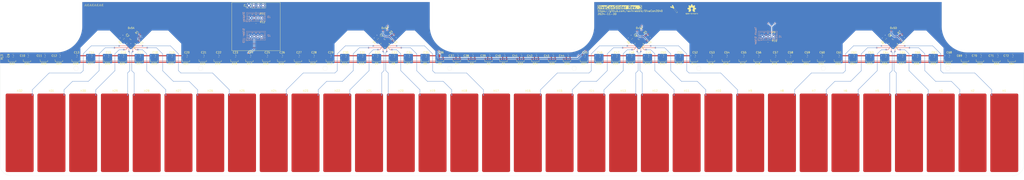
<source format=kicad_pcb>
(kicad_pcb (version 20240108) (generator "pcbnew") (generator_version "8.0")
  (title_block (title "DivaConSlider") (date "2024-11-30") (rev "3"))
  (layers (0 "F.Cu" signal) (31 "B.Cu" signal) (34 "B.Paste" user) (35 "F.Paste" user) (36 "B.SilkS" user "B.Silkscreen") (37 "F.SilkS" user "F.Silkscreen") (38 "B.Mask" user) (39 "F.Mask" user) (44 "Edge.Cuts" user))
  (net 0 "")
  (net 1 "GND")
  (net 2 "+3V3")
  (net 3 "Net-(U1-VREG)")
  (net 4 "Net-(U2-VREG)")
  (net 5 "Net-(U3-VREG)")
  (net 6 "Net-(U4-VREG)")
  (net 7 "Net-(D2-DIN)")
  (net 8 "Net-(D3-DIN)")
  (net 9 "Net-(D4-DIN)")
  (net 10 "Net-(D5-DIN)")
  (net 11 "Net-(D6-DIN)")
  (net 12 "Net-(D7-DIN)")
  (net 13 "Net-(D8-DIN)")
  (net 14 "Net-(D11-DIN)")
  (net 15 "Net-(D12-DIN)")
  (net 16 "Net-(D13-DIN)")
  (net 17 "Net-(D14-DIN)")
  (net 18 "Net-(D15-DIN)")
  (net 19 "Net-(D16-DIN)")
  (net 20 "Net-(D17-DIN)")
  (net 21 "Net-(D18-DIN)")
  (net 22 "Net-(D19-DIN)")
  (net 23 "Net-(D20-DIN)")
  (net 24 "Net-(D21-DIN)")
  (net 25 "Net-(D22-DIN)")
  (net 26 "Net-(D23-DIN)")
  (net 27 "Net-(D24-DIN)")
  (net 28 "Net-(D25-DIN)")
  (net 29 "Net-(D26-DIN)")
  (net 30 "Net-(D27-DIN)")
  (net 31 "Net-(D28-DIN)")
  (net 32 "Net-(D29-DIN)")
  (net 33 "Net-(D30-DIN)")
  (net 34 "Net-(D31-DIN)")
  (net 35 "Net-(D32-DIN)")
  (net 36 "Net-(U1-LED0{slash}ELE4)")
  (net 37 "Net-(U1-LED1{slash}ELE5)")
  (net 38 "Net-(U1-LED2{slash}ELE6)")
  (net 39 "Net-(U1-LED3{slash}ELE7)")
  (net 40 "Slider SCL")
  (net 41 "Slider SDA")
  (net 42 "+5V")
  (net 43 "Net-(D1-DOUT)")
  (net 44 "Net-(D1-DIN)")
  (net 45 "Net-(U2-LED0{slash}ELE4)")
  (net 46 "Net-(U2-LED1{slash}ELE5)")
  (net 47 "Net-(U2-LED2{slash}ELE6)")
  (net 48 "Net-(U2-LED3{slash}ELE7)")
  (net 49 "Net-(D10-DIN)")
  (net 50 "Net-(D10-DOUT)")
  (net 51 "Net-(U3-LED0{slash}ELE4)")
  (net 52 "Net-(U3-LED1{slash}ELE5)")
  (net 53 "Net-(U3-LED2{slash}ELE6)")
  (net 54 "Net-(U3-LED3{slash}ELE7)")
  (net 55 "Net-(U4-LED0{slash}ELE4)")
  (net 56 "Net-(U4-LED1{slash}ELE5)")
  (net 57 "Net-(U4-LED2{slash}ELE6)")
  (net 58 "Net-(U4-LED3{slash}ELE7)")
  (net 59 "Net-(U1-~{IRQ})")
  (net 60 "Net-(U1-REXT)")
  (net 61 "Net-(U2-~{IRQ})")
  (net 62 "Net-(U2-REXT)")
  (net 63 "Net-(U3-~{IRQ})")
  (net 64 "Net-(U3-REXT)")
  (net 65 "Net-(U4-~{IRQ})")
  (net 66 "Net-(U4-REXT)")
  (net 67 "Net-(D33-DOUT)")
  (net 68 "Net-(D34-DOUT)")
  (net 69 "Net-(D35-DOUT)")
  (net 70 "Net-(D36-DOUT)")
  (net 71 "Net-(D37-DOUT)")
  (net 72 "Net-(D38-DOUT)")
  (net 73 "Net-(D39-DOUT)")
  (net 74 "Net-(D40-DOUT)")
  (net 75 "Net-(D41-DOUT)")
  (net 76 "Net-(D42-DOUT)")
  (net 77 "Net-(D43-DOUT)")
  (net 78 "Net-(D44-DOUT)")
  (net 79 "Net-(D45-DOUT)")
  (net 80 "Net-(D46-DOUT)")
  (net 81 "Net-(D47-DOUT)")
  (net 82 "Net-(D48-DOUT)")
  (net 83 "Net-(D49-DOUT)")
  (net 84 "Net-(D50-DOUT)")
  (net 85 "Net-(D51-DOUT)")
  (net 86 "Net-(D52-DOUT)")
  (net 87 "Net-(D53-DOUT)")
  (net 88 "Net-(D54-DOUT)")
  (net 89 "Net-(D55-DOUT)")
  (net 90 "Net-(D56-DOUT)")
  (net 91 "Net-(D57-DOUT)")
  (net 92 "Net-(D58-DOUT)")
  (net 93 "Net-(D59-DOUT)")
  (net 94 "Net-(D60-DOUT)")
  (net 95 "Net-(D61-DOUT)")
  (net 96 "Net-(D62-DOUT)")
  (net 97 "Net-(D63-DOUT)")
  (net 99 "Slider LED Data")
  (net 101 "Display SDA")
  (net 102 "Display SCL")
  (net 103 "+3V3_2")
  (net 104 "Net-(U4-LED7{slash}ELE11)")
  (net 105 "Net-(U4-LED6{slash}ELE10)")
  (net 106 "Net-(U4-LED5{slash}ELE9)")
  (net 107 "Net-(U4-LED4{slash}ELE8)")
  (net 108 "Net-(U3-LED7{slash}ELE11)")
  (net 109 "Net-(U3-LED6{slash}ELE10)")
  (net 110 "Net-(U3-LED5{slash}ELE9)")
  (net 111 "Net-(U3-LED4{slash}ELE8)")
  (net 112 "Net-(U2-LED7{slash}ELE11)")
  (net 113 "Net-(U2-LED6{slash}ELE10)")
  (net 114 "Net-(U2-LED5{slash}ELE9)")
  (net 115 "Net-(U2-LED4{slash}ELE8)")
  (net 116 "Net-(U1-LED7{slash}ELE11)")
  (net 117 "Net-(U1-LED6{slash}ELE10)")
  (net 118 "Net-(U1-LED5{slash}ELE9)")
  (net 119 "Net-(U1-LED4{slash}ELE8)")
  (footprint "DivaConSlider:LED_SK6812B_SIDE" (layer "F.Cu") (at 468.5 168.5)
    (property "Reference" "D53")
    (property "Value" "SK6812B_SIDE")
  )
  (footprint "Capacitor_SMD:C_0805_2012Metric_Pad1.18x1.45mm_HandSolder" (layer "F.Cu") (at 112.0375 166.75 180)
    (property "Reference" "C19")
    (property "Value" "0.1uF")
  )
  (footprint "DivaConSlider:Touchpad_15mmx42mm" (layer "F.Cu") (at 132.5 209)
    (property "Reference" "H26")
    (property "Value" "Electrode 25")
  )
  (footprint "DivaConSlider:LED_SK6812B_SIDE" (layer "F.Cu") (at 187.5 168.5)
    (property "Reference" "D13")
    (property "Value" "SK6812B_SIDE")
  )
  (footprint "Capacitor_SMD:C_0805_2012Metric_Pad1.18x1.45mm_HandSolder" (layer "F.Cu") (at 545.0375 166.75 180)
    (property "Reference" "C70")
    (property "Value" "0.1uF")
  )
  (footprint "Capacitor_SMD:C_0805_2012Metric_Pad1.18x1.45mm_HandSolder" (layer "F.Cu") (at 392.0375 166.75 180)
    (property "Reference" "C52")
    (property "Value" "0.1uF")
  )
  (footprint "Package_DFN_QFN:UQFN-20_3x3mm_P0.4mm" (layer "F.Cu") (at 226 160.25 -135)
    (property "Reference" "U2")
    (property "Value" "MPR121QR2")
  )
  (footprint "DivaConSlider:Touchpad_15mmx42mm" (layer "F.Cu") (at 183.5 209)
    (property "Reference" "H23")
    (property "Value" "Electrode 22")
  )
  (footprint "DivaConSlider:LED_SK6812B_SIDE" (layer "F.Cu") (at 153.5 168.5)
    (property "Reference" "D17")
    (property "Value" "SK6812B_SIDE")
  )
  (footprint "Capacitor_SMD:C_0805_2012Metric_Pad1.18x1.45mm_HandSolder" (layer "F.Cu") (at 87 157 -45)
    (property "Reference" "C2")
    (property "Value" "0.1uF")
  )
  (footprint "DivaConSlider:LED_SK6812B_SIDE" (layer "F.Cu") (at 204.5 168.5)
    (property "Reference" "D11")
    (property "Value" "SK6812B_SIDE")
  )
  (footprint "DivaConSlider:LED_SK6812B_SIDE" (layer "F.Cu") (at 391.5 168.5)
    (property "Reference" "D44")
    (property "Value" "SK6812B_SIDE")
  )
  (footprint "Resistor_SMD:R_0805_2012Metric_Pad1.20x1.40mm_HandSolder" (layer "F.Cu") (at 431 154.25 180)
    (property "Reference" "R9")
    (property "Value" "10k")
  )
  (footprint "DivaConSlider:LED_SK6812B_SIDE" (layer "F.Cu") (at 281.5 168.5)
    (property "Reference" "D2")
    (property "Value" "SK6812B_SIDE")
  )
  (footprint "DivaConSlider:Touchpad_15mmx42mm" (layer "F.Cu") (at 438.5 209)
    (property "Reference" "H8")
    (property "Value" "Electrode 7")
  )
  (footprint "Capacitor_SMD:C_0805_2012Metric_Pad1.18x1.45mm_HandSolder" (layer "F.Cu") (at 94.5 158.5 45)
    (property "Reference" "C1")
    (property "Value" "0.1uF")
  )
  (footprint "Capacitor_SMD:C_0805_2012Metric_Pad1.18x1.45mm_HandSolder" (layer "F.Cu") (at 367.0375 166.75 180)
    (property "Reference" "C49")
    (property "Value" "0.1uF")
  )
  (footprint "DivaConSlider:Touchpad_15mmx42mm" (layer "F.Cu") (at 47.5 209)
    (property "Reference" "H31")
    (property "Value" "Electrode 30")
  )
  (footprint "Capacitor_SMD:C_0805_2012Metric_Pad1.18x1.45mm_HandSolder" (layer "F.Cu") (at 366.5 158.5 45)
    (property "Reference" "C5")
    (property "Value" "0.1uF")
  )
  (footprint "Capacitor_SMD:C_0805_2012Metric_Pad1.18x1.45mm_HandSolder" (layer "F.Cu") (at 137.0375 166.75 180)
    (property "Reference" "C22")
    (property "Value" "0.1uF")
  )
  (footprint "Package_DFN_QFN:UQFN-20_3x3mm_P0.4mm" (layer "F.Cu") (at 498 160.25 -135)
    (property "Reference" "U4")
    (property "Value" "MPR121QR2")
  )
  (footprint "Capacitor_SMD:C_0805_2012Metric_Pad1.18x1.45mm_HandSolder" (layer "F.Cu") (at 171.0375 166.75 180)
    (property "Reference" "C26")
    (property "Value" "0.1uF")
  )
  (footprint "Capacitor_SMD:C_0805_2012Metric_Pad1.18x1.45mm_HandSolder" (layer "F.Cu") (at 146.0375 166.75 180)
    (property "Reference" "C23")
    (property "Value" "0.1uF")
  )
  (footprint "DivaConSlider:Touchpad_15mmx42mm" (layer "F.Cu") (at 149.5 209)
    (property "Reference" "H25")
    (property "Value" "Electrode 24")
  )
  (footprint "DivaConSlider:LED_SK6812B_SIDE" (layer "F.Cu") (at 561.5 168.5)
    (property "Reference" "D64")
    (property "Value" "SK6812B_SIDE")
  )
  (footprint "Capacitor_SMD:C_0805_2012Metric_Pad1.18x1.45mm_HandSolder" (layer "F.Cu") (at 452.0375 166.75 180)
    (property "Reference" "C59")
    (property "Value" "0.1uF")
  )
  (footprint "Capacitor_SMD:C_0805_2012Metric_Pad1.18x1.45mm_HandSolder" (layer "F.Cu") (at 290.0375 166.75 180)
    (property "Reference" "C40")
    (property "Value" "0.1uF")
  )
  (footprint "DivaConSlider:LED_SK6812B_SIDE" (layer "F.Cu") (at 272.5 168.5)
    (property "Reference" "D3")
    (property "Value" "SK6812B_SIDE")
  )
  (footprint "Capacitor_SMD:C_0805_2012Metric_Pad1.18x1.45mm_HandSolder" (layer "F.Cu") (at 103.0375 166.75 180)
    (property "Reference" "C18")
    (property "Value" "0.1uF")
  )
  (footprint "Capacitor_SMD:C_0805_2012Metric_Pad1.18x1.45mm_HandSolder" (layer "F.Cu") (at 486.0375 166.75 180)
    (property "Reference" "C63")
    (property "Value" "0.1uF")
  )
  (footprint "DivaConSlider:LED_SK6812B_SIDE" (layer "F.Cu") (at 85.5 168.5)
    (property "Reference" "D25")
    (property "Value" "SK6812B_SIDE")
  )
  (footprint "Resistor_SMD:R_0805_2012Metric_Pad1.20x1.40mm_HandSolder" (layer "F.Cu") (at 493.5 158.5 -45)
    (property "Reference" "R8")
    (property "Value" "75k")
  )
  (footprint "DivaConSlider:LED_SK6812B_SIDE" (layer "F.Cu") (at 451.5 168.5)
    (property "Reference" "D51")
    (property "Value" "SK6812B_SIDE")
  )
  (footprint "DivaConSlider:LED_SK6812B_SIDE" (layer "F.Cu") (at 68.5 168.5)
    (property "Reference" "D27")
    (property "Value" "SK6812B_SIDE")
  )
  (footprint "Capacitor_SMD:C_0805_2012Metric_Pad1.18x1.45mm_HandSolder" (layer "F.Cu") (at 359 157 -45)
    (property "Reference" "C6")
    (property "Value" "0.1uF")
  )
  (footprint "Capacitor_SMD:C_0805_2012Metric_Pad1.18x1.45mm_HandSolder" (layer "F.Cu") (at 95.0375 166.75 180)
    (property "Reference" "C17")
    (property "Value" "0.1uF")
  )
  (footprint "DivaConSlider:Touchpad_15mmx42mm" (layer "F.Cu") (at 302.5 209)
    (property "Reference" "H16")
    (property "Value" "Electrode 15")
  )
  (footprint "DivaConSlider:Touchpad_15mmx42mm" (layer "F.Cu") (at 557.5 209)
    (property "Reference" "H1")
    (property "Value" "Electrode 0")
  )
  (footprint "DivaConSlider:LED_SK6812B_SIDE" (layer "F.Cu") (at 476.5 168.5)
    (property "Reference" "D54")
    (property "Value" "SK6812B_SIDE")
  )
  (footprint "DivaConSlider:LED_SK6812B_SIDE" (layer "F.Cu") (at 136.5 168.5)
    (property "Reference" "D19")
    (property "Value" "SK6812B_SIDE")
  )
  (footprint "Resistor_SMD:R_0805_2012Metric_Pad1.20x1.40mm_HandSolder" (layer "F.Cu") (at 431 158.75 180)
    (property "Reference" "R10")
    (property "Value" "10k")
  )
  (footprint "DivaConSlider:Touchpad_15mmx42mm" (layer "F.Cu") (at 285.5 209)
    (property "Reference" "H17")
    (property "Value" "Electrode 16")
  )
  (footprint "Capacitor_SMD:C_0805_2012Metric_Pad1.18x1.45mm_HandSolder" (layer "F.Cu") (at 418.0375 166.75 180)
    (property "Reference" "C55")
    (property "Value" "0.1uF")
  )
  (footprint "Capacitor_SMD:C_0805_2012Metric_Pad1.18x1.45mm_HandSolder" (layer "F.Cu") (at 384.0375 166.75 180)
    (property "Reference" "C51")
    (property "Value" "0.1uF")
  )
  (footprint "DivaConSlider:LED_SK6812B_SIDE" (layer "F.Cu") (at 400.5 168.5)
    (property "Reference" "D45")
    (property "Value" "SK6812B_SIDE")
  )
  (footprint "DivaConSlider:Touchpad_15mmx42mm" (layer "F.Cu") (at 98.5 209)
    (property "Reference" "H28")
    (property "Value" "Electrode 27")
  )
  (footprint "Capacitor_SMD:C_0805_2012Metric_Pad1.18x1.45mm_HandSolder" (layer "F.Cu") (at 44.0375 166.75 180)
    (property "Reference" "C11")
    (property "Value" "0.1uF")
  )
  (footprint "DivaConSlider:Touchpad_15mmx42mm" (layer "F.Cu") (at 217.5 209)
    (property "Reference" "H21")
    (property "Value" "Electrode 20")
  )
  (footprint "DivaConSlider:LED_SK6812B_SIDE" (layer "F.Cu") (at 425.5 168.5)
    (property "Reference" "D48")
    (property "Value" "SK6812B_SIDE")
  )
  (footprint "DivaConSlider:Touchpad_15mmx42mm" (layer "F.Cu") (at 336.5 209)
    (property "Reference" "H14")
    (property "Value" "Electrode 13")
  )
  (footprint "Resistor_SMD:R_0805_2012Metric_Pad1.20x1.40mm_HandSolder" (layer "F.Cu") (at 94.5 155.5 -135)
    (property "Reference" "R1")
    (property "Value" "10k")
  )
  (footprint "Capacitor_SMD:C_0805_2012Metric_Pad1.18x1.45mm_HandSolder" (layer "F.Cu") (at 154.0375 166.75 180)
    (property "Reference" "C24")
    (property "Value" "0.1uF")
  )
  (footprint "DivaConSlider:LED_SK6812B_SIDE" (layer "F.Cu") (at 340.5 168.5)
    (property "Reference" "D38")
    (property "Value" "SK6812B_SIDE")
  )
  (footprint "DivaConSlider:LED_SK6812B_SIDE" (layer "F.Cu") (at 247.5 168.5)
    (property "Reference" "D6")
    (property "Value" "SK6812B_SIDE")
  )
  (footprint "Capacitor_SMD:C_0805_2012Metric_Pad1.18x1.45mm_HandSolder" (layer "F.Cu") (at 223 157 -45)
    (property "Reference" "C4")
    (property "Value" "0.1uF")
  )
  (footprint "DivaConSlider:LED_SK6812B_SIDE" (layer "F.Cu") (at 510.5 168.5)
    (property "Reference" "D58")
    (property "Value" "SK6812B_SIDE")
  )
  (footprint "Capacitor_SMD:C_0805_2012Metric_Pad1.18x1.45mm_HandSolder" (layer "F.Cu") (at 180.0375 166.75 180)
    (property "Reference" "C27")
    (property "Value" "0.1uF")
  )
  (footprint "DivaConSlider:Touchpad_15mmx42mm" (layer "F.Cu") (at 540.5 209)
    (property "Reference" "H2")
    (property "Value" "Electrode 1")
  )
  (footprint "DivaConSlider:LED_SK6812B_SIDE" (layer "F.Cu") (at 332.5 168.5)
    (property "Reference" "D37")
    (property "Value" "SK6812B_SIDE")
  )
  (footprint "DivaConSlider:LED_SK6812B_SIDE" (layer "F.Cu") (at 264.5 168.5)
    (property "Reference" "D4")
    (property "Value" "SK6812B_SIDE")
  )
  (footprint "Resistor_SMD:R_0805_2012Metric_Pad1.20x1.40mm_HandSolder" (layer "F.Cu") (at 366.5 155.5 -135)
    (property "Reference" "R5")
    (property "Value" "10k")
  )
  (footprint "DivaConSlider:LED_SK6812B_SIDE" (layer "F.Cu") (at 349.5 168.5)
    (property "Reference" "D39")
    (property "Value" "SK6812B_SIDE")
  )
  (footprint "Capacitor_SMD:C_0805_2012Metric_Pad1.18x1.45mm_HandSolder" (layer "F.Cu") (at 205.0375 166.75 180)
    (property "Reference" "C30")
    (property "Value" "0.1uF")
  )
  (footprint "Capacitor_SMD:C_0805_2012Metric_Pad1.18x1.45mm_HandSolder" (layer "F.Cu") (at 52.0375 166.75 180)
    (property "Reference" "C12")
    (property "Value" "0.1uF")
  )
  (footprint "DivaConSlider:LED_SK6812B_SIDE" (layer "F.Cu") (at 374.5 168.5)
    (property "Reference" "D42")
    (property "Value" "SK6812B_SIDE")
  )
  (footprint "DivaConSlider:Touchpad_15mmx42mm" (layer "F.Cu") (at 30.5 209)
    (property "Reference" "H32")
    (property "Value" "Electrode 31")
  )
  (footprint "Package_DFN_QFN:UQFN-20_3x3mm_P0.4mm" (layer "F.Cu") (at 90 160.25 -135)
    (property "Reference" "U1")
    (property "Value" "MPR121QR2")
  )
  (footprint "Capacitor_SMD:C_0805_2012Metric_Pad1.18x1.45mm_HandSolder" (layer "F.Cu") (at 350.0375 166.75 180)
    (property "Reference" "C47")
    (property "Value" "0.1uF")
  )
  (footprint "DivaConSlider:LED_SK6812B_SIDE" (layer "F.Cu") (at 383.5 168.5)
    (property "Reference" "D43")
    (property "Value" "SK6812B_SIDE")
  )
  (footprint "DivaConSlider:Touchpad_15mmx42mm" (layer "F.Cu") (at 319.5 209)
    (property "Reference" "H15")
    (property "Value" "Electrode 14")
  )
  (footprint "DivaConSlider:LED_SK6812B_SIDE" (layer "F.Cu") (at 298.5 168.5)
    (property "Reference" "D33")
    (property "Value" "SK6812B_SIDE")
  )
  (footprint "Resistor_SMD:R_0805_2012Metric_Pad1.20x1.40mm_HandSolder" (layer "F.Cu") (at 230.5 155.5 -135)
    (property "Reference" "R3")
    (property "Value" "10k")
  )
  (footprint "Capacitor_SMD:C_0805_2012Metric_Pad1.18x1.45mm_HandSolder" (layer "F.Cu") (at 265.0375 166.75 180)
    (property "Reference" "C37")
    (property "Value" "0.1uF")
  )
  (footprint "DivaConSlider:LED_SK6812B_SIDE" (layer "F.Cu") (at 434.5 168.5)
    (property "Reference" "D49")
    (property "Value" "SK6812B_SIDE")
  )
  (footprint "DivaConSlider:LED_SK6812B_SIDE" (layer "F.Cu") (at 493.5 168.5)
    (property "Reference" "D56")
    (property "Value" "SK6812B_SIDE")
  )
  (footprint "DivaConSlider:LED_SK6812B_SIDE" (layer "F.Cu") (at 238.5 168.5)
    (property "Reference" "D7")
    (property "Value" "SK6812B_SIDE")
  )
  (footprint "Capacitor_SMD:C_0805_2012Metric_Pad1.18x1.45mm_HandSolder" (layer "F.Cu") (at 316.0375 166.75 180)
    (property "Reference" "C43")
    (property "Value" "0.1uF")
  )
  (footprint "CustomLogos:Leek-Logo_6.3mm_Silkscreen" (layer "F.Cu") (at 380.75 141.75)
    (property "Reference" "REF**" (hide yes))
    (property "Value" "LOGO" (hide yes))
  )
  (footprint "Capacitor_SMD:C_0805_2012Metric_Pad1.18x1.45mm_HandSolder" (layer "F.Cu") (at 230.5 158.5 45)
    (property "Reference" "C3")
    (property "Value" "0.1uF")
  )
  (footprint "DivaConSlider:LED_SK6812B_SIDE" (layer "F.Cu") (at 128.5 168.5)
    (property "Reference" "D20")
    (property "Value" "SK6812B_SIDE")
  )
  (footprint "Capacitor_SMD:C_0805_2012Metric_Pad1.18x1.45mm_HandSolder" (layer "F.Cu") (at 511.0375 166.75 180)
    (property "Reference" "C66")
    (property "Value" "0.1uF")
  )
  (footprint "DivaConSlider:LED_SK6812B_SIDE" (layer "F.Cu") (at 145.5 168.5)
    (property "Reference" "D18")
    (property "Value" "SK6812B_SIDE")
  )
  (footprint "Capacitor_SMD:C_0805_2012Metric_Pad1.18x1.45mm_HandSolder" (layer "F.Cu") (at 503.0375 166.75 180)
    (property "Reference" "C65")
    (property "Value" "0.1uF")
  )
  (footprint "Capacitor_SMD:C_0805_2012Metric_Pad1.18x1.45mm_HandSolder" (layer "F.Cu") (at 358.0375 166.75 180)
    (property "Reference" "C48")
    (property "Value" "0.1uF")
  )
  (footprint "DivaConSlider:LED_SK6812B_SIDE" (layer "F.Cu") (at 459.5 168.5)
    (property "Reference" "D52")
    (property "Value" "SK6812B_SIDE")
  )
  (footprint "Capacitor_SMD:C_0805_2012Metric_Pad1.18x1.45mm_HandSolder" (layer "F.Cu") (at 494.0375 166.75 180)
    (property "Reference" "C64")
    (property "Value" "0.1uF")
  )
  (footprint "Capacitor_SMD:C_0805_2012Metric_Pad1.18x1.45mm_HandSolder" (layer "F.Cu") (at 409.0375 166.75 180)
    (property "Reference" "C54")
    (property "Value" "0.1uF")
  )
  (footprint "Capacitor_SMD:C_0805_2012Metric_Pad1.18x1.45mm_HandSolder" (layer "F.Cu") (at 435.0375 166.75 180)
    (property "Reference" "C57")
    (property "Value" "0.1uF")
  )
  (footprint "Capacitor_SMD:C_0805_2012Metric_Pad1.18x1.45mm_HandSolder" (layer "F.Cu") (at 61.0375 166.75 180)
    (property "Reference" "C13")
    (property "Value" "0.1uF")
  )
  (footprint "DivaConSlider:LED_SK6812B_SIDE" (layer "F.Cu") (at 196.5 168.5)
    (property "Reference" "D12")
    (property "Value" "SK6812B_SIDE")
  )
  (footprint "DivaConSlider:LED_SK6812B_SIDE" (layer "F.Cu") (at 43.5 168.5)
    (property "Reference" "D30")
    (property "Value" "SK6812B_SIDE")
  )
  (footprint "Capacitor_SMD:C_0805_2012Metric_Pad1.18x1.45mm_HandSolder" (layer "F.Cu") (at 222.0375 166.75 180)
    (property "Reference" "C32")
    (property "Value" "0.1uF")
  )
  (footprint "DivaConSlider:LED_SK6812B_SIDE" (layer "F.Cu") (at 323.5 168.5)
    (property "Reference" "D36")
    (property "Value" "SK6812B_SIDE")
  )
  (footprint "Capacitor_SMD:C_0805_2012Metric_Pad1.18x1.45mm_HandSolder" (layer "F.Cu") (at 443.0375 166.75 180)
    (property "Reference" "C58")
    (property "Value" "0.1uF")
  )
  (footprint "DivaConSlider:Touchpad_15mmx42mm" (layer "F.Cu") (at 455.5 209)
    (property "Reference" "H7")
    (property "Value" "Electrode 6")
  )
  (footprint "DivaConSlider:LED_SK6812B_SIDE" (layer "F.Cu") (at 527.5 168.5)
    (property "Reference" "D60")
    (property "Value" "SK6812B_SIDE")
  )
  (footprint "Capacitor_SMD:C_0805_2012Metric_Pad1.18x1.45mm_HandSolder" (layer "F.Cu") (at 562.0375 166.75 180)
    (property "Reference" "C72")
    (property "Value" "0.1uF")
  )
  (footprint "DivaConSlider:Touchpad_15mmx42mm" (layer "F.Cu") (at 166.5 209)
    (property "Reference" "H24")
    (property "Value" "Electrode 23")
  )
  (footprint "DivaConSlider:Touchpad_15mmx42mm" (layer "F.Cu") (at 64.5 209)
    (property "Reference" "H30")
    (property "Value" "Electrode 29")
  )
  (footprint "DivaConSlider:LED_SK6812B_SIDE" (layer "F.Cu") (at 51.5 168.5)
    (property "Reference" "D29")
    (property "Value" "SK6812B_SIDE")
  )
  (footprint "DivaConSlider:LED_SK6812B_SIDE" (layer "F.Cu") (at 26.5 168.5)
    (property "Reference" "D32")
    (property "Value" "SK6812B_SIDE")
  )
  (footprint "DivaConSlider:LED_SK6812B_SIDE" (layer "F.Cu") (at 77.5 168.5)
    (property "Reference" "D26")
    (property "Value" "SK6812B_SIDE")
  )
  (footprint "Connector_PinHeader_2.54mm:PinHeader_1x04_P2.54mm_Vertical" (layer "F.Cu") (at 153.2 139.9 90)
    (property "Reference" "J4")
    (property "Value" "Display")
  )
  (footprint "DivaConSlider:LED_SK6812B_SIDE" (layer "F.Cu") (at 170.5 168.5)
    (property "Reference" "D15")
    (property "Value" "SK6812B_SIDE")
  )
  (footprint "DivaConSlider:LED_SK6812B_SIDE" (layer "F.Cu") (at 60.5 168.5)
    (property "Reference" "D28")
    (property "Value" "SK6812B_SIDE")
  )
  (footprint "DivaConSlider:Touchpad_15mmx42mm" (layer "F.Cu") (at 506.5 209)
    (property "Reference" "H4")
    (property "Value" "Electrode 3")
  )
  (footprint "DivaConSlider:LED_SK6812B_SIDE" (layer "F.Cu") (at 255.5 168.5)
    (property "Reference" "D5")
    (property "Value" "SK6812B_SIDE")
  )
  (footprint "Capacitor_SMD:C_0805_2012Metric_Pad1.18x1.45mm_HandSolder" (layer "F.Cu") (at 469.0375 166.75 180)
    (property "Reference" "C61")
    (property "Value" "0.1uF")
  )
  (footprint "Capacitor_SMD:C_0805_2012Metric_Pad1.18x1.45mm_HandSolder" (layer "F.Cu") (at 120.0375 166.75 180)
    (property "Reference" "C20")
    (property "Value" "0.1uF")
  )
  (footprint "Capacitor_SMD:C_0805_2012Metric_Pad1.18x1.45mm_HandSolder" (layer "F.Cu") (at 495 157 -45)
    (property "Reference" "C8")
    (property "Value" "0.1uF")
  )
  (footprint "Capacitor_SMD:C_0805_2012Metric_Pad1.18x1.45mm_HandSolder" (layer "F.Cu") (at 248.0375 166.75 180)
    (property "Reference" "C35")
    (property "Value" "0.1uF")
  )
  (footprint "Capacitor_SMD:C_0805_2012Metric_Pad1.18x1.45mm_HandSolder" (layer "F.Cu") (at 401.0375 166.75 180)
    (property "Reference" "C53")
    (property "Value" "0.1uF")
  )
  (footprint "DivaConSlider:LED_SK6812B_SIDE" (layer "F.Cu") (at 502.5 168.5)
    (property "Reference" "D57")
    (property "Value" "SK6812B_SIDE")
  )
  (footprint "DivaConSlider:Touchpad_15mmx42mm" (layer "F.Cu") (at 353.5 209)
    (property "Reference" "H13")
    (property "Value" "Electrode 12")
  )
  (footprint "Resistor_SMD:R_0805_2012Metric_Pad1.20x1.40mm_HandSolder" (layer "F.Cu") (at 22.5 167.5 90)
    (property "Reference" "R13")
    (property "Value" "470")
  )
  (footprint "Capacitor_SMD:C_0805_2012Metric_Pad1.18x1.45mm_HandSolder" (layer "F.Cu") (at 239.0375 166.75 180)
    (property "Reference" "C34")
    (property "Value" "0.1uF")
  )
  (footprint "Resistor_SMD:R_0805_2012Metric_Pad1.20x1.40mm_HandSolder" (layer "F.Cu") (at 85.5 158.5 -45)
    (property "Reference" "R2")
    (property "Value" "75k")
  )
  (footprint "DivaConSlider:LED_SK6812B_SIDE" (layer "F.Cu") (at 102.5 168.5)
    (property "Reference" "D23")
    (property "Value" "SK6812B_SIDE")
  )
  (footprint "DivaConSlider:Touchpad_15mmx42mm" (layer "F.Cu") (at 81.5 209)
    (property "Reference" "H29")
    (property "Value" "Electrode 28")
  )
  (footprint "Capacitor_SMD:C_0805_2012Metric_Pad1.18x1.45mm_HandSolder" (layer "F.Cu") (at 333.0375 166.75 180)
    (property "Reference" "C45")
    (property "Value" "0.1uF")
  )
  (footprint "Capacitor_SMD:C_0805_2012Metric_Pad1.18x1.45mm_HandSolder" (layer "F.Cu") (at 282.0375 166.75 180)
    (property "Reference" "C39")
    (property "Value" "0.1uF")
  )
  (footprint "DivaConSlider:LED_SK6812B_SIDE" (layer "F.Cu") (at 306.5 168.5)
    (property "Reference" "D34")
    (property "Value" "SK6812B_SIDE")
  )
  (footprint "DivaConSlider:Touchpad_15mmx42mm" (layer "F.Cu") (at 489.5 209)
    (property "Reference" "H5")
    (property "Value" "Electrode 4")
  )
  (footprint "Capacitor_SMD:C_0805_2012Metric_Pad1.18x1.45mm_HandSolder" (layer "F.Cu") (at 341.0375 166.75 180)
    (property "Reference" "C46")
    (property "Value" "0.1uF")
  )
  (footprint "DivaConSlider:Touchpad_15mmx42mm" (layer "F.Cu") (at 387.5 209)
    (property "Reference" "H11")
    (property "Value" "Electrode 10")
  )
  (footprint "Capacitor_SMD:C_0805_2012Metric_Pad1.18x1.45mm_HandSolder" (layer "F.Cu") (at 554.0375 166.75 180)
    (property "Reference" "C71")
    (property "Value" "0.1uF")
  )
  (footprint "Resistor_SMD:R_0805_2012Metric_Pad1.20x1.40mm_HandSolder" (layer "F.Cu") (at 157 144.25 180)
    (property "Reference" "R11")
    (property "Value" "10k")
  )
  (footprint "DivaConSlider:LED_SK6812B_SIDE" (layer "F.Cu") (at 544.5 168.5)
    (property "Reference" "D62")
    (property "Value" "SK6812B_SIDE")
  )
  (footprint "Capacitor_SMD:C_0805_2012Metric_Pad1.18x1.45mm_HandSolder" (layer "F.Cu") (at 163.0375 166.75 180)
    (property "Reference" "C25")
    (property "Value" "0.1uF")
  )
  (footprint "DivaConSlider:LED_SK6812B_SIDE" (layer "F.Cu") (at 417.5 168.5)
    (property "Reference" "D47")
    (property "Value" "SK6812B_SIDE")
  )
  (footprint "Capacitor_SMD:C_0805_2012Metric_Pad1.18x1.45mm_HandSolder" (layer "F.Cu") (at 188.0375 166.75 180)
    (property "Reference" "C28")
    (property "Value" "0.1uF")
  )
  (footprint "Resistor_SMD:R_0805_2012Metric_Pad1.20x1.40mm_HandSolder" (layer "F.Cu") (at 221.5 158.5 -45)
    (property "Reference" "R4")
    (property "Value" "75k")
  )
  (footprint "Capacitor_SMD:C_0805_2012Metric_Pad1.18x1.45mm_HandSolder" (layer "F.Cu") (at 537.0375 166.75 180)
    (property "Reference" "C69")
    (property "Value" "0.1uF")
  )
  (footprint "DivaConSlider:LED_SK6812B_SIDE" (layer "F.Cu") (at 162.5 168.5)
    (property "Reference" "D16")
    (property "Value" "SK6812B_SIDE")
  )
  (footprint "Capacitor_SMD:C_0805_2012Metric_Pad1.18x1.45mm_HandSolder" (layer "F.Cu") (at 477.0375 166.75 180)
    (property "Reference" "C62")
    (property "Value" "0.1uF")
  )
  (footprint "DivaConSlider:LED_SK6812B_SIDE" (layer "F.Cu") (at 213.5 168.5)
    (property "Reference" "D10")
    (property "Value" "SK6812B_SIDE")
  )
  (footprint "DivaConSlider:LED_SK6812B_SIDE" (layer "F.Cu") (at 119.5 168.5)
    (property "Reference" "D21")
    (property "Value" "SK6812B_SIDE")
  )
  (footprint "DivaConSlider:Touchpad_15mmx42mm" (layer "F.Cu") (at 523.5 209)
    (property "Reference" "H3")
    (property "Value" "Electrode 2")
  )
  (footprint "Symbol:OSHW-Logo2_7.3x6mm_SilkScreen" (layer "F.Cu") (at 390.25 142)
    (property "Reference" "REF**" (hide yes))
    (property "Value" "OSHW-Logo2_7.3x6mm_SilkScreen" (hide yes))
  )
  (footprint "DivaConSlider:Touchpad_15mmx42mm" (layer "F.Cu") (at 234.5 209)
    (property "Reference" "H20")
    (property "Value" "Electrode 19")
  )
  (footprint "DivaConSlider:LED_SK6812B_SIDE" (layer "F.Cu") (at 553.325 168.5)
    (property "Reference" "D63")
    (property "Value" "SK6812B_SIDE")
  )
  (footprint "Capacitor_SMD:C_0805_2012Metric_Pad1.18x1.45mm_HandSolder" (layer "F.Cu") (at 324.0375 166.75 180)
    (property "Reference" "C44")
    (property "Value" "0.1uF")
  )
  (footprint "Capacitor_SMD:C_0805_2012Metric_Pad1.18x1.45mm_HandSolder" (layer "F.Cu") (at 86.0375 166.75 180)
    (property "Reference" "C16")
    (property "Value" "0.1uF")
  )
  (footprint "DivaConSlider:Touchpad_15mmx42mm" (layer "F.Cu") (at 200.5 209)
    (property "Reference" "H22")
    (property "Value" "Electrode 21")
  )
  (footprint "Resistor_SMD:R_0805_2012Metric_Pad1.20x1.40mm_HandSolder" (layer "F.Cu") (at 357.5 158.5 -45)
    (property "Reference" "R6")
    (property "Value" "75k")
  )
  (footprint "DivaConSlider:LED_SK6812B_SIDE" (layer "F.Cu") (at 442.5 168.5)
    (property "Reference" "D50")
    (property "Value" "SK6812B_SIDE")
  )
  (footprint "Capacitor_SMD:C_0805_2012Metric_Pad1.18x1.45mm_HandSolder" (layer "F.Cu") (at 69.0375 166.75 180)
    (property "Reference" "C14")
    (property "Value" "0.1uF")
  )
  (footprint "DivaConSlider:LED_SK6812B_SIDE" (layer "F.Cu") (at 366.5 168.5)
    (property "Reference" "D41")
    (property "Value" "SK6812B_SIDE")
  )
  (footprint "Capacitor_SMD:C_0805_2012Metric_Pad1.18x1.45mm_HandSolder" (layer "F.Cu") (at 307.0375 166.75 180)
    (property "Reference" "C42")
    (property "Value" "0.1uF")
  )
  (footprint "DivaConSlider:Touchpad_15mmx42mm" (layer "F.Cu") (at 115.5 209)
    (property "Reference" "H27")
    (property "Value" "Electrode 26")
  )
  (footprint "Capacitor_SMD:C_0805_2012Metric_Pad1.18x1.45mm_HandSolder" (layer "F.Cu") (at 129.0375 166.75 180)
    (property "Reference" "C21")
    (property "Value" "0.1uF")
  )
  (footprint "Capacitor_SMD:C_0805_2012Metric_Pad1.18x1.45mm_HandSolder" (layer "F.Cu") (at 78.0375 166.75 180)
    (property "Reference" "C15")
    (property "Value" "0.1uF")
  )
  (footprint "Capacitor_SMD:C_0805_2012Metric_Pad1.18x1.45mm_HandSolder" (layer "F.Cu") (at 375.0375 166.75 180)
    (property "Reference" "C50")
    (property "Value" "0.1uF")
  )
  (footprint "DivaConSlider:LED_SK6812B_SIDE" (layer "F.Cu") (at 230.5 168.5)
    (property "Reference" "D8")
    (property "Value" "SK6812B_SIDE")
  )
  (footprint "DivaConSlider:Touchpad_15mmx42mm" (layer "F.Cu") (at 472.5 209)
    (property "Reference" "H6")
    (property "Value" "Electrode 5")
  )
  (footprint "DivaConSlider:LED_SK6812B_SIDE" (layer "F.Cu") (at 34.5 168.5)
    (property "Reference" "D31")
    (property "Value" "SK6812B_SIDE")
  )
  (footprint "Capacitor_SMD:C_0805_2012Metric_Pad1.18x1.45mm_HandSolder" (layer "F.Cu") (at 273.0375 166.75 180)
    (property "Reference" "C38")
    (property "Value" "0.1uF")
  )
  (footprint "DivaConSlider:Touchpad_15mmx42mm" (layer "F.Cu") (at 268.5 209)
    (property "Reference" "H18")
    (property "Value" "Electrode 17")
  )
  (footprint "Resistor_SMD:R_0805_2012Metric_Pad1.20x1.40mm_HandSolder" (layer "F.Cu") (at 502.5 155.5 -135)
    (property "Reference" "R7")
    (property "Value" "10k")
  )
  (footprint "DivaConSlider:Touchpad_15mmx42mm" (layer "F.Cu") (at 370.5 209)
    (property "Reference" "H12")
    (property "Value" "Electrode 11")
  )
  (footprint "Capacitor_SMD:C_0805_2012Metric_Pad1.18x1.45mm_HandSolder" (layer "F.Cu") (at 460.0375 166.75 180)
    (property "Reference" "C60")
    (property "Value" "0.1uF")
  )
  (footprint "DivaConSlider:LED_SK6812B_SIDE" (layer "F.Cu") (at 357.5 168.5)
    (property "Reference" "D40")
    (property "Value" "SK6812B_SIDE")
  )
  (footprint "DivaConSlider:LED_SK6812B_SIDE" (layer "F.Cu") (at 408.5 168.5)
    (property "Reference" "D46")
    (property "Value" "SK6812B_SIDE")
  )
  (footprint "Capacitor_SMD:C_0805_2012Metric_Pad1.18x1.45mm_HandSolder" (layer "F.Cu") (at 256.0375 166.75 180)
    (property "Reference" "C36")
    (property "Value" "0.1uF")
  )
  (footprint "Capacitor_SMD:C_0805_2012Metric_Pad1.18x1.45mm_HandSolder" (layer "F.Cu") (at 502.5 158.5 45)
    (property "Reference" "C7")
    (property "Value" "0.1uF")
  )
  (footprint "DivaConSlider:LED_SK6812B_SIDE" (layer "F.Cu") (at 111.5 168.5)
    (property "Reference" "D22")
    (property "Value" "SK6812B_SIDE")
  )
  (footprint "Resistor_SMD:R_0805_2012Metric_Pad1.20x1.40mm_HandSolder" (layer "F.Cu") (at 157 148.75 180)
    (property "Reference" "R12")
    (property "Value" "10k")
  )
  (footprint "DivaConSlider:LED_SK6812B_SIDE" (layer "F.Cu") (at 315.5 168.5)
    (property "Reference" "D35")
    (property "Value" "SK6812B_SIDE")
  )
  (footprint "DivaConSlider:LED_SK6812B_SIDE" (layer "F.Cu") (at 94.5 168.5)
    (property "Reference" "D24")
    (property "Value" "SK6812B_SIDE")
  )
  (footprint "DivaConSlider:Touchpad_15mmx42mm" (layer "F.Cu") (at 421.5 209)
    (property "Reference" "H9")
    (property "Value" "Electrode 8")
  )
  (footprint "Capacitor_SMD:C_0805_2012Metric_Pad1.18x1.45mm_HandSolder" (layer "F.Cu") (at 299.0375 166.75 180)
    (property "Reference" "C41")
    (property "Value" "0.1uF")
  )
  (footprint "DivaConSlider:LED_SK6812B_SIDE" (layer "F.Cu") (at 179.5 168.5)
    (property "Reference" "D14")
    (property "Value" "SK6812B_SIDE")
  )
  (footprint "Capacitor_SMD:C_0805_2012Metric_Pad1.18x1.45mm_HandSolder" (layer "F.Cu") (at 214.0375 166.75 180)
    (property "Reference" "C31")
    (property "Value" "0.1uF")
  )
  (footprint "Capacitor_SMD:C_0805_2012Metric_Pad1.18x1.45mm_HandSolder" (layer "F.Cu") (at 426.0375 166.75 180)
    (property "Reference" "C56")
    (property "Value" "0.1uF")
  )
  (footprint "DivaConSlider:LED_SK6812B_SIDE" (layer "F.Cu") (at 536.5 168.5)
    (property "Reference" "D61")
    (property "Value" "SK6812B_SIDE")
  )
  (footprint "DivaConSlider:LED_SK6812B_SIDE" (layer "F.Cu") (at 221.5 168.5)
    (property "Reference" "D9")
    (property "Value" "SK6812B_SIDE")
  )
  (footprint "Capacitor_SMD:C_0805_2012Metric_Pad1.18x1.45mm_HandSolder" (layer "F.Cu") (at 231.0375 166.75 180)
    (property "Reference" "C33")
    (property "Value" "0.1uF")
  )
  (footprint "DivaConSlider:LED_SK6812B_SIDE" (layer "F.Cu") (at 519.5 168.5)
    (property "Reference" "D59")
    (property "Value" "SK6812B_SIDE")
  )
  (footprint "DivaConSlider:LED_SK6812B_SIDE" (layer "F.Cu") (at 289.5 168.5)
    (property "Reference" "D1")
    (property "Value" "SK6812B_SIDE")
  )
  (footprint "Capacitor_SMD:C_0805_2012Metric_Pad1.18x1.45mm_HandSolder" (layer "F.Cu") (at 27.0375 166.75 180)
    (property "Reference" "C9")
    (property "Value" "0.1uF")
  )
  (footprint "Capacitor_SMD:C_0805_2012Metric_Pad1.18x1.45mm_HandSolder" (layer "F.Cu") (at 197.0375 166.75 180)
    (property "Reference" "C29")
    (property "Value" "0.1uF")
  )
  (footprint "DivaConSlider:Touchpad_15mmx42mm" (layer "F.Cu") (at 251.5 209)
    (property "Reference" "H19")
    (property "Value" "Electrode 18")
  )
  (footprint "Package_DFN_QFN:UQFN-20_3x3mm_P0.4mm" (layer "F.Cu") (at 362 160.25 -135)
    (property "Reference" "U3")
    (property "Value" "MPR121QR2")
  )
  (footprint "Capacitor_SMD:C_0805_2012Metric_Pad1.18x1.45mm_HandSolder" (layer "F.Cu") (at 520.0375 166.75 180)
    (property "Reference" "C67")
    (property "Value" "0.1uF")
  )
  (footprint "DivaConSlider:LED_SK6812B_SIDE" (layer "F.Cu") (at 485.5 168.5)
    (property "Reference" "D55")
    (property "Value" "SK6812B_SIDE")
  )
  (footprint "Capacitor_SMD:C_0805_2012Metric_Pad1.18x1.45mm_HandSolder" (layer "F.Cu") (at 528.0375 166.75 180)
    (property "Reference" "C68")
    (property "Value" "0.1uF")
  )
  (footprint "Capacitor_SMD:C_0805_2012Metric_Pad1.18x1.45mm_HandSolder" (layer "F.Cu") (at 35.0375 166.75 180)
    (property "Reference" "C10")
    (property "Value" "0.1uF")
  )
  (footprint "DivaConSlider:Touchpad_15mmx42mm" (layer "F.Cu") (at 404.5 209)
    (property "Reference" "H10")
    (property "Value" "Electrode 9")
  )
  (footprint "Connector_JST:JST_PH_B4B-PH-K_1x04_P2.00mm_Vertical" (layer "B.Cu") (at 154 146.55)
    (property "Reference" "J3")
    (property "Value" "Display I2C")
  )
  (footprint "Connector_JST:JST_PH_B4B-PH-K_1x04_P2.00mm_Vertical" (layer "B.Cu") (at 428 156.55)
    (property "Reference" "J1")
    (property "Value" "Slider I2C")
  )
  (footprint "Connector_JST:JST_PH_B4B-PH-K_1x04_P2.00mm_Vertical" (layer "B.Cu") (at 154 156.55)
    (property "Reference" "J2")
    (property "Value" "Slider LED")
  )
  (gr_rect (start 144 138.25) (end 170 164) (stroke (width 0.15)) (fill none) (layer "F.SilkS"))
  (gr_circle (center 460.6495 173.5) (end 461.8495 173.5) (stroke (width 0.05)) (fill none) (layer "Edge.Cuts"))
  (gr_line (start 568 225) (end 568 170) (stroke (width 0.05)) (layer "Edge.Cuts"))
  (gr_line (start 25.999999 231) (end 562 231) (stroke (width 0.05)) (layer "Edge.Cuts"))
  (gr_line (start 20 170) (end 20 225.000001) (stroke (width 0.05)) (layer "Edge.Cuts"))
  (gr_circle (center 327.3215 173.5) (end 328.5215 173.5) (stroke (width 0.05)) (fill none) (layer "Edge.Cuts"))
  (gr_line (start 338 138) (end 338 151) (stroke (width 0.05)) (layer "Edge.Cuts"))
  (gr_circle (center 127.3295 173.5) (end 128.5295 173.5) (stroke (width 0.05)) (fill none) (layer "Edge.Cuts"))
  (gr_line (start 64 138) (end 250 138) (stroke (width 0.05)) (layer "Edge.Cuts"))
  (gr_circle (center 60.6655 173.5) (end 61.8655 173.5) (stroke (width 0.05)) (fill none) (layer "Edge.Cuts"))
  (gr_arc (start 568 225) (mid 566.242641 229.242641) (end 562 231) (stroke (width 0.05)) (layer "Edge.Cuts"))
  (gr_circle (center 260.6575 173.5) (end 261.8575 173.5) (stroke (width 0.05)) (fill none) (layer "Edge.Cuts"))
  (gr_line (start 20 170) (end 20 165) (stroke (width 0.05)) (layer "Edge.Cuts"))
  (gr_line (start 64 151) (end 64 138) (stroke (width 0.05)) (layer "Edge.Cuts"))
  (gr_arc (start 64 151) (mid 59.899495 160.899495) (end 50 165) (stroke (width 0.05)) (layer "Edge.Cuts"))
  (gr_line (start 524 151) (end 524 138) (stroke (width 0.05)) (layer "Edge.Cuts"))
  (gr_circle (center 527.3135 173.5) (end 528.5135 173.5) (stroke (width 0.05)) (fill none) (layer "Edge.Cuts"))
  (gr_line (start 250 151) (end 250 138) (stroke (width 0.05)) (layer "Edge.Cuts"))
  (gr_circle (center 193.9935 173.5) (end 195.1935 173.5) (stroke (width 0.05)) (fill none) (layer "Edge.Cuts"))
  (gr_line (start 338 138) (end 524 138) (stroke (width 0.05)) (layer "Edge.Cuts"))
  (gr_arc (start 538 165) (mid 528.100505 160.899495) (end 524 151) (stroke (width 0.05)) (layer "Edge.Cuts"))
  (gr_arc (start 25.999999 231) (mid 21.757359 229.242641) (end 20 225.000001) (stroke (width 0.05)) (layer "Edge.Cuts"))
  (gr_arc (start 264 165) (mid 254.100505 160.899495) (end 250 151) (stroke (width 0.05)) (layer "Edge.Cuts"))
  (gr_line (start 294 165) (end 264 165) (stroke (width 0.05)) (layer "Edge.Cuts"))
  (gr_line (start 294 165) (end 324 165) (stroke (width 0.05)) (layer "Edge.Cuts"))
  (gr_arc (start 338 151) (mid 333.899495 160.899495) (end 324 165) (stroke (width 0.05)) (layer "Edge.Cuts"))
  (gr_line (start 568 165) (end 538 165) (stroke (width 0.05)) (layer "Edge.Cuts"))
  (gr_line (start 20 165) (end 50 165) (stroke (width 0.05)) (layer "Edge.Cuts"))
  (gr_circle (center 393.9855 173.5) (end 395.1855 173.5) (stroke (width 0.05)) (fill none) (layer "Edge.Cuts"))
  (gr_line (start 568 165) (end 568 170) (stroke (width 0.05)) (layer "Edge.Cuts"))
  (gr_text "Display" (at 151 143.25 90) (layer "B.SilkS") (effects (font (size 1 1)) (justify left bottom mirror)))
  (gr_text "Slider LED" (at 151 152 90) (layer "B.SilkS") (effects (font (size 1 1)) (justify left bottom mirror)))
  (gr_text "Touch Slider" (at 425 151.25 90) (layer "B.SilkS") (effects (font (size 1 1)) (justify left bottom mirror)))
  (gr_text "0x5B\n" (at 224 152.5 0) (layer "F.SilkS") (effects (font (size 1 1)) (justify left bottom)))
  (gr_text "0x5C\n" (at 360.25 152.5 0) (layer "F.SilkS") (effects (font (size 1 1)) (justify left bottom)))
  (gr_text "0x5A\n" (at 88.25 152.5 0) (layer "F.SilkS") (effects (font (size 1 1)) (justify left bottom)))
  (gr_text "0x5D\n" (at 496.25 152.5 0) (layer "F.SilkS") (effects (font (size 1 1)) (justify left bottom)))
  (gr_text "https://github.com/ravinrabbid/DivaCon2040\n${ISSUE_DATE}" (at 339.75 145 0) (layer "F.SilkS") (effects (font (size 1 1)) (justify left bottom)))
  (gr_text "${TITLE} Rev. ${REVISION}" (at 339.5 141.75 0) (layer "F.SilkS" knockout) (effects (font (size 1.5 1.5) (thickness 0.3) (bold yes)) (justify left bottom)))
  (gr_text "JLCJLCJLCJLC" (at 65 140.25 0) (layer "F.SilkS") (effects (font (size 1 1)) (justify left bottom)))
  (segment (start 89.25 158) (end 89.25 158.368629) (width 0.1524) (layer "F.Cu") (net 1))
  (segment (start 198.075 166.75) (end 197.25 166.75) (width 0.508) (layer "F.Cu") (net 1))
  (segment (start 359.075 166.75) (end 364.75 166.75) (width 0.508) (layer "F.Cu") (net 1))
  (segment (start 368.075 168.5) (end 368.075 166.75) (width 0.508) (layer "F.Cu") (net 1))
  (segment (start 231.233623 157.766377) (end 232 157) (width 0.508) (layer "F.Cu") (net 1))
  (segment (start 154 143) (end 154 146.5) (width 0.508) (layer "F.Cu") (net 1))
  (segment (start 461.075 168.5) (end 461.075 166.75) (width 0.508) (layer "F.Cu") (net 1))
  (segment (start 495.075 166.75) (end 500.75 166.75) (width 0.508) (layer "F.Cu") (net 1))
  (segment (start 172.075 168.5) (end 172.075 166.75) (width 0.508) (layer "F.Cu") (net 1))
  (segment (start 359.075 166.75) (end 358.25 166.75) (width 0.508) (layer "F.Cu") (net 1))
  (segment (start 249.075 166.75) (end 248.25 166.75) (width 0.508) (layer "F.Cu") (net 1))
  (segment (start 274.075 168.5) (end 274.075 166.75) (width 0.508) (layer "F.Cu") (net 1))
  (segment (start 393.075 168.5) (end 393.075 166.75) (width 0.508) (layer "F.Cu") (net 1))
  (segment (start 266.075 168.5) (end 266.075 166.75) (width 0.508) (layer "F.Cu") (net 1))
  (segment (start 283.075 166.75) (end 282.25 166.75) (width 0.508) (layer "F.Cu") (net 1))
  (segment (start 266.075 166.75) (end 265.25 166.75) (width 0.508) (layer "F.Cu") (net 1))
  (segment (start 334.075 166.75) (end 338.75 166.75) (width 0.508) (layer "F.Cu") (net 1))
  (segment (start 86.266377 156.266377) (end 85.75 155.75) (width 0.508) (layer "F.Cu") (net 1))
  (segment (start 478.075 166.75) (end 483.75 166.75) (width 0.508) (layer "F.Cu") (net 1))
  (segment (start 79.075 166.75) (end 78.25 166.75) (width 0.508) (layer "F.Cu") (net 1))
  (segment (start 503.233623 157.766377) (end 504 157) (width 0.508) (layer "F.Cu") (net 1))
  (segment (start 62.075 166.75) (end 66.75 166.75) (width 0.508) (layer "F.Cu") (net 1))
  (segment (start 470.075 166.75) (end 469.25 166.75) (width 0.508) (layer "F.Cu") (net 1))
  (segment (start 96.075 166.75) (end 95.25 166.75) (width 0.508) (layer "F.Cu") (net 1))
  (segment (start 427.075 166.75) (end 426.25 166.75) (width 0.508) (layer "F.Cu") (net 1))
  (segment (start 172.075 166.75) (end 171.25 166.75) (width 0.508) (layer "F.Cu") (net 1))
  (segment (start 385.075 166.75) (end 384.25 166.75) (width 0.508) (layer "F.Cu") (net 1))
  (segment (start 70.075 168.5) (end 70.075 166.75) (width 0.508) (layer "F.Cu") (net 1))
  (segment (start 444.075 166.75) (end 443.25 166.75) (width 0.508) (layer "F.Cu") (net 1))
  (segment (start 28.075 166.75) (end 27.25 166.75) (width 0.508) (layer "F.Cu") (net 1))
  (segment (start 291.075 166.75) (end 290.25 166.75) (width 0.508) (layer "F.Cu") (net 1))
  (segment (start 153.2 139.85) (end 153.2 139.9) (width 0.508) (layer "F.Cu") (net 1))
  (segment (start 376.075 168.5) (end 376.075 166.75) (width 0.508) (layer "F.Cu") (net 1))
  (segment (start 342.075 168.5) (end 342.075 166.75) (width 0.508) (layer "F.Cu") (net 1))
  (segment (start 181.075 168.5) (end 181.075 166.75) (width 0.508) (layer "F.Cu") (net 1))
  (segment (start 215.075 168.5) (end 215.075 166.75) (width 0.508) (layer "F.Cu") (net 1))
  (segment (start 367.233623 157.766377) (end 368 157) (width 0.508) (layer "F.Cu") (net 1))
  (segment (start 222.266377 156.266377) (end 221.75 155.75) (width 0.508) (layer "F.Cu") (net 1))
  (segment (start 461.075 166.75) (end 460.25 166.75) (width 0.508) (layer "F.Cu") (net 1))
  (segment (start 317.075 168.5) (end 317.075 166.75) (width 0.508) (layer "F.Cu") (net 1))
  (segment (start 153.2 142.2) (end 154 143) (width 0.508) (layer "F.Cu") (net 1))
  (segment (start 342.075 166.75) (end 341.25 166.75) (width 0.508) (layer "F.Cu") (net 1))
  (segment (start 206.075 168.5) (end 206.075 166.75) (width 0.508) (layer "F.Cu") (net 1))
  (segment (start 274.075 166.75) (end 273.25 166.75) (width 0.508) (layer "F.Cu") (net 1))
  (segment (start 113.075 166.75) (end 117.75 166.75) (width 0.508) (layer "F.Cu") (net 1))
  (segment (start 504.075 166.75) (end 503.25 166.75) (width 0.508) (layer "F.Cu") (net 1))
  (segment (start 153.2 139.9) (end 153.2 142.2) (width 0.508) (layer "F.Cu") (net 1))
  (segment (start 53.075 166.75) (end 52.25 166.75) (width 0.508) (layer "F.Cu") (net 1))
  (segment (start 521.075 166.75) (end 525.75 166.75) (width 0.508) (layer "F.Cu") (net 1))
  (segment (start 492.792893 157.792893) (end 492.25 157.25) (width 0.508) (layer "F.Cu") (net 1))
  (segment (start 36.075 168.5) (end 36.075 166.75) (width 0.508) (layer "F.Cu") (net 1))
  (segment (start 453.075 168.5) (end 453.075 166.75) (width 0.508) (layer "F.Cu") (net 1))
  (segment (start 45.075 166.75) (end 44.25 166.75) (width 0.508) (layer "F.Cu") (net 1))
  (segment (start 121.075 168.5) (end 121.075 166.75) (width 0.508) (layer "F.Cu") (net 1))
  (segment (start 62.075 168.5) (end 62.075 166.75) (width 0.508) (layer "F.Cu") (net 1))
  (segment (start 436.075 166.75) (end 435.25 166.75) (width 0.508) (layer "F.Cu") (net 1))
  (segment (start 147.075 168.5) (end 147.075 166.75) (width 0.508) (layer "F.Cu") (net 1))
  (segment (start 359.075 168.5) (end 359.075 166.75) (width 0.508) (layer "F.Cu") (net 1))
  (segment (start 358.266377 156.266377) (end 357.75 155.75) (width 0.508) (layer "F.Cu") (net 1))
  (segment (start 546.075 168.5) (end 546.075 166.75) (width 0.508) (layer "F.Cu") (net 1))
  (segment (start 351.075 166.75) (end 355.75 166.75) (width 0.508) (layer "F.Cu") (net 1))
  (segment (start 361.5 157.75) (end 361.25 158) (width 0.1524) (layer "F.Cu") (net 1))
  (segment (start 240.075 166.75) (end 239.25 166.75) (width 0.508) (layer "F.Cu") (net 1))
  (segment (start 130.075 168.5) (end 130.075 166.75) (width 0.508) (layer "F.Cu") (net 1))
  (segment (start 89.5 157.75) (end 89.25 158) (width 0.1524) (layer "F.Cu") (net 1))
  (segment (start 104.075 166.75) (end 103.25 166.75) (width 0.508) (layer "F.Cu") (net 1))
  (segment (start 198.075 166.75) (end 202.75 166.75) (width 0.508) (layer "F.Cu") (net 1))
  (segment (start 291.075 168.5) (end 291.075 166.75) (width 0.508) (layer "F.Cu") (net 1))
  (segment (start 497.5 157.75) (end 497.25 158) (width 0.1524) (layer "F.Cu") (net 1))
  (segment (start 155.075 168.5) (end 155.075 166.75) (width 0.508) (layer "F.Cu") (net 1))
  (segment (start 87.075 166.75) (end 86.25 166.75) (width 0.508) (layer "F.Cu") (net 1))
  (segment (start 113.075 168.5) (end 113.075 166.75) (width 0.508) (layer "F.Cu") (net 1))
  (segment (start 361.25 158.368629) (end 361.584575 158.703204) (width 0.1524) (layer "F.Cu") (net 1))
  (segment (start 325.075 166.75) (end 324.25 166.75) (width 0.508) (layer "F.Cu") (net 1))
  (segment (start 257.075 166.75) (end 256.25 166.75) (width 0.508) (layer "F.Cu") (net 1))
  (segment (start 220.792893 157.792893) (end 220.25 157.25) (width 0.508) (layer "F.Cu") (net 1))
  (segment (start 470.075 168.5) (end 470.075 166.75) (width 0.508) (layer "F.Cu") (net 1))
  (segment (start 300.075 166.75) (end 299.25 166.75) (width 0.508) (layer "F.Cu") (net 1))
  (segment (start 70.075 166.75) (end 75.75 166.75) (width 0.508) (layer "F.Cu") (net 1))
  (segment (start 300.075 168.5) (end 300.075 166.75) (width 0.508) (layer "F.Cu") (net 1))
  (segment (start 104.075 168.5) (end 104.075 166.75) (width 0.508) (layer "F.Cu") (net 1))
  (segment (start 70.075 166.75) (end 69.25 166.75) (width 0.508) (layer "F.Cu") (net 1))
  (segment (start 87.075 166.75) (end 92.75 166.75) (width 0.508) (layer "F.Cu") (net 1))
  (segment (start 225.25 158) (end 225.25 158.368629) (width 0.1524) (layer "F.Cu") (net 1))
  (segment (start 90 159.684315) (end 90 160.25) (width 0.1524) (layer "F.Cu") (net 1))
  (segment (start 529.075 168.5) (end 529.075 166.75) (width 0.508) (layer "F.Cu") (net 1))
  (segment (start 546.075 166.75) (end 545.25 166.75) (width 0.508) (layer "F.Cu") (net 1))
  (segment (start 385.075 168.5) (end 385.075 166.75) (width 0.508) (layer "F.Cu") (net 1))
  (segment (start 53.075 168.5) (end 53.075 166.75) (width 0.508) (layer "F.Cu") (net 1))
  (segment (start 232.075 166.75) (end 231.25 166.75) (width 0.508) (layer "F.Cu") (net 1))
  (segment (start 512.075 166.75) (end 511.25 166.75) (width 0.508) (layer "F.Cu") (net 1))
  (segment (start 563.075 168.5) (end 563.075 166.75) (width 0.508) (layer "F.Cu") (net 1))
  (segment (start 164.075 168.5) (end 164.075 166.75) (width 0.508) (layer "F.Cu") (net 1))
  (segment (start 512.075 166.75) (end 517.75 166.75) (width 0.508) (layer "F.Cu") (net 1))
  (segment (start 283.075 168.5) (end 283.075 166.75) (width 0.508) (layer "F.Cu") (net 1))
  (segment (start 453.075 166.75) (end 452.25 166.75) (width 0.508) (layer "F.Cu") (net 1))
  (segment (start 147.075 166.75) (end 146.25 166.75) (width 0.508) (layer "F.Cu") (net 1))
  (segment (start 504.075 166.75) (end 508.75 166.75) (width 0.508) (layer "F.Cu") (net 1))
  (segment (start 45.075 168.5) (end 45.075 166.75) (width 0.508) (layer "F.Cu") (net 1))
  (segment (start 427.075 168.5) (end 427.075 166.75) (width 0.508) (layer "F.Cu") (net 1))
  (segment (start 215.075 166.75) (end 214.25 166.75) (width 0.508) (layer "F.Cu") (net 1))
  (segment (start 223.075 166.75) (end 222.25 166.75) (width 0.508) (layer "F.Cu") (net 1))
  (segment (start 342.075 166.75) (end 347.75 166.75) (width 0.508) (layer "F.Cu") (net 1))
  (segment (start 206.075 166.75) (end 211.75 166.75) (width 0.508) (layer "F.Cu") (net 1))
  (segment (start 497.25 158.368629) (end 497.584575 158.703204) (width 0.1524) (layer "F.Cu") (net 1))
  (segment (start 478.075 166.75) (end 477.25 166.75) (width 0.508) (layer "F.Cu") (net 1))
  (segment (start 215.075 166.75) (end 219.75 166.75) (width 0.508) (layer "F.Cu") (net 1))
  (segment (start 79.075 168.5) (end 79.075 166.75) (width 0.508) (layer "F.Cu") (net 1))
  (segment (start 351.075 168.5) (end 351.075 166.75) (width 0.508) (layer "F.Cu") (net 1))
  (segment (start 487.075 166.75) (end 486.25 166.75) (width 0.508) (layer "F.Cu") (net 1))
  (segment (start 164.075 166.75) (end 163.25 166.75) (width 0.508) (layer "F.Cu") (net 1))
  (segment (start 410.075 166.75) (end 409.25 166.75) (width 0.508) (layer "F.Cu") (net 1))
  (segment (start 225.5 157.75) (end 225.25 158) (width 0.1524) (layer "F.Cu") (net 1))
  (segment (start 96.075 166.75) (end 100.75 166.75) (width 0.508) (layer "F.Cu") (net 1))
  (segment (start 89.25 158.368629) (end 89.584575 158.703204) (width 0.1524) (layer "F.Cu") (net 1))
  (segment (start 90.698268 158.986047) (end 90 159.684315) (width 0.1524) (layer "F.Cu") (net 1))
  (segment (start 487.075 166.75) (end 491.75 166.75) (width 0.508) (layer "F.Cu") (net 1))
  (segment (start 198.075 168.5) (end 198.075 166.75) (width 0.508) (layer "F.Cu") (net 1))
  (segment (start 249.075 168.5) (end 249.075 166.75) (width 0.508) (layer "F.Cu") (net 1))
  (segment (start 529.075 166.75) (end 528.25 166.75) (width 0.508) (layer "F.Cu") (net 1))
  (segment (start 478.075 168.5) (end 478.075 166.75) (width 0.508) (layer "F.Cu") (net 1))
  (segment (start 351.075 166.75) (end 350.25 166.75) (width 0.508) (layer "F.Cu") (net 1))
  (segment (start 155.075 166.75) (end 154.25 166.75) (width 0.508) (layer "F.Cu") (net 1))
  (segment (start 130.075 166.75) (end 129.25 166.75) (width 0.508) (layer "F.Cu") (net 1))
  (segment (start 121.075 166.75) (end 120.25 166.75) (width 0.508) (layer "F.Cu") (net 1))
  (segment (start 402.075 168.5) (end 402.075 166.75) (width 0.508) (layer "F.Cu") (net 1))
  (segment (start 79.075 166.75) (end 83.75 166.75) (width 0.508) (layer "F.Cu") (net 1))
  (segment (start 410.075 168.5) (end 410.075 166.75) (width 0.508) (layer "F.Cu") (net 1))
  (segment (start 555.075 168.5) (end 555.075 166.75) (width 0.508) (layer "F.Cu") (net 1))
  (segment (start 504.075 168.5) (end 504.075 166.75) (width 0.508) (layer "F.Cu") (net 1))
  (segment (start 361.25 158) (end 361.25 158.368629) (width 0.1524) (layer "F.Cu") (net 1))
  (segment (start 181.075 166.75) (end 180.25 166.75) (width 0.508) (layer "F.Cu") (net 1))
  (segment (start 555.075 166.75) (end 554.25 166.75) (width 0.508) (layer "F.Cu") (net 1))
  (segment (start 189.075 168.5) (end 189.075 166.75) (width 0.508) (layer "F.Cu") (net 1))
  (segment (start 308.075 166.75) (end 307.25 166.75) (width 0.508) (layer "F.Cu") (net 1))
  (segment (start 538.075 168.5) (end 538.075 166.75) (width 0.508) (layer "F.Cu") (net 1))
  (segment (start 563.075 166.75) (end 562.25 166.75) (width 0.508) (layer "F.Cu") (net 1))
  (segment (start 470.075 166.75) (end 474.75 166.75) (width 0.508) (layer "F.Cu") (net 1))
  (segment (start 495.075 168.5) (end 495.075 166.75) (width 0.508) (layer "F.Cu") (net 1))
  (segment (start 334.075 168.5) (end 334.075 166.75) (width 0.508) (layer "F.Cu") (net 1))
  (segment (start 521.075 168.5) (end 521.075 166.75) (width 0.508) (layer "F.Cu") (net 1))
  (segment (start 223.075 168.5) (end 223.075 166.75) (width 0.508) (layer "F.Cu") (net 1))
  (segment (start 521.075 166.75) (end 520.25 166.75) (width 0.508) (layer "F.Cu") (net 1))
  (segment (start 393.075 166.75) (end 392.25 166.75) (width 0.508) (layer "F.Cu") (net 1))
  (segment (start 223.075 166.75) (end 228.75 166.75) (width 0.508) (layer "F.Cu") (net 1))
  (segment (start 87.075 168.5) (end 87.075 166.75) (width 0.508) (layer "F.Cu") (net 1))
  (segment (start 436.075 168.5) (end 436.075 166.75) (width 0.508) (layer "F.Cu") (net 1))
  (segment (start 356.792893 157.792893) (end 356.25 157.25) (width 0.508) (layer "F.Cu") (net 1))
  (segment (start 232.075 168.5) (end 232.075 166.75) (width 0.508) (layer "F.Cu") (net 1))
  (segment (start 189.075 166.75) (end 188.25 166.75) (width 0.508) (layer "F.Cu") (net 1))
  (segment (start 444.075 168.5) (end 444.075 166.75) (width 0.508) (layer "F.Cu") (net 1))
  (segment (start 138.075 168.5) (end 138.075 166.75) (width 0.508) (layer "F.Cu") (net 1))
  (segment (start 95.233623 157.766377) (end 96 157) (width 0.508) (layer "F.Cu") (net 1))
  (segment (start 419.075 168.5) (end 419.075 166.75) (width 0.508) (layer "F.Cu") (net 1))
  (segment (start 368.075 166.75) (end 372.75 166.75) (width 0.508) (layer "F.Cu") (net 1))
  (segment (start 376.075 166.75) (end 381.75 166.75) (width 0.508) (layer "F.Cu") (net 1))
  (segment (start 84.792893 157.792893) (end 84.25 157.25) (width 0.508) (layer "F.Cu") (net 1))
  (segment (start 240.075 166.75) (end 245.75 166.75) (width 0.508) (layer "F.Cu") (net 1))
  (segment (start 385.075 166.75) (end 389.75 166.75) (width 0.508) (layer "F.Cu") (net 1))
  (segment (start 317.075 166.75) (end 316.25 166.75) (width 0.508) (layer "F.Cu") (net 1))
  (segment (start 28.075 168.5) (end 28.075 166.75) (width 0.508) (layer "F.Cu") (net 1))
  (segment (start 376.075 166.75) (end 375.25 166.75) (width 0.508) (layer "F.Cu") (net 1))
  (segment (start 487.075 168.5) (end 487.075 166.75) (width 0.508) (layer "F.Cu") (net 1))
  (segment (start 257.075 168.5) (end 257.075 166.75) (width 0.508) (layer "F.Cu") (net 1))
  (segment (start 538.075 166.75) (end 537.25 166.75) (width 0.508) (layer "F.Cu") (net 1))
  (segment (start 138.075 166.75) (end 137.25 166.75) (width 0.508) (layer "F.Cu") (net 1))
  (segment (start 225.25 158.368629) (end 225.584575 158.703204) (width 0.1524) (layer "F.Cu") (net 1))
  (segment (start 495.075 166.75) (end 494.25 166.75) (width 0.508) (layer "F.Cu") (net 1))
  (segment (start 240.075 168.5) (end 240.075 166.75) (width 0.508) (layer "F.Cu") (net 1))
  (segment (start 325.075 168.5) (end 325.075 166.75) (width 0.508) (layer "F.Cu") (net 1))
  (segment (start 419.075 166.75) (end 418.25 166.75) (width 0.508) (layer "F.Cu") (net 1))
  (segment (start 96.075 168.5) (end 96.075 166.75) (width 0.508) (layer "F.Cu") (net 1))
  (segment (start 206.075 166.75) (end 205.25 166.75) (width 0.508) (layer "F.Cu") (net 1))
  (segment (start 62.075 166.75) (end 61.25 166.75) (width 0.508) (layer "F.Cu") (net 1))
  (segment (start 334.075 166.75) (end 333.25 166.75) (width 0.508) (layer "F.Cu") (net 1))
  (segment (start 104.075 166.75) (end 109.75 166.75) (width 0.508) (layer "F.Cu") (net 1))
  (segment (start 36.075 166.75) (end 35.25 166.75) (width 0.508) (layer "F.Cu") (net 1))
  (segment (start 113.075 166.75) (end 112.25 166.75) (width 0.508) (layer "F.Cu") (net 1))
  (segment (start 512.075 168.5) (end 512.075 166.75) (width 0.508) (layer "F.Cu") (net 1))
  (segment (start 249.075 166.75) (end 253.75 166.75) (width 0.508) (layer "F.Cu") (net 1))
  (segment (start 232.075 166.75) (end 236.75 166.75) (width 0.508) (layer "F.Cu") (net 1))
  (segment (start 402.075 166.75) (end 401.25 166.75) (width 0.508) (layer "F.Cu") (net 1))
  (segment (start 368.075 166.75) (end 367.25 166.75) (width 0.508) (layer "F.Cu") (net 1))
  (segment (start 497.25 158) (end 497.25 158.368629) (width 0.1524) (layer "F.Cu") (net 1))
  (segment (start 494.266377 156.266377) (end 493.75 155.75) (width 0.508) (layer "F.Cu") (net 1))
  (segment (start 308.075 168.5) (end 308.075 166.75) (width 0.508) (layer "F.Cu") (net 1))
  (via (at 44.25 166.75) (size 0.6604) (drill 0.3302) (layers "F.Cu" "B.Cu") (net 1))
  (via (at 205.25 166.75) (size 0.6604) (drill 0.3302) (layers "F.Cu" "B.Cu") (net 1))
  (via (at 35.25 166.75) (size 0.6604) (drill 0.3302) (layers "F.Cu" "B.Cu") (net 1))
  (via (at 537.25 166.75) (size 0.6604) (drill 0.3302) (layers "F.Cu" "B.Cu") (net 1))
  (via (at 220.25 157.25) (size 0.6604) (drill 0.3302) (layers "F.Cu" "B.Cu") (net 1))
  (via (at 236.75 166.75) (size 0.6604) (drill 0.3302) (layers "F.Cu" "B.Cu") (net 1))
  (via (at 180.25 166.75) (size 0.6604) (drill 0.3302) (layers "F.Cu" "B.Cu") (net 1))
  (via (at 290.25 166.75) (size 0.6604) (drill 0.3302) (layers "F.Cu" "B.Cu") (net 1))
  (via (at 211.75 166.75) (size 0.6604) (drill 0.3302) (layers "F.Cu" "B.Cu") (net 1))
  (via (at 486.25 166.75) (size 0.6604) (drill 0.3302) (layers "F.Cu" "B.Cu") (net 1))
  (via (at 100.75 166.75) (size 0.6604) (drill 0.3302) (layers "F.Cu" "B.Cu") (net 1))
  (via (at 129.25 166.75) (size 0.6604) (drill 0.3302) (layers "F.Cu" "B.Cu") (net 1))
  (via (at 89.5 157.75) (size 0.6604) (drill 0.3302) (layers "F.Cu" "B.Cu") (net 1))
  (via (at 61.25 166.75) (size 0.6604) (drill 0.3302) (layers "F.Cu" "B.Cu") (net 1))
  (via (at 225.5 157.75) (size 0.6604) (drill 0.3302) (layers "F.Cu" "B.Cu") (net 1))
  (via (at 154.25 166.75) (size 0.6604) (drill 0.3302) (layers "F.Cu" "B.Cu") (net 1))
  (via (at 86.25 166.75) (size 0.6604) (drill 0.3302) (layers "F.Cu" "B.Cu") (net 1))
  (via (at 120.25 166.75) (size 0.6604) (drill 0.3302) (layers "F.Cu" "B.Cu") (net 1))
  (via (at 338.75 166.75) (size 0.6604) (drill 0.3302) (layers "F.Cu" "B.Cu") (net 1))
  (via (at 299.25 166.75) (size 0.6604) (drill 0.3302) (layers "F.Cu" "B.Cu") (net 1))
  (via (at 492.25 157.25) (size 0.6604) (drill 0.3302) (layers "F.Cu" "B.Cu") (net 1))
  (via (at 188.25 166.75) (size 0.6604) (drill 0.3302) (layers "F.Cu" "B.Cu") (net 1))
  (via (at 375.25 166.75) (size 0.6604) (drill 0.3302) (layers "F.Cu" "B.Cu") (net 1))
  (via (at 117.75 166.75) (size 0.6604) (drill 0.3302) (layers "F.Cu" "B.Cu") (net 1))
  (via (at 66.75 166.75) (size 0.6604) (drill 0.3302) (layers "F.Cu" "B.Cu") (net 1))
  (via (at 491.75 166.75) (size 0.6604) (drill 0.3302) (layers "F.Cu" "B.Cu") (net 1))
  (via (at 355.75 166.75) (size 0.6604) (drill 0.3302) (layers "F.Cu" "B.Cu") (net 1))
  (via (at 435.25 166.75) (size 0.6604) (drill 0.3302) (layers "F.Cu" "B.Cu") (net 1))
  (via (at 493.75 155.75) (size 0.6604) (drill 0.3302) (layers "F.Cu" "B.Cu") (net 1))
  (via (at 228.75 166.75) (size 0.6604) (drill 0.3302) (layers "F.Cu" "B.Cu") (net 1))
  (via (at 347.75 166.75) (size 0.6604) (drill 0.3302) (layers "F.Cu" "B.Cu") (net 1))
  (via (at 137.25 166.75) (size 0.6604) (drill 0.3302) (layers "F.Cu" "B.Cu") (net 1))
  (via (at 95.25 166.75) (size 0.6604) (drill 0.3302) (layers "F.Cu" "B.Cu") (net 1))
  (via (at 511.25 166.75) (size 0.6604) (drill 0.3302) (layers "F.Cu" "B.Cu") (net 1))
  (via (at 333.25 166.75) (size 0.6604) (drill 0.3302) (layers "F.Cu" "B.Cu") (net 1))
  (via (at 517.75 166.75) (size 0.6604) (drill 0.3302) (layers "F.Cu" "B.Cu") (net 1))
  (via (at 358.25 166.75) (size 0.6604) (drill 0.3302) (layers "F.Cu" "B.Cu") (net 1))
  (via (at 221.75 155.75) (size 0.6604) (drill 0.3302) (layers "F.Cu" "B.Cu") (net 1))
  (via (at 75.75 166.75) (size 0.6604) (drill 0.3302) (layers "F.Cu" "B.Cu") (net 1))
  (via (at 474.75 166.75) (size 0.6604) (drill 0.3302) (layers "F.Cu" "B.Cu") (net 1))
  (via (at 341.25 166.75) (size 0.6604) (drill 0.3302) (layers "F.Cu" "B.Cu") (net 1))
  (via (at 494.25 166.75) (size 0.6604) (drill 0.3302) (layers "F.Cu" "B.Cu") (net 1))
  (via (at 232 157) (size 0.6604) (drill 0.3302) (layers "F.Cu" "B.Cu") (net 1))
  (via (at 357.75 155.75) (size 0.6604) (drill 0.3302) (layers "F.Cu" "B.Cu") (net 1))
  (via (at 231.25 166.75) (size 0.6604) (drill 0.3302) (layers "F.Cu" "B.Cu") (net 1))
  (via (at 504 157) (size 0.6604) (drill 0.3302) (layers "F.Cu" "B.Cu") (net 1))
  (via (at 367.25 166.75) (size 0.6604) (drill 0.3302) (layers "F.Cu" "B.Cu") (net 1))
  (via (at 364.75 166.75) (size 0.6604) (drill 0.3302) (layers "F.Cu" "B.Cu") (net 1))
  (via (at 418.25 166.75) (size 0.6604) (drill 0.3302) (layers "F.Cu" "B.Cu") (net 1))
  (via (at 256.25 166.75) (size 0.6604) (drill 0.3302) (layers "F.Cu" "B.Cu") (net 1))
  (via (at 508.75 166.75) (size 0.6604) (drill 0.3302) (layers "F.Cu" "B.Cu") (net 1))
  (via (at 389.75 166.75) (size 0.6604) (drill 0.3302) (layers "F.Cu" "B.Cu") (net 1))
  (via (at 78.25 166.75) (size 0.6604) (drill 0.3302) (layers "F.Cu" "B.Cu") (net 1))
  (via (at 265.25 166.75) (size 0.6604) (drill 0.3302) (layers "F.Cu" "B.Cu") (net 1))
  (via (at 356.25 157.25) (size 0.6604) (drill 0.3302) (layers "F.Cu" "B.Cu") (net 1))
  (via (at 392.25 166.75) (size 0.6604) (drill 0.3302) (layers "F.Cu" "B.Cu") (net 1))
  (via (at 307.25 166.75) (size 0.6604) (drill 0.3302) (layers "F.Cu" "B.Cu") (net 1))
  (via (at 273.25 166.75) (size 0.6604) (drill 0.3302) (layers "F.Cu" "B.Cu") (net 1))
  (via (at 197.25 166.75) (size 0.6604) (drill 0.3302) (layers "F.Cu" "B.Cu") (net 1))
  (via (at 350.25 166.75) (size 0.6604) (drill 0.3302) (layers "F.Cu" "B.Cu") (net 1))
  (via (at 69.25 166.75) (size 0.6604) (drill 0.3302) (layers "F.Cu" "B.Cu") (net 1))
  (via (at 222.25 166.75) (size 0.6604) (drill 0.3302) (layers "F.Cu" "B.Cu") (net 1))
  (via (at 27.25 166.75) (size 0.6604) (drill 0.3302) (layers "F.Cu" "B.Cu") (net 1))
  (via (at 109.75 166.75) (size 0.6604) (drill 0.3302) (layers "F.Cu" "B.Cu") (net 1))
  (via (at 426.25 166.75) (size 0.6604) (drill 0.3302) (layers "F.Cu" "B.Cu") (net 1))
  (via (at 525.75 166.75) (size 0.6604) (drill 0.3302) (layers "F.Cu" "B.Cu") (net 1))
  (via (at 239.25 166.75) (size 0.6604) (drill 0.3302) (layers "F.Cu" "B.Cu") (net 1))
  (via (at 443.25 166.75) (size 0.6604) (drill 0.3302) (layers "F.Cu" "B.Cu") (net 1))
  (via (at 253.75 166.75) (size 0.6604) (drill 0.3302) (layers "F.Cu" "B.Cu") (net 1))
  (via (at 562.25 166.75) (size 0.6604) (drill 0.3302) (layers "F.Cu" "B.Cu") (net 1))
  (via (at 96 157) (size 0.6604) (drill 0.3302) (layers "F.Cu" "B.Cu") (net 1))
  (via (at 368 157) (size 0.6604) (drill 0.3302) (layers "F.Cu" "B.Cu") (net 1))
  (via (at 146.25 166.75) (size 0.6604) (drill 0.3302) (layers "F.Cu" "B.Cu") (net 1))
  (via (at 112.25 166.75) (size 0.6604) (drill 0.3302) (layers "F.Cu" "B.Cu") (net 1))
  (via (at 84.25 157.25) (size 0.6604) (drill 0.3302) (layers "F.Cu" "B.Cu") (net 1))
  (via (at 214.25 166.75) (size 0.6604) (drill 0.3302) (layers "F.Cu" "B.Cu") (net 1))
  (via (at 52.25 166.75) (size 0.6604) (drill 0.3302) (layers "F.Cu" "B.Cu") (net 1))
  (via (at 503.25 166.75) (size 0.6604) (drill 0.3302) (layers "F.Cu" "B.Cu") (net 1))
  (via (at 483.75 166.75) (size 0.6604) (drill 0.3302) (layers "F.Cu" "B.Cu") (net 1))
  (via (at 324.25 166.75) (size 0.6604) (drill 0.3302) (layers "F.Cu" "B.Cu") (net 1))
  (via (at 372.75 166.75) (size 0.6604) (drill 0.3302) (layers "F.Cu" "B.Cu") (net 1))
  (via (at 83.75 166.75) (size 0.6604) (drill 0.3302) (layers "F.Cu" "B.Cu") (net 1))
  (via (at 361.5 157.75) (size 0.6604) (drill 0.3302) (layers "F.Cu" "B.Cu") (net 1))
  (via (at 520.25 166.75) (size 0.6604) (drill 0.3302) (layers "F.Cu" "B.Cu") (net 1))
  (via (at 545.25 166.75) (size 0.6604) (drill 0.3302) (layers "F.Cu" "B.Cu") (net 1))
  (via (at 477.25 166.75) (size 0.6604) (drill 0.3302) (layers "F.Cu" "B.Cu") (net 1))
  (via (at 469.25 166.75) (size 0.6604) (drill 0.3302) (layers "F.Cu" "B.Cu") (net 1))
  (via (at 497.5 157.75) (size 0.6604) (drill 0.3302) (layers "F.Cu" "B.Cu") (net 1))
  (via (at 554.25 166.75) (size 0.6604) (drill 0.3302) (layers "F.Cu" "B.Cu") (net 1))
  (via (at 92.75 166.75) (size 0.6604) (drill 0.3302) (layers "F.Cu" "B.Cu") (net 1))
  (via (at 409.25 166.75) (size 0.6604) (drill 0.3302) (layers "F.Cu" "B.Cu") (net 1))
  (via (at 528.25 166.75) (size 0.6604) (drill 0.3302) (layers "F.Cu" "B.Cu") (net 1))
  (via (at 163.25 166.75) (size 0.6604) (drill 0.3302) (layers "F.Cu" "B.Cu") (net 1))
  (via (at 381.75 166.75) (size 0.6604) (drill 0.3302) (layers "F.Cu" "B.Cu") (net 1))
  (via (at 171.25 166.75) (size 0.6604) (drill 0.3302) (layers "F.Cu" "B.Cu") (net 1))
  (via (at 460.25 166.75) (size 0.6604) (drill 0.3302) (layers "F.Cu" "B.Cu") (net 1))
  (via (at 282.25 166.75) (size 0.6604) (drill 0.3302) (layers "F.Cu" "B.Cu") (net 1))
  (via (at 219.75 166.75) (size 0.6604) (drill 0.3302) (layers "F.Cu" "B.Cu") (net 1))
  (via (at 248.25 166.75) (size 0.6604) (drill 0.3302) (layers "F.Cu" "B.Cu") (net 1))
  (via (at 401.25 166.75) (size 0.6604) (drill 0.3302) (layers "F.Cu" "B.Cu") (net 1))
  (via (at 384.25 166.75) (size 0.6604) (drill 0.3302) (layers "F.Cu" "B.Cu") (net 1))
  (via (at 245.75 166.75) (size 0.6604) (drill 0.3302) (layers "F.Cu" "B.Cu") (net 1))
  (via (at 500.75 166.75) (size 0.6604) (drill 0.3302) (layers "F.Cu" "B.Cu") (net 1))
  (via (at 452.25 166.75) (size 0.6604) (drill 0.3302) (layers "F.Cu" "B.Cu") (net 1))
  (via (at 103.25 166.75) (size 0.6604) (drill 0.3302) (layers "F.Cu" "B.Cu") (net 1))
  (via (at 90 160.25) (size 0.6604) (drill 0.3302) (layers "F.Cu" "B.Cu") (net 1))
  (via (at 85.75 155.75) (size 0.6604) (drill 0.3302) (layers "F.Cu" "B.Cu") (net 1))
  (via (at 202.75 166.75) (size 0.6604) (drill 0.3302) (layers "F.Cu" "B.Cu") (net 1))
  (via (at 316.25 166.75) (size 0.6604) (drill 0.3302) (layers "F.Cu" "B.Cu") (net 1))
  (segment (start 425 151.5) (end 424.25 150.75) (width 0.508) (layer "F.Cu") (net 2))
  (segment (start 436.375 160.25) (end 430.625 160.25) (width 0.508) (layer "F.Cu") (net 2))
  (segment (start 437.762303 150.737697) (end 437 151.5) (width 0.508) (layer "F.Cu") (net 2))
  (segment (start 495.262303 150.737697) (end 437.762303 150.737697) (width 0.508) (layer "F.Cu") (net 2))
  (segment (start 95.75 154.25) (end 95.207107 154.792893) (width 0.508) (layer "F.Cu") (net 2))
  (segment (start 437 159.625) (end 436.375 160.25) (width 0.508) (layer "F.Cu") (net 2))
  (segment (start 360.987697 152.487697) (end 361.012303 152.487697) (width 0.508) (layer "F.Cu") (net 2))
  (segment (start 497.012303 153.75) (end 497.012303 152.487697) (width 0.508) (layer "F.Cu") (net 2))
  (segment (start 369.5 150.75) (end 367.75 152.5) (width 0.508) (layer "F.Cu") (net 2))
  (segment (start 497.012303 152.487697) (end 495.262303 150.737697) (width 0.508) (layer "F.Cu") (net 2))
  (segment (start 241.25 150.75) (end 254.75 164.25) (width 0.508) (layer "F.Cu") (net 2))
  (segment (start 231.75 152.5) (end 233.5 150.75) (width 0.508) (layer "F.Cu") (net 2))
  (segment (start 500.212221 160) (end 501 160) (width 0.1524) (layer "F.Cu") (net 2))
  (segment (start 424.25 150.75) (end 369.5 150.75) (width 0.508) (layer "F.Cu") (net 2))
  (segment (start 363.546796 160.665425) (end 364.212221 160) (width 0.1524) (layer "F.Cu") (net 2))
  (segment (start 229 160) (end 229.766377 159.233623) (width 0.1524) (layer "F.Cu") (net 2))
  (segment (start 231.75 154.25) (end 231.75 152.5) (width 0.508) (layer "F.Cu") (net 2))
  (segment (start 122.25 162.5) (end 110.5 150.75) (width 0.508) (layer "F.Cu") (net 2))
  (segment (start 110.5 150.75) (end 97.5 150.75) (width 0.508) (layer "F.Cu") (net 2))
  (segment (start 205.5 150.75) (end 193.75 162.5) (width 0.508) (layer "F.Cu") (net 2))
  (segment (start 227.1024 157.49482) (end 226.061603 156.454023) (width 0.1524) (layer "F.Cu") (net 2))
  (segment (start 425 159.625) (end 425 151.5) (width 0.508) (layer "F.Cu") (net 2))
  (segment (start 95.207107 154.792893) (end 94.592066 155.407934) (width 0.508) (layer "F.Cu") (net 2))
  (segment (start 229.766377 159.233623) (end 230.443289 158.556711) (width 0.508) (layer "F.Cu") (net 2))
  (segment (start 227.1024 158.581915) (end 227.1024 157.49482) (width 0.1524) (layer "F.Cu") (net 2))
  (segment (start 501.766377 159.233623) (end 502.443289 158.556711) (width 0.508) (layer "F.Cu") (net 2))
  (segment (start 228.212221 160) (end 229 160) (width 0.1524) (layer "F.Cu") (net 2))
  (segment (start 359.25 150.75) (end 360.987697 152.487697) (width 0.508) (layer "F.Cu") (net 2))
  (segment (start 430.625 160.25) (end 430 159.625) (width 0.508) (layer "F.Cu") (net 2))
  (segment (start 361.012303 153.75) (end 361.012303 152.487697) (width 0.508) (layer "F.Cu") (net 2))
  (segment (start 230.579763 155.420237) (end 231.75 154.25) (width 0.508) (layer "F.Cu") (net 2))
  (segment (start 91.546796 160.665425) (end 92.212221 160) (width 0.1524) (layer "F.Cu") (net 2))
  (segment (start 231.207107 154.792893) (end 230.592066 155.407934) (width 0.508) (layer "F.Cu") (net 2))
  (segment (start 346.75 150.75) (end 333.25 164.25) (width 0.508) (layer "F.Cu") (net 2))
  (segment (start 430 156.55) (end 430 158.75) (width 0.508) (layer "F.Cu") (net 2))
  (segment (start 97.5 150.75) (end 95.75 152.5) (width 0.508) (layer "F.Cu") (net 2))
  (segment (start 193.75 162.5) (end 122.25 162.5) (width 0.508) (layer "F.Cu") (net 2))
  (segment (start 430 159.625) (end 429.375 160.25) (width 0.508) (layer "F.Cu") (net 2))
  (segment (start 503.207107 154.792893) (end 502.592066 155.407934) (width 0.508) (layer "F.Cu") (net 2))
  (segment (start 365 160) (end 365.766377 159.233623) (width 0.1524) (layer "F.Cu") (net 2))
  (segment (start 365.766377 159.233623) (end 366.443289 158.556711) (width 0.508) (layer "F.Cu") (net 2))
  (segment (start 430 158.75) (end 430 159.625) (width 0.508) (layer "F.Cu") (net 2))
  (segment (start 367.75 152.5) (end 367.75 154.25) (width 0.508) (layer "F.Cu") (net 2))
  (segment (start 95.75 152.5) (end 95.75 154.25) (width 0.508) (layer "F.Cu") (net 2))
  (segment (start 425.625 160.25) (end 425 159.625) (width 0.508) (layer "F.Cu") (net 2))
  (segment (start 223.25 150.75) (end 205.5 150.75) (width 0.508) (layer "F.Cu") (net 2))
  (segment (start 225 153.762303) (end 225 152.5) (width 0.508) (layer "F.Cu") (net 2))
  (segment (start 501 160) (end 501.766377 159.233623) (width 0.1524) (layer "F.Cu") (net 2))
  (segment (start 93.766377 159.233623) (end 94.443289 158.556711) (width 0.508) (layer "F.Cu") (net 2))
  (segment (start 233.5 150.75) (end 241.25 150.75) (width 0.508) (layer "F.Cu") (net 2))
  (segment (start 367.207107 154.792893) (end 366.592066 155.407934) (width 0.508) (layer "F.Cu") (net 2))
  (segment (start 227.546796 160.665425) (end 228.212221 160) (width 0.1524) (layer "F.Cu") (net 2))
  (segment (start 364.212221 160) (end 365 160) (width 0.1524) (layer "F.Cu") (net 2))
  (segment (start 437 151.5) (end 437 159.625) (width 0.508) (layer "F.Cu") (net 2))
  (segment (start 93 160) (end 93.766377 159.233623) (width 0.1524) (layer "F.Cu") (net 2))
  (segment (start 92.212221 160) (end 93 160) (width 0.1524) (layer "F.Cu") (net 2))
  (segment (start 430 154.25) (end 430 156.55) (width 0.508) (layer "F.Cu") (net 2))
  (segment (start 226.698268 158.986047) (end 227.1024 158.581915) (width 0.1524) (layer "F.Cu") (net 2))
  (segment (start 359.25 150.75) (end 346.75 150.75) (width 0.508) (layer "F.Cu") (net 2))
  (segment (start 367.75 154.25) (end 366.592066 155.407934) (width 0.508) (layer "F.Cu") (net 2))
  (segment (start 225 152.5) (end 223.25 150.75) (width 0.508) (layer "F.Cu") (net 2))
  (segment (start 499.546796 160.665425) (end 500.212221 160) (width 0.1524) (layer "F.Cu") (net 2))
  (segment (start 429.375 160.25) (end 425.625 160.25) (width 0.508) (layer "F.Cu") (net 2))
  (via (at 366.443289 158.556711) (size 0.6604) (drill 0.3302) (layers "F.Cu" "B.Cu") (net 2))
  (via (at 230.443289 158.556711) (size 0.6604) (drill 0.3302) (layers "F.Cu" "B.Cu") (net 2))
  (via (at 226.061603 156.454023) (size 0.6604) (drill 0.3302) (layers "F.Cu" "B.Cu") (net 2))
  (via (at 366.592066 155.407934) (size 0.6604) (drill 0.3302) (layers "F.Cu" "B.Cu") (net 2))
  (via (at 254.75 164.25) (size 0.6604) (drill 0.3302) (layers "F.Cu" "B.Cu") (net 2))
  (via (at 497.012303 153.75) (size 0.6604) (drill 0.3302) (layers "F.Cu" "B.Cu") (net 2))
  (via (at 333.25 164.25) (size 0.6604) (drill 0.3302) (layers "F.Cu" "B.Cu") (net 2))
  (via (at 361.012303 153.75) (size 0.6604) (drill 0.3302) (layers "F.Cu" "B.Cu") (net 2))
  (via (at 502.443289 158.556711) (size 0.6604) (drill 0.3302) (layers "F.Cu" "B.Cu") (net 2))
  (via (at 225 153.762303) (size 0.6604) (drill 0.3302) (layers "F.Cu" "B.Cu") (net 2))
  (via (at 94.592066 155.407934) (size 0.6604) (drill 0.3302) (layers "F.Cu" "B.Cu") (net 2))
  (via (at 94.443289 158.556711) (size 0.6604) (drill 0.3302) (layers "F.Cu" "B.Cu") (net 2))
  (via (at 230.592066 155.407934) (size 0.6604) (drill 0.3302) (layers "F.Cu" "B.Cu") (net 2))
  (via (at 502.592066 155.407934) (size 0.6604) (drill 0.3302) (layers "F.Cu" "B.Cu") (net 2))
  (segment (start 497.012303 153.75) (end 497.012303 155.012303) (width 0.508) (layer "B.Cu") (net 2))
  (segment (start 497.012303 155.012303) (end 498.5 156.5) (width 0.508) (layer "B.Cu") (net 2))
  (segment (start 255.3302 168.3302) (end 329.1698 168.3302) (width 0.508) (layer "B.Cu") (net 2))
  (segment (start 362.015625 156.5) (end 364.386578 156.5) (width 0.508) (layer "B.Cu") (net 2))
  (segment (start 500.386578 156.5) (end 500.636578 156.75) (width 0.508) (layer "B.Cu") (net 2))
  (segment (start 364.386578 156.5) (end 364.636578 156.75) (width 0.508) (layer "B.Cu") (net 2))
  (segment (start 95 155.815868) (end 95 156.5) (width 0.508) (layer "B.Cu") (net 2))
  (segment (start 498.5 156.5) (end 500.386578 156.5) (width 0.508) (layer "B.Cu") (net 2))
  (segment (start 361.012303 153.75) (end 361.012303 155.496678) (width 0.508) (layer "B.Cu") (net 2))
  (segment (start 94.592066 155.407934) (end 95 155.815868) (width 0.508) (layer "B.Cu") (net 2))
  (segment (start 225.012303 155.496678) (end 226.015625 156.5) (width 0.508) (layer "B.Cu") (net 2))
  (segment (start 364.636578 156.75) (end 366.443289 158.556711) (width 0.508) (layer "B.Cu") (net 2))
  (segment (start 94 157.5) (end 94 158.113422) (width 0.508) (layer "B.Cu") (net 2))
  (segment (start 228.636578 156.75) (end 230.443289 158.556711) (width 0.508) (layer "B.Cu") (net 2))
  (segment (start 230.592066 155.407934) (end 229.478644 155.407934) (width 0.508) (layer "B.Cu") (net 2))
  (segment (start 500.636578 156.75) (end 502.443289 158.556711) (width 0.508) (layer "B.Cu") (net 2))
  (segment (start 361.012303 155.496678) (end 362.015625 156.5) (width 0.508) (layer "B.Cu") (net 2))
  (segment (start 228.386578 156.5) (end 228.636578 156.75) (width 0.508) (layer "B.Cu") (net 2))
  (segment (start 365.478644 155.407934) (end 364.386578 156.5) (width 0.508) (layer "B.Cu") (net 2))
  (segment (start 254.75 167.75) (end 255.3302 168.3302) (width 0.508) (layer "B.Cu") (net 2))
  (segment (start 502.592066 155.407934) (end 501.478644 155.407934) (width 0.508) (layer "B.Cu") (net 2))
  (segment (start 254.75 164.25) (end 254.75 167.75) (width 0.508) (layer "B.Cu") (net 2))
  (segment (start 94 158.113422) (end 94.443289 158.556711) (width 0.508) (layer "B.Cu") (net 2))
  (segment (start 226.015625 156.5) (end 228.386578 156.5) (width 0.508) (layer "B.Cu") (net 2))
  (segment (start 330.75 166.75) (end 333.25 164.25) (width 0.508) (layer "B.Cu") (net 2))
  (segment (start 501.478644 155.407934) (end 500.386578 156.5) (width 0.508) (layer "B.Cu") (net 2))
  (segment (start 366.592066 155.407934) (end 365.478644 155.407934) (width 0.508) (layer "B.Cu") (net 2))
  (segment (start 95 156.5) (end 94 157.5) (width 0.508) (layer "B.Cu") (net 2))
  (segment (start 229.478644 155.407934) (end 228.386578 156.5) (width 0.508) (layer "B.Cu") (net 2))
  (segment (start 329.1698 168.3302) (end 330.75 166.75) (width 0.508) (layer "B.Cu") (net 2))
  (segment (start 225 153.762303) (end 225 155.508981) (width 0.508) (layer "B.Cu") (net 2))
  (segment (start 90.415425 158.703204) (end 90.75 158.368629) (width 0.1524) (layer "F.Cu") (net 3))
  (segment (start 90.75 158) (end 89.5 156.75) (width 0.1524) (layer "F.Cu") (net 3))
  (segment (start 89.5 156.75) (end 88.717246 156.75) (width 0.1524) (layer "F.Cu") (net 3))
  (segment (start 90.75 158.368629) (end 90.75 158) (width 0.1524) (layer "F.Cu") (net 3))
  (segment (start 88.717246 156.75) (end 87.733623 157.733623) (width 0.1524) (layer "F.Cu") (net 3))
  (segment (start 225.5 156.75) (end 224.717246 156.75) (width 0.1524) (layer "F.Cu") (net 4))
  (segment (start 226.415425 158.703204) (end 226.75 158.368629) (width 0.1524) (layer "F.Cu") (net 4))
  (segment (start 226.75 158) (end 225.5 156.75) (width 0.1524) (layer "F.Cu") (net 4))
  (segment (start 226.75 158.368629) (end 226.75 158) (width 0.1524) (layer "F.Cu") (net 4))
  (segment (start 224.717246 156.75) (end 223.733623 157.733623) (width 0.1524) (layer "F.Cu") (net 4))
  (segment (start 362.75 158) (end 361.5 156.75) (width 0.1524) (layer "F.Cu") (net 5))
  (segment (start 362.75 158.368629) (end 362.75 158) (width 0.1524) (layer "F.Cu") (net 5))
  (segment (start 362.415425 158.703204) (end 362.75 158.368629) (width 0.1524) (layer "F.Cu") (net 5))
  (segment (start 361.5 156.75) (end 360.717246 156.75) (width 0.1524) (layer "F.Cu") (net 5))
  (segment (start 360.717246 156.75) (end 359.733623 157.733623) (width 0.1524) (layer "F.Cu") (net 5))
  (segment (start 497.5 156.75) (end 496.717246 156.75) (width 0.1524) (layer "F.Cu") (net 6))
  (segment (start 498.75 158.368629) (end 498.75 158) (width 0.1524) (layer "F.Cu") (net 6))
  (segment (start 498.415425 158.703204) (end 498.75 158.368629) (width 0.1524) (layer "F.Cu") (net 6))
  (segment (start 498.75 158) (end 497.5 156.75) (width 0.1524) (layer "F.Cu") (net 6))
  (segment (start 496.717246 156.75) (end 495.733623 157.733623) (width 0.1524) (layer "F.Cu") (net 6))
  (segment (start 279.5 169.5) (end 279.925 169.075) (width 0.1524) (layer "F.Cu") (net 7))
  (segment (start 273.490805 169.5) (end 279.5 169.5) (width 0.1524) (layer "F.Cu") (net 7))
  (segment (start 273.075 169.084195) (end 273.490805 169.5) (width 0.1524) (layer "F.Cu") (net 7))
  (segment (start 279.925 169.075) (end 279.925 168.5) (width 0.1524) (layer "F.Cu") (net 7))
  (segment (start 273.075 168.5) (end 273.075 169.084195) (width 0.1524) (layer "F.Cu") (net 7))
  (segment (start 270.5 169.5) (end 270.925 169.075) (width 0.1524) (layer "F.Cu") (net 8))
  (segment (start 265.075 168.5) (end 265.075 169.075) (width 0.1524) (layer "F.Cu") (net 8))
  (segment (start 270.925 169.075) (end 270.925 168.5) (width 0.1524) (layer "F.Cu") (net 8))
  (segment (start 265.5 169.5) (end 270.5 169.5) (width 0.1524) (layer "F.Cu") (net 8))
  (segment (start 265.075 169.075) (end 265.5 169.5) (width 0.1524) (layer "F.Cu") (net 8))
  (segment (start 256.075 169.075) (end 256.5 169.5) (width 0.1524) (layer "F.Cu") (net 9))
  (segment (start 256.075 168.5) (end 256.075 169.075) (width 0.1524) (layer "F.Cu") (net 9))
  (segment (start 262.925 169.075) (end 262.925 168.5) (width 0.1524) (layer "F.Cu") (net 9))
  (segment (start 262.5 169.5) (end 262.925 169.075) (width 0.1524) (layer "F.Cu") (net 9))
  (segment (start 256.5 169.5) (end 262.5 169.5) (width 0.1524) (layer "F.Cu") (net 9))
  (segment (start 248.075 168.5) (end 248.075 169.1) (width 0.1524) (layer "F.Cu") (net 10))
  (segment (start 253.925 169.075) (end 253.925 168.5) (width 0.1524) (layer "F.Cu") (net 10))
  (segment (start 253.5 169.5) (end 253.925 169.075) (width 0.1524) (layer "F.Cu") (net 10))
  (segment (start 248.475 169.5) (end 253.5 169.5) (width 0.1524) (layer "F.Cu") (net 10))
  (segment (start 248.075 169.1) (end 248.475 169.5) (width 0.1524) (layer "F.Cu") (net 10))
  (segment (start 245.925 169.075) (end 245.925 168.5) (width 0.1524) (layer "F.Cu") (net 11))
  (segment (start 239.075 168.5) (end 239.075 169.1) (width 0.1524) (layer "F.Cu") (net 11))
  (segment (start 239.075 169.1) (end 239.475 169.5) (width 0.1524) (layer "F.Cu") (net 11))
  (segment (start 239.475 169.5) (end 245.5 169.5) (width 0.1524) (layer "F.Cu") (net 11))
  (segment (start 245.5 169.5) (end 245.925 169.075) (width 0.1524) (layer "F.Cu") (net 11))
  (segment (start 236.925 169.075) (end 236.925 168.5) (width 0.1524) (layer "F.Cu") (net 12))
  (segment (start 231.075 169.075) (end 231.5 169.5) (width 0.1524) (layer "F.Cu") (net 12))
  (segment (start 236.5 169.5) (end 236.925 169.075) (width 0.1524) (layer "F.Cu") (net 12))
  (segment (start 231.075 168.5) (end 231.075 169.075) (width 0.1524) (layer "F.Cu") (net 12))
  (segment (start 231.5 169.5) (end 236.5 169.5) (width 0.1524) (layer "F.Cu") (net 12))
  (segment (start 228.925 169.075) (end 228.925 168.5) (width 0.1524) (layer "F.Cu") (net 13))
  (segment (start 222.490805 169.5) (end 228.5 169.5) (width 0.1524) (layer "F.Cu") (net 13))
  (segment (start 228.5 169.5) (end 228.925 169.075) (width 0.1524) (layer "F.Cu") (net 13))
  (segment (start 222.075 168.5) (end 222.075 169.084195) (width 0.1524) (layer "F.Cu") (net 13))
  (segment (start 222.075 169.084195) (end 222.490805 169.5) (width 0.1524) (layer "F.Cu") (net 13))
  (segment (start 197.5 169.5) (end 202.5 169.5) (width 0.1524) (layer "F.Cu") (net 14))
  (segment (start 202.5 169.5) (end 202.925 169.075) (width 0.1524) (layer "F.Cu") (net 14))
  (segment (start 197.075 169.075) (end 197.5 169.5) (width 0.1524) (layer "F.Cu") (net 14))
  (segment (start 202.925 169.075) (end 202.925 168.5) (width 0.1524) (layer "F.Cu") (net 14))
  (segment (start 197.075 168.5) (end 197.075 169.075) (width 0.1524) (layer "F.Cu") (net 14))
  (segment (start 188.075 169.084195) (end 188.490805 169.5) (width 0.1524) (layer "F.Cu") (net 15))
  (segment (start 194.925 169.075) (end 194.925 168.5) (width 0.1524) (layer "F.Cu") (net 15))
  (segment (start 188.075 168.5) (end 188.075 169.084195) (width 0.1524) (layer "F.Cu") (net 15))
  (segment (start 194.5 169.5) (end 194.925 169.075) (width 0.1524) (layer "F.Cu") (net 15))
  (segment (start 188.490805 169.5) (end 194.5 169.5) (width 0.1524) (layer "F.Cu") (net 15))
  (segment (start 180.5 169.5) (end 185.5 169.5) (width 0.1524) (layer "F.Cu") (net 16))
  (segment (start 185.925 169.075) (end 185.925 168.5) (width 0.1524) (layer "F.Cu") (net 16))
  (segment (start 180.075 168.5) (end 180.075 169.075) (width 0.1524) (layer "F.Cu") (net 16))
  (segment (start 185.5 169.5) (end 185.925 169.075) (width 0.1524) (layer "F.Cu") (net 16))
  (segment (start 180.075 169.075) (end 180.5 169.5) (width 0.1524) (layer "F.Cu") (net 16))
  (segment (start 171.075 168.5) (end 171.075 169.084195) (width 0.1524) (layer "F.Cu") (net 17))
  (segment (start 171.490805 169.5) (end 177.5 169.5) (width 0.1524) (layer "F.Cu") (net 17))
  (segment (start 171.075 169.084195) (end 171.490805 169.5) (width 0.1524) (layer "F.Cu") (net 17))
  (segment (start 177.925 169.075) (end 177.925 168.5) (width 0.1524) (layer "F.Cu") (net 17))
  (segment (start 177.5 169.5) (end 177.925 169.075) (width 0.1524) (layer "F.Cu") (net 17))
  (segment (start 163.075 169.075) (end 163.5 169.5) (width 0.1524) (layer "F.Cu") (net 18))
  (segment (start 163.5 169.5) (end 168.5 169.5) (width 0.1524) (layer "F.Cu") (net 18))
  (segment (start 163.075 168.5) (end 163.075 169.075) (width 0.1524) (layer "F.Cu") (net 18))
  (segment (start 168.925 169.075) (end 168.925 168.5) (width 0.1524) (layer "F.Cu") (net 18))
  (segment (start 168.5 169.5) (end 168.925 169.075) (width 0.1524) (layer "F.Cu") (net 18))
  (segment (start 160.925 169.075) (end 160.925 168.5) (width 0.1524) (layer "F.Cu") (net 19))
  (segment (start 154.075 169.1) (end 154.475 169.5) (width 0.1524) (layer "F.Cu") (net 19))
  (segment (start 154.075 168.5) (end 154.075 169.1) (width 0.1524) (layer "F.Cu") (net 19))
  (segment (start 154.475 169.5) (end 160.5 169.5) (width 0.1524) (layer "F.Cu") (net 19))
  (segment (start 160.5 169.5) (end 160.925 169.075) (width 0.1524) (layer "F.Cu") (net 19))
  (segment (start 151.925 169.075) (end 151.925 168.5) (width 0.1524) (layer "F.Cu") (net 20))
  (segment (start 151.5 169.5) (end 151.925 169.075) (width 0.1524) (layer "F.Cu") (net 20))
  (segment (start 146.490805 169.5) (end 151.5 169.5) (width 0.1524) (layer "F.Cu") (net 20))
  (segment (start 146.075 168.5) (end 146.075 169.084195) (width 0.1524) (layer "F.Cu") (net 20))
  (segment (start 146.075 169.084195) (end 146.490805 169.5) (width 0.1524) (layer "F.Cu") (net 20))
  (segment (start 137.075 168.5) (end 137.075 169.084195) (width 0.1524) (layer "F.Cu") (net 21))
  (segment (start 137.490805 169.5) (end 143.5 169.5) (width 0.1524) (layer "F.Cu") (net 21))
  (segment (start 143.925 169.075) (end 143.925 168.5) (width 0.1524) (layer "F.Cu") (net 21))
  (segment (start 137.075 169.084195) (end 137.490805 169.5) (width 0.1524) (layer "F.Cu") (net 21))
  (segment (start 143.5 169.5) (end 143.925 169.075) (width 0.1524) (layer "F.Cu") (net 21))
  (segment (start 129.075 168.5) (end 129.075 169.075) (width 0.1524) (layer "F.Cu") (net 22))
  (segment (start 134.925 169.075) (end 134.925 168.5) (width 0.1524) (layer "F.Cu") (net 22))
  (segment (start 134.5 169.5) (end 134.925 169.075) (width 0.1524) (layer "F.Cu") (net 22))
  (segment (start 129.5 169.5) (end 134.5 169.5) (width 0.1524) (layer "F.Cu") (net 22))
  (segment (start 129.075 169.075) (end 129.5 169.5) (width 0.1524) (layer "F.Cu") (net 22))
  (segment (start 120.5 169.5) (end 126.5 169.5) (width 0.1524) (layer "F.Cu") (net 23))
  (segment (start 120.075 169.075) (end 120.5 169.5) (width 0.1524) (layer "F.Cu") (net 23))
  (segment (start 126.5 169.5) (end 126.925 169.075) (width 0.1524) (layer "F.Cu") (net 23))
  (segment (start 120.075 168.5) (end 120.075 169.075) (width 0.1524) (layer "F.Cu") (net 23))
  (segment (start 126.925 169.075) (end 126.925 168.5) (width 0.1524) (layer "F.Cu") (net 23))
  (segment (start 117.5 169.5) (end 117.925 169.075) (width 0.1524) (layer "F.Cu") (net 24))
  (segment (start 112.075 169.1) (end 112.475 169.5) (width 0.1524) (layer "F.Cu") (net 24))
  (segment (start 112.475 169.5) (end 117.5 169.5) (width 0.1524) (layer "F.Cu") (net 24))
  (segment (start 117.925 169.075) (end 117.925 168.5) (width 0.1524) (layer "F.Cu") (net 24))
  (segment (start 112.075 168.5) (end 112.075 169.1) (width 0.1524) (layer "F.Cu") (net 24))
  (segment (start 109.925 169.075) (end 109.925 168.5) (width 0.1524) (layer "F.Cu") (net 25))
  (segment (start 103.475 169.5) (end 109.5 169.5) (width 0.1524) (layer "F.Cu") (net 25))
  (segment (start 109.5 169.5) (end 109.925 169.075) (width 0.1524) (layer "F.Cu") (net 25))
  (segment (start 103.075 168.5) (end 103.075 169.1) (width 0.1524) (layer "F.Cu") (net 25))
  (segment (start 103.075 169.1) (end 103.475 169.5) (width 0.1524) (layer "F.Cu") (net 25))
  (segment (start 95.5 169.5) (end 100.5 169.5) (width 0.1524) (layer "F.Cu") (net 26))
  (segment (start 100.5 169.5) (end 100.925 169.075) (width 0.1524) (layer "F.Cu") (net 26))
  (segment (start 95.075 169.075) (end 95.5 169.5) (width 0.1524) (layer "F.Cu") (net 26))
  (segment (start 95.075 168.5) (end 95.075 169.075) (width 0.1524) (layer "F.Cu") (net 26))
  (segment (start 100.925 169.075) (end 100.925 168.5) (width 0.1524) (layer "F.Cu") (net 26))
  (segment (start 92.5 169.5) (end 92.925 169.075) (width 0.1524) (layer "F.Cu") (net 27))
  (segment (start 86.490805 169.5) (end 92.5 169.5) (width 0.1524) (layer "F.Cu") (net 27))
  (segment (start 86.075 168.5) (end 86.075 169.084195) (width 0.1524) (layer "F.Cu") (net 27))
  (segment (start 92.925 169.075) (end 92.925 168.5) (width 0.1524) (layer "F.Cu") (net 27))
  (segment (start 86.075 169.084195) (end 86.490805 169.5) (width 0.1524) (layer "F.Cu") (net 27))
  (segment (start 83.5 169.5) (end 83.925 169.075) (width 0.1524) (layer "F.Cu") (net 28))
  (segment (start 78.475 169.5) (end 83.5 169.5) (width 0.1524) (layer "F.Cu") (net 28))
  (segment (start 78.075 168.5) (end 78.075 169.1) (width 0.1524) (layer "F.Cu") (net 28))
  (segment (start 83.925 169.075) (end 83.925 168.5) (width 0.1524) (layer "F.Cu") (net 28))
  (segment (start 78.075 169.1) (end 78.475 169.5) (width 0.1524) (layer "F.Cu") (net 28))
  (segment (start 69.075 169.075) (end 69.5 169.5) (width 0.1524) (layer "F.Cu") (net 29))
  (segment (start 75.925 169.075) (end 75.925 168.5) (width 0.1524) (layer "F.Cu") (net 29))
  (segment (start 75.5 169.5) (end 75.925 169.075) (width 0.1524) (layer "F.Cu") (net 29))
  (segment (start 69.5 169.5) (end 75.5 169.5) (width 0.1524) (layer "F.Cu") (net 29))
  (segment (start 69.075 168.5) (end 69.075 169.075) (width 0.1524) (layer "F.Cu") (net 29))
  (segment (start 61.075 169.075) (end 61.5 169.5) (width 0.1524) (layer "F.Cu") (net 30))
  (segment (start 66.5 169.5) (end 66.925 169.075) (width 0.1524) (layer "F.Cu") (net 30))
  (segment (start 66.925 169.075) (end 66.925 168.5) (width 0.1524) (layer "F.Cu") (net 30))
  (segment (start 61.075 168.5) (end 61.075 169.075) (width 0.1524) (layer "F.Cu") (net 30))
  (segment (start 61.5 169.5) (end 66.5 169.5) (width 0.1524) (layer "F.Cu") (net 30))
  (segment (start 52.075 169.084195) (end 52.490805 169.5) (width 0.1524) (layer "F.Cu") (net 31))
  (segment (start 58.5 169.5) (end 58.925 169.075) (width 0.1524) (layer "F.Cu") (net 31))
  (segment (start 58.925 169.075) (end 58.925 168.5) (width 0.1524) (layer "F.Cu") (net 31))
  (segment (start 52.490805 169.5) (end 58.5 169.5) (width 0.1524) (layer "F.Cu") (net 31))
  (segment (start 52.075 168.5) (end 52.075 169.084195) (width 0.1524) (layer "F.Cu") (net 31))
  (segment (start 49.5 169.5) (end 49.925 169.075) (width 0.1524) (layer "F.Cu") (net 32))
  (segment (start 44.075 168.5) (end 44.075 169.075) (width 0.1524) (layer "F.Cu") (net 32))
  (segment (start 49.925 169.075) (end 49.925 168.5) (width 0.1524) (layer "F.Cu") (net 32))
  (segment (start 44.5 169.5) (end 49.5 169.5) (width 0.1524) (layer "F.Cu") (net 32))
  (segment (start 44.075 169.075) (end 44.5 169.5) (width 0.1524) (layer "F.Cu") (net 32))
  (segment (start 41.925 169.075) (end 41.925 168.5) (width 0.1524) (layer "F.Cu") (net 33))
  (segment (start 35.075 169.084195) (end 35.490805 169.5) (width 0.1524) (layer "F.Cu") (net 33))
  (segment (start 41.5 169.5) (end 41.925 169.075) (width 0.1524) (layer "F.Cu") (net 33))
  (segment (start 35.490805 169.5) (end 41.5 169.5) (width 0.1524) (layer "F.Cu") (net 33))
  (segment (start 35.075 168.5) (end 35.075 169.084195) (width 0.1524) (layer "F.Cu") (net 33))
  (segment (start 32.5 169.5) (end 32.925 169.075) (width 0.1524) (layer "F.Cu") (net 34))
  (segment (start 27.5 169.5) (end 32.5 169.5) (width 0.1524) (layer "F.Cu") (net 34))
  (segment (start 32.925 169.075) (end 32.925 168.5) (width 0.1524) (layer "F.Cu") (net 34))
  (segment (start 27.075 169.075) (end 27.5 169.5) (width 0.1524) (layer "F.Cu") (net 34))
  (segment (start 27.075 168.5) (end 27.075 169.075) (width 0.1524) (layer "F.Cu") (net 34))
  (segment (start 24.925 168.5) (end 22.5 168.5) (width 0.1524) (layer "F.Cu") (net 35))
  (segment (start 30.5 208) (end 37.25 201.25) (width 0.1524) (layer "F.Cu") (net 36))
  (segment (start 37.25 201.25) (end 37.25 187.75) (width 0.1524) (layer "F.Cu") (net 36))
  (segment (start 88.184315 161.5) (end 88.736047 160.948268) (width 0.1524) (layer "F.Cu") (net 36))
  (segment (start 83.75 161.5) (end 88.184315 161.5) (width 0.1524) (layer "F.Cu") (net 36))
  (via (at 83.75 161.5) (size 0.6604) (drill 0.3302) (layers "F.Cu" "B.Cu") (net 36))
  (via (at 37.25 187.75) (size 0.6604) (drill 0.3302) (layers "F.Cu" "B.Cu") (net 36))
  (segment (start 64.5 174.75) (end 63.25 176) (width 0.1524) (layer "B.Cu") (net 36))
  (segment (start 46.25 176) (end 37.25 185) (width 0.1524) (layer "B.Cu") (net 36))
  (segment (start 37.25 185) (end 37.25 187.75) (width 0.1524) (layer "B.Cu") (net 36))
  (segment (start 68.75 161.5) (end 64.5 165.75) (width 0.1524) (layer "B.Cu") (net 36))
  (segment (start 63.25 176) (end 46.25 176) (width 0.1524) (layer "B.Cu") (net 36))
  (segment (start 64.5 165.75) (end 64.5 174.75) (width 0.1524) (layer "B.Cu") (net 36))
  (segment (start 83.75 161.5) (end 68.75 161.5) (width 0.1524) (layer "B.Cu") (net 36))
  (segment (start 47.5 194.5) (end 54.25 187.75) (width 0.1524) (layer "F.Cu") (net 37))
  (segment (start 81.25 162.5) (end 87.75 162.5) (width 0.1524) (layer "F.Cu") (net 37))
  (segment (start 87.75 162.5) (end 89.018889 161.231111) (width 0.1524) (layer "F.Cu") (net 37))
  (segment (start 47.5 208) (end 47.5 194.5) (width 0.1524) (layer "F.Cu") (net 37))
  (via (at 54.25 187.75) (size 0.6604) (drill 0.3302) (layers "F.Cu" "B.Cu") (net 37))
  (via (at 81.25 162.5) (size 0.6604) (drill 0.3302) (layers "F.Cu" "B.Cu") (net 37))
  (segment (start 73 165.75) (end 73 174.75) (width 0.1524) (layer "B.Cu") (net 37))
  (segment (start 58.75 180.5) (end 54.25 185) (width 0.1524) (layer "B.Cu") (net 37))
  (segment (start 76.25 162.5) (end 73 165.75) (width 0.1524) (layer "B.Cu") (net 37))
  (segment (start 73 174.75) (end 67.25 180.5) (width 0.1524) (layer "B.Cu") (net 37))
  (segment (start 81.25 162.5) (end 76.25 162.5) (width 0.1524) (layer "B.Cu") (net 37))
  (segment (start 67.25 180.5) (end 58.75 180.5) (width 0.1524) (layer "B.Cu") (net 37))
  (segment (start 54.25 185) (end 54.25 187.75) (width 0.1524) (layer "B.Cu") (net 37))
  (segment (start 64.5 194.5) (end 71.25 187.75) (width 0.1524) (layer "F.Cu") (net 38))
  (segment (start 86.25 163.5) (end 87.315685 163.5) (width 0.1524) (layer "F.Cu") (net 38))
  (segment (start 64.5 208) (end 64.5 194.5) (width 0.1524) (layer "F.Cu") (net 38))
  (segment (start 87.315685 163.5) (end 89.301732 161.513953) (width 0.1524) (layer "F.Cu") (net 38))
  (via (at 86.25 163.5) (size 0.6604) (drill 0.3302) (layers "F.Cu" "B.Cu") (net 38))
  (via (at 71.25 187.75) (size 0.6604) (drill 0.3302) (layers "F.Cu" "B.Cu") (net 38))
  (segment (start 71.25 185) (end 71.25 187.75) (width 0.1524) (layer "B.Cu") (net 38))
  (segment (start 83.75 163.5) (end 81.5 165.75) (width 0.1524) (layer "B.Cu") (net 38))
  (segment (start 86.25 163.5) (end 83.75 163.5) (width 0.1524) (layer "B.Cu") (net 38))
  (segment (start 81.5 165.75) (end 81.5 174.75) (width 0.1524) (layer "B.Cu") (net 38))
  (segment (start 81.5 174.75) (end 71.25 185) (width 0.1524) (layer "B.Cu") (net 38))
  (segment (start 81.5 208) (end 88.25 201.25) (width 0.1524) (layer "F.Cu") (net 39))
  (segment (start 89 162.381371) (end 89.584575 161.796796) (width 0.1524) (layer "F.Cu") (net 39))
  (segment (start 88.25 201.25) (end 88.25 187.75) (width 0.1524) (layer "F.Cu") (net 39))
  (segment (start 89 164.5) (end 89 162.381371) (width 0.1524) (layer "F.Cu") (net 39))
  (via (at 89 164.5) (size 0.6604) (drill 0.3302) (layers "F.Cu" "B.Cu") (net 39))
  (via (at 88.25 187.75) (size 0.6604) (drill 0.3302) (layers "F.Cu" "B.Cu") (net 39))
  (segment (start 88.25 187.75) (end 88.25 176) (width 0.1524) (layer "B.Cu") (net 39))
  (segment (start 89.5 174.75) (end 89.5 165) (width 0.1524) (layer "B.Cu") (net 39))
  (segment (start 89.5 165) (end 89 164.5) (width 0.1524) (layer "B.Cu") (net 39))
  (segment (start 88.25 176) (end 89.5 174.75) (width 0.1524) (layer "B.Cu") (net 39))
  (segment (start 498.25 159.434315) (end 498.25 159.673105) (width 0.1524) (layer "F.Cu") (net 40))
  (segment (start 500.012303 151.237697) (end 500.012303 158.803382) (width 0.1524) (layer "F.Cu") (net 40))
  (segment (start 432 154.25) (end 433.5 154.25) (width 0.1524) (layer "F.Cu") (net 40))
  (segment (start 435.006151 148.237697) (end 497.012303 148.237697) (width 0.1524) (layer "F.Cu") (net 40))
  (segment (start 255.5842 164.0842) (end 240.25 148.75) (width 0.1524) (layer "F.Cu") (net 40))
  (segment (start 364 152.5) (end 364 158.815685) (width 0.1524) (layer "F.Cu") (net 40))
  (segment (start 498.698268 158.986047) (end 498.25 159.434315) (width 0.1524) (layer "F.Cu") (net 40))
  (segment (start 329.660131 166.660131) (end 329.839869 166.660131) (width 0.1524) (layer "F.Cu") (net 40))
  (segment (start 497.012303 148.237697) (end 500.012303 151.237697) (width 0.1524) (layer "F.Cu") (net 40))
  (segment (start 433.5 154.25) (end 434 154.75) (width 0.1524) (layer "F.Cu") (net 40))
  (segment (start 498.25 159.673105) (end 498.576895 160) (width 0.1524) (layer "F.Cu") (net 40))
  (segment (start 364 158.815685) (end 363.263953 159.551732) (width 0.1524) (layer "F.Cu") (net 40))
  (segment (start 240.25 148.75) (end 231.75 148.75) (width 0.1524) (layer "F.Cu") (net 40))
  (segment (start 192.875 160.5) (end 204.625 148.75) (width 0.1524) (layer "F.Cu") (net 40))
  (segment (start 364 152.5) (end 367.75 148.75) (width 0.1524) (layer "F.Cu") (net 40))
  (segment (start 224.25 148.75) (end 228 152.5) (width 0.1524) (layer "F.Cu") (net 40))
  (segment (start 91.263953 159.551732) (end 92 158.815685) (width 0.1524) (layer "F.Cu") (net 40))
  (segment (start 431.993848 151.25) (end 432 151.256152) (width 0.1524) (layer "F.Cu") (net 40))
  (segment (start 434 154.75) (end 434 156.55) (width 0.1524) (layer "F.Cu") (net 40))
  (segment (start 111.43092 148.75) (end 123.18092 160.5) (width 0.1524) (layer "F.Cu") (net 40))
  (segment (start 228 158.815685) (end 227.263953 159.551732) (width 0.1524) (layer "F.Cu") (net 40))
  (segment (start 432 151.256152) (end 432 154.25) (width 0.1524) (layer "F.Cu") (net 40))
  (segment (start 228 152.5) (end 231.75 148.75) (width 0.1524) (layer "F.Cu") (net 40))
  (segment (start 95.75 148.75) (end 111.43092 148.75) (width 0.1524) (layer "F.Cu") (net 40))
  (segment (start 431.993848 151.25) (end 435.006151 148.237697) (width 0.1524) (layer "F.Cu") (net 40))
  (segment (start 228 152.5) (end 228 158.815685) (width 0.1524) (layer "F.Cu") (net 40))
  (segment (start 367.75 148.75) (end 429.493848 148.75) (width 0.1524) (layer "F.Cu") (net 40))
  (segment (start 329.839869 166.660131) (end 347.75 148.75) (width 0.1524) (layer "F.Cu") (net 40))
  (segment (start 255.5842 165) (end 255.5842 164.0842) (width 0.1524) (layer "F.Cu") (net 40))
  (segment (start 498.576895 160) (end 498.815685 160) (width 0.1524) (layer "F.Cu") (net 40))
  (segment (start 92 158.815685) (end 92 152.5) (width 0.1524) (layer "F.Cu") (net 40))
  (segment (start 500.012303 158.803382) (end 499.263953 159.551732) (width 0.1524) (layer "F.Cu") (net 40))
  (segment (start 498.815685 160) (end 499.263953 159.551732) (width 0.1524) (layer "F.Cu") (net 40))
  (segment (start 360.25 148.75) (end 364 152.5) (width 0.1524) (layer "F.Cu") (net 40))
  (segment (start 123.18092 160.5) (end 192.875 160.5) (width 0.1524) (layer "F.Cu") (net 40))
  (segment (start 92 152.5) (end 95.75 148.75) (width 0.1524) (layer "F.Cu") (net 40))
  (segment (start 429.493848 148.75) (end 431.993848 151.25) (width 0.1524) (layer "F.Cu") (net 40))
  (segment (start 347.75 148.75) (end 360.25 148.75) (width 0.1524) (layer "F.Cu") (net 40))
  (segment (start 204.625 148.75) (end 224.25 148.75) (width 0.1524) (layer "F.Cu") (net 40))
  (via (at 329.660131 166.660131) (size 0.6604) (drill 0.3302) (layers "F.Cu" "B.Cu") (net 40))
  (via (at 255.5842 165) (size 0.6604) (drill 0.3302) (layers "F.Cu" "B.Cu") (net 40))
  (segment (start 329.660131 166.839869) (end 328.75 167.75) (width 0.1524) (layer "B.Cu") (net 40))
  (segment (start 329.660131 166.660131) (end 329.660131 166.839869) (width 0.1524) (layer "B.Cu") (net 40))
  (segment (start 256 167.75) (end 255.5842 167.3342) (width 0.1524) (layer "B.Cu") (net 40))
  (segment (start 328.75 167.75) (end 256 167.75) (width 0.1524) (layer "B.Cu") (net 40))
  (segment (start 255.5842 167.3342) (end 255.5842 165) (width 0.1524) (layer "B.Cu") (net 40))
  (segment (start 227.5 158.75) (end 226.981111 159.268889) (width 0.1524) (layer "F.Cu") (net 41))
  (segment (start 192.75 160) (end 123.375 160) (width 0.1524) (layer "F.Cu") (net 41))
  (segment (start 330.25 165.5) (end 347.5 148.25) (width 0.1524) (layer "F.Cu") (net 41))
  (segment (start 225 148.25) (end 204.5 148.25) (width 0.1524) (layer "F.Cu") (net 41))
  (segment (start 347.5 148.25) (end 361 148.25) (width 0.1524) (layer "F.Cu") (net 41))
  (segment (start 499.512303 151.412303) (end 499.512303 158.737697) (width 0.1524) (layer "F.Cu") (net 41))
  (segment (start 111.625 148.25) (end 95.54523 148.25) (width 0.1524) (layer "F.Cu") (net 41))
  (segment (start 123.375 160) (end 111.625 148.25) (width 0.1524) (layer "F.Cu") (net 41))
  (segment (start 434.743848 149.5) (end 435.506151 148.737697) (width 0.1524) (layer "F.Cu") (net 41))
  (segment (start 362.698269 158.986047) (end 362.981111 159.268889) (width 0.1524) (layer "F.Cu") (net 41))
  (segment (start 204.5 148.25) (end 192.75 160) (width 0.1524) (layer "F.Cu") (net 41))
  (segment (start 429.993848 148.25) (end 431.246924 149.503076) (width 0.1524) (layer "F.Cu") (net 41))
  (segment (start 363.5 153.25) (end 363.5 158.75) (width 0.1524) (layer "F.Cu") (net 41))
  (segment (start 499.512303 158.737697) (end 498.981111 159.268889) (width 0.1524) (layer "F.Cu") (net 41))
  (segment (start 363.5 150.75) (end 361 148.25) (width 0.1524) (layer "F.Cu") (net 41))
  (segment (start 361 148.25) (end 429.993848 148.25) (width 0.1524) (layer "F.Cu") (net 41))
  (segment (start 432 158.75) (end 432 156.55) (width 0.1524) (layer "F.Cu") (net 41))
  (segment (start 363.5 158.75) (end 362.981111 159.268889) (width 0.1524) (layer "F.Cu") (net 41))
  (segment (start 227.5 153.25) (end 227.5 158.75) (width 0.1524) (layer "F.Cu") (net 41))
  (segment (start 240.5 148.25) (end 257.75 165.5) (width 0.1524) (layer "F.Cu") (net 41))
  (segment (start 91.5 158.75) (end 90.981111 159.268889) (width 0.1524) (layer "F.Cu") (net 41))
  (segment (start 435.506152 148.737697) (end 496.837697 148.737697) (width 0.1524) (layer "F.Cu") (net 41))
  (segment (start 227.25 153) (end 227.5 153.25) (width 0.1524) (layer "F.Cu") (net 41))
  (segment (start 225 148.25) (end 240.5 148.25) (width 0.1524) (layer "F.Cu") (net 41))
  (segment (start 257.75 165.5) (end 330.25 165.5) (width 0.1524) (layer "F.Cu") (net 41))
  (segment (start 95.54523 148.25) (end 91.5 152.29523) (width 0.1524) (layer "F.Cu") (net 41))
  (segment (start 496.837697 148.737697) (end 499.512303 151.412303) (width 0.1524) (layer "F.Cu") (net 41))
  (segment (start 362.698268 158.986047) (end 362.698269 158.986047) (width 0.1524) (layer "F.Cu") (net 41))
  (segment (start 227.5 150.75) (end 225 148.25) (width 0.1524) (layer "F.Cu") (net 41))
  (segment (start 91.5 152.29523) (end 91.5 158.75) (width 0.1524) (layer "F.Cu") (net 41))
  (via (at 363.5 150.75) (size 0.6604) (drill 0.3302) (layers "F.Cu" "B.Cu") (net 41))
  (via (at 363.25 153) (size 0.6604) (drill 0.3302) (layers "F.Cu" "B.Cu") (net 41))
  (via (at 227.25 153) (size 0.6604) (drill 0.3302) (layers "F.Cu" "B.Cu") (net 41))
  (via (at 434.743848 149.5) (size 0.6604) (drill 0.3302) (layers "F.Cu" "B.Cu") (net 41))
  (via (at 227.5 150.75) (size 0.6604) (drill 0.3302) (layers "F.Cu" "B.Cu") (net 41))
  (via (at 431.246924 149.503076) (size 0.6604) (drill 0.3302) (layers "F.Cu" "B.Cu") (net 41))
  (segment (start 363 152.25) (end 363.75 151.5) (width 0.1524) (layer "B.Cu") (net 41))
  (segment (start 227 152.75) (end 227.25 153) (width 0.1524) (layer "B.Cu") (net 41))
  (segment (start 363.75 151) (end 363.75 151.5) (width 0.1524) (layer "B.Cu") (net 41))
  (segment (start 227.75 151) (end 227.75 151.5) (width 0.1524) (layer "B.Cu") (net 41))
  (segment (start 432.993848 156.006152) (end 432.45 156.55) (width 0.1524) (layer "B.Cu") (net 41))
  (segment (start 227.75 151.5) (end 227 152.25) (width 0.1524) (layer "B.Cu") (net 41))
  (segment (start 431.246924 149.503076) (end 432.993848 151.25) (width 0.1524) (layer "B.Cu") (net 41))
  (segment (start 227 152.25) (end 227 152.75) (width 0.1524) (layer "B.Cu") (net 41))
  (segment (start 434.743848 149.5) (end 432.993848 151.25) (width 0.1524) (layer "B.Cu") (net 41))
  (segment (start 227.5 150.75) (end 227.75 151) (width 0.1524) (layer "B.Cu") (net 41))
  (segment (start 363.5 150.75) (end 363.75 151) (width 0.1524) (layer "B.Cu") (net 41))
  (segment (start 363 152.25) (end 363 152.75) (width 0.1524) (layer "B.Cu") (net 41))
  (segment (start 432.993848 151.25) (end 432.993848 156.006152) (width 0.1524) (layer "B.Cu") (net 41))
  (segment (start 432.45 156.55) (end 432 156.55) (width 0.1524) (layer "B.Cu") (net 41))
  (segment (start 179.05 166.8) (end 179 166.75) (width 0.508) (layer "F.Cu") (net 42))
  (segment (start 306.05 166.8) (end 306 166.75) (width 0.508) (layer "F.Cu") (net 42))
  (segment (start 213.85 170.25) (end 220.25 170.25) (width 0.508) (layer "F.Cu") (net 42))
  (segment (start 519.05 169.45) (end 519.85 170.25) (width 0.508) (layer "F.Cu") (net 42))
  (segment (start 144.25 170.25) (end 145.05 169.45) (width 0.508) (layer "F.Cu") (net 42))
  (segment (start 60.05 168.5) (end 60.05 166.8) (width 0.508) (layer "F.Cu") (net 42))
  (segment (start 519.05 169.45) (end 519.05 168.5) (width 0.508) (layer "F.Cu") (net 42))
  (segment (start 77.05 168.5) (end 77.05 166.8) (width 0.508) (layer "F.Cu") (net 42))
  (segment (start 493.05 168.5) (end 493.05 166.8) (width 0.508) (layer "F.Cu") (net 42))
  (segment (start 289.05 168.5) (end 289.05 166.8) (width 0.508) (layer "F.Cu") (net 42))
  (segment (start 128.05 168.5) (end 128.05 166.8) (width 0.508) (layer "F.Cu") (net 42))
  (segment (start 306.05 169.45) (end 306.05 168.5) (width 0.508) (layer "F.Cu") (net 42))
  (segment (start 221.85 170.25) (end 229.25 170.25) (width 0.508) (layer "F.Cu") (net 42))
  (segment (start 102.05 169.45) (end 102.85 170.25) (width 0.508) (layer "F.Cu") (net 42))
  (segment (start 187.05 166.8) (end 187 166.75) (width 0.508) (layer "F.Cu") (net 42))
  (segment (start 390.25 170.25) (end 391.05 169.45) (width 0.508) (layer "F.Cu") (net 42))
  (segment (start 458.25 170.25) (end 459.05 169.45) (width 0.508) (layer "F.Cu") (net 42))
  (segment (start 493.05 169.45) (end 493.05 168.5) (width 0.508) (layer "F.Cu") (net 42))
  (segment (start 153.05 166.8) (end 153 166.75) (width 0.508) (layer "F.Cu") (net 42))
  (segment (start 510.85 170.25) (end 518.25 170.25) (width 0.508) (layer "F.Cu") (net 42))
  (segment (start 221.05 169.45) (end 221.85 170.25) (width 0.508) (layer "F.Cu") (net 42))
  (segment (start 162.05 166.8) (end 162 166.75) (width 0.508) (layer "F.Cu") (net 42))
  (segment (start 43.85 170.25) (end 50.25 170.25) (width 0.508) (layer "F.Cu") (net 42))
  (segment (start 60.85 170.25) (end 67.25 170.25) (width 0.508) (layer "F.Cu") (net 42))
  (segment (start 451.85 170.25) (end 458.25 170.25) (width 0.508) (layer "F.Cu") (net 42))
  (segment (start 322.25 170.25) (end 323.05 169.45) (width 0.508) (layer "F.Cu") (net 42))
  (segment (start 26.05 166.8) (end 26 166.75) (width 0.508) (layer "F.Cu") (net 42))
  (segment (start 323.05 166.8) (end 323 166.75) (width 0.508) (layer "F.Cu") (net 42))
  (segment (start 51.85 170.25) (end 59.25 170.25) (width 0.508) (layer "F.Cu") (net 42))
  (segment (start 77.05 169.45) (end 77.85 170.25) (width 0.508) (layer "F.Cu") (net 42))
  (segment (start 544.05 166.8) (end 544 166.75) (width 0.508) (layer "F.Cu") (net 42))
  (segment (start 391.05 168.5) (end 391.05 166.8) (width 0.508) (layer "F.Cu") (net 42))
  (segment (start 553.05 166.8) (end 553 166.75) (width 0.508) (layer "F.Cu") (net 42))
  (segment (start 247.85 170.25) (end 254.25 170.25) (width 0.508) (layer "F.Cu") (net 42))
  (segment (start 323.05 169.45) (end 323.05 168.5) (width 0.508) (layer "F.Cu") (net 42))
  (segment (start 26.05 168.5) (end 26.05 169.55) (width 0.508) (layer "F.Cu") (net 42))
  (segment (start 468.05 168.5) (end 468.05 166.8) (width 0.508) (layer "F.Cu") (net 42))
  (segment (start 281.05 169.45) (end 281.85 170.25) (width 0.508) (layer "F.Cu") (net 42))
  (segment (start 102.85 170.25) (end 110.25 170.25) (width 0.508) (layer "F.Cu") (net 42))
  (segment (start 272.85 170.25) (end 280.25 170.25) (width 0.508) (layer "F.Cu") (net 42))
  (segment (start 111.85 170.25) (end 118.25 170.25) (width 0.508) (layer "F.Cu") (net 42))
  (segment (start 315.05 169.45) (end 315.85 170.25) (width 0.508) (layer "F.Cu") (net 42))
  (segment (start 417.05 166.8) (end 417 166.75) (width 0.508) (layer "F.Cu") (net 42))
  (segment (start 230.05 169.45) (end 230.85 170.25) (width 0.508) (layer "F.Cu") (net 42))
  (segment (start 297.35 170.25) (end 289.85 170.25) (width 0.508) (layer "F.Cu") (net 42))
  (segment (start 230.05 168.5) (end 230.05 166.8) (width 0.508) (layer "F.Cu") (net 42))
  (segment (start 544.85 170.25) (end 552.25 170.25) (width 0.508) (layer "F.Cu") (net 42))
  (segment (start 527.05 166.8) (end 527 166.75) (width 0.508) (layer "F.Cu") (net 42))
  (segment (start 43.05 169.45) (end 43.05 168.5) (width 0.508) (layer "F.Cu") (net 42))
  (segment (start 366.85 170.25) (end 373.25 170.25) (width 0.508) (layer "F.Cu") (net 42))
  (segment (start 264.05 169.45) (end 264.05 168.5) (width 0.508) (layer "F.Cu") (net 42))
  (segment (start 510.05 169.45) (end 510.05 168.5) (width 0.508) (layer "F.Cu") (net 42))
  (segment (start 561.05 166.8) (end 561 166.75) (width 0.508) (layer "F.Cu") (net 42))
  (segment (start 407.25 170.25) (end 408.05 169.45) (width 0.508) (layer "F.Cu") (net 42))
  (segment (start 136.05 168.5) (end 136.05 166.8) (width 0.508) (layer "F.Cu") (net 42))
  (segment (start 442.05 169.45) (end 442.85 170.25) (width 0.508) (layer "F.Cu") (net 42))
  (segment (start 196.05 166.8) (end 196 166.75) (width 0.508) (layer "F.Cu") (net 42))
  (segment (start 170.85 170.25) (end 178.25 170.25) (width 0.508) (layer "F.Cu") (net 42))
  (segment (start 264.05 169.45) (end 264.85 170.25) (width 0.508) (layer "F.Cu") (net 42))
  (segment (start 315.05 168.5) (end 315.05 166.8) (width 0.508) (layer "F.Cu") (net 42))
  (segment (start 111.05 169.45) (end 111.05 168.5) (width 0.508) (layer "F.Cu") (net 42))
  (segment (start 314.25 170.25) (end 315.05 169.45) (width 0.508) (layer "F.Cu") (net 42))
  (segment (start 349.05 169.45) (end 349.85 170.25) (width 0.508) (layer "F.Cu") (net 42))
  (segment (start 425.05 169.45) (end 425.85 170.25) (width 0.508) (layer "F.Cu") (net 42))
  (segment (start 366.05 169.45) (end 366.05 168.5) (width 0.508) (layer "F.Cu") (net 42))
  (segment (start 94.85 170.25) (end 101.25 170.25) (width 0.508) (layer "F.Cu") (net 42))
  (segment (start 119.85 170.25) (end 127.25 170.25) (width 0.508) (layer "F.Cu") (net 42))
  (segment (start 272.05 169.45) (end 272.05 168.5) (width 0.508) (layer "F.Cu") (net 42))
  (segment (start 348.25 170.25) (end 349.05 169.45) (width 0.508) (layer "F.Cu") (net 42))
  (segment (start 298.05 166.8) (end 298 166.75) (width 0.508) (layer "F.Cu") (net 42))
  (segment (start 493.85 170.25) (end 501.25 170.25) (width 0.508) (layer "F.Cu") (net 42))
  (segment (start 306.05 168.5) (end 306.05 166.8) (width 0.508) (layer "F.Cu") (net 42))
  (segment (start 111.05 168.5) (end 111.05 166.8) (width 0.508) (layer "F.Cu") (net 42))
  (segment (start 170.05 169.45) (end 170.05 168.5) (width 0.508) (layer "F.Cu") (net 42))
  (segment (start 60.05 169.45) (end 60.05 168.5) (width 0.508) (layer "F.Cu") (net 42))
  (segment (start 536.05 166.8) (end 536 166.75) (width 0.508) (layer "F.Cu") (net 42))
  (segment (start 85.05 168.5) (end 85.05 166.8) (width 0.508) (layer "F.Cu") (net 42))
  (segment (start 502.85 170.25) (end 509.25 170.25) (width 0.508) (layer "F.Cu") (net 42))
  (segment (start 33.25 170.25) (end 34.05 169.45) (width 0.508) (layer "F.Cu") (net 42))
  (segment (start 417.85 170.25) (end 424.25 170.25) (width 0.508) (layer "F.Cu") (net 42))
  (segment (start 196.05 169.45) (end 196.05 168.5) (width 0.508) (layer "F.Cu") (net 42))
  (segment (start 425.85 170.25) (end 433.35 170.25) (width 0.508) (layer "F.Cu") (net 42))
  (segment (start 552.25 170.25) (end 553.05 169.45) (width 0.508) (layer "F.Cu") (net 42))
  (segment (start 179.05 169.45) (end 179.05 168.5) (width 0.508) (layer "F.Cu") (net 42))
  (segment (start 118.25 170.25) (end 119.05 169.45) (width 0.508) (layer "F.Cu") (net 42))
  (segment (start 203.25 170.25) (end 204.05 169.45) (width 0.508) (layer "F.Cu") (net 42))
  (segment (start 519.05 168.5) (end 519.05 166.8) (width 0.508) (layer "F.Cu") (net 42))
  (segment (start 162.05 168.5) (end 162.05 166.8) (width 0.508) (layer "F.Cu") (net 42))
  (segment (start 51.05 166.8) (end 51 166.75) (width 0.508) (layer "F.Cu") (net 42))
  (segment (start 178.25 170.25) (end 179.05 169.45) (width 0.508) (layer "F.Cu") (net 42))
  (segment (start 315.85 170.25) (end 322.25 170.25) (width 0.508) (layer "F.Cu") (net 42))
  (segment (start 298.05 169.55) (end 297.35 170.25) (width 0.508) (layer "F.Cu") (net 42))
  (segment (start 485.05 169.45) (end 485.05 168.5) (width 0.508) (layer "F.Cu") (net 42))
  (segment (start 246.25 170.25) (end 247.05 169.45) (width 0.508) (layer "F.Cu") (net 42))
  (segment (start 263.25 170.25) (end 264.05 169.45) (width 0.508) (layer "F.Cu") (net 42))
  (segment (start 434.05 168.5) (end 434.05 166.8) (width 0.508) (layer "F.Cu") (net 42))
  (segment (start 169.25 170.25) (end 170.05 169.45) (width 0.508) (layer "F.Cu") (net 42))
  (segment (start 374.05 169.45) (end 374.05 168.5) (width 0.508) (layer "F.Cu") (net 42))
  (segment (start 119.05 169.45) (end 119.05 168.5) (width 0.508) (layer "F.Cu") (net 42))
  (segment (start 135.25 170.25) (end 136.05 169.45) (width 0.508) (layer "F.Cu") (net 42))
  (segment (start 510.05 169.45) (end 510.85 170.25) (width 0.508) (layer "F.Cu") (net 42))
  (segment (start 85.85 170.25) (end 93.25 170.25) (width 0.508) (layer "F.Cu") (net 42))
  (segment (start 111.05 166.8) (end 111 166.75) (width 0.508) (layer "F.Cu") (net 42))
  (segment (start 51.05 169.45) (end 51.85 170.25) (width 0.508) (layer "F.Cu") (net 42))
  (segment (start 357.05 169.45) (end 357.05 168.5) (width 0.508) (layer "F.Cu") (net 42))
  (segment (start 451.05 166.8) (end 451 166.75) (width 0.508) (layer "F.Cu") (net 42))
  (segment (start 340.05 169.45) (end 340.05 168.5) (width 0.508) (layer "F.Cu") (net 42))
  (segment (start 153.05 168.5) (end 153.05 166.8) (width 0.508) (layer "F.Cu") (net 42))
  (segment (start 34.85 170.25) (end 42.25 170.25) (width 0.508) (layer "F.Cu") (net 42))
  (segment (start 356.25 170.25) (end 357.05 169.45) (width 0.508) (layer "F.Cu") (net 42))
  (segment (start 289.05 166.8) (end 289 166.75) (width 0.508) (layer "F.Cu") (net 42))
  (segment (start 332.05 168.5) (end 332.05 166.8) (width 0.508) (layer "F.Cu") (net 42))
  (segment (start 255.05 166.8) (end 255 166.75) (width 0.508) (layer "F.Cu") (net 42))
  (segment (start 518.25 170.25) (end 519.05 169.45) (width 0.508) (layer "F.Cu") (net 42))
  (segment (start 553.05 169.45) (end 553.05 168.5) (width 0.508) (layer "F.Cu") (net 42))
  (segment (start 102.05 166.8) (end 102 166.75) (width 0.508) (layer "F.Cu") (net 42))
  (segment (start 204.05 169.45) (end 204.05 168.5) (width 0.508) (layer "F.Cu") (net 42))
  (segment (start 136.05 169.45) (end 136.05 168.5) (width 0.508) (layer "F.Cu") (net 42))
  (segment (start 340.85 170.25) (end 348.25 170.25) (width 0.508) (layer "F.Cu") (net 42))
  (segment (start 50.25 170.25) (end 51.05 169.45) (width 0.508) (layer "F.Cu") (net 42))
  (segment (start 196.85 170.25) (end 203.25 170.25) (width 0.508) (layer "F.Cu") (net 42))
  (segment (start 519.05 166.8) (end 519 166.75) (width 0.508) (layer "F.Cu") (net 42))
  (segment (start 254.25 170.25) (end 255.05 169.45) (width 0.508) (layer "F.Cu") (net 42))
  (segment (start 365.25 170.25) (end 366.05 169.45) (width 0.508) (layer "F.Cu") (net 42))
  (segment (start 229.25 170.25) (end 230.05 169.45) (width 0.508) (layer "F.Cu") (net 42))
  (segment (start 128.05 169.45) (end 128.85 170.25) (width 0.508) (layer "F.Cu") (net 42))
  (segment (start 408.05 169.45) (end 408.05 168.5) (width 0.508) (layer "F.Cu") (net 42))
  (segment (start 136.05 169.45) (end 136.85 170.25) (width 0.508) (layer "F.Cu") (net 42))
  (segment (start 357.85 170.25) (end 365.25 170.25) (width 0.508) (layer "F.Cu") (net 42))
  (segment (start 230.85 170.25) (end 237.25 170.25) (width 0.508) (layer "F.Cu") (net 42))
  (segment (start 153.05 169.45) (end 153.85 170.25) (width 0.508) (layer "F.Cu") (net 42))
  (segment (start 340.05 169.45) (end 340.85 170.25) (width 0.508) (layer "F.Cu") (net 42))
  (segment (start 374.85 170.25) (end 382.25 170.25) (width 0.508) (layer "F.Cu") (net 42))
  (segment (start 468.85 170.25) (end 475.25 170.25) (width 0.508) (layer "F.Cu") (net 42))
  (segment (start 213.05 169.45) (end 213.85 170.25) (width 0.508) (layer "F.Cu") (net 42))
  (segment (start 94.05 169.45) (end 94.05 168.5) (width 0.508) (layer "F.Cu") (net 42))
  (segment (start 170.05 166.8) (end 170 166.75) (width 0.508) (layer "F.Cu") (net 42))
  (segment (start 450.25 170.25) (end 451.05 169.45) (width 0.508) (layer "F.Cu") (net 42))
  (segment (start 434.05 169.55) (end 434.75 170.25) (width 0.508) (layer "F.Cu") (net 42))
  (segment (start 272.05 166.8) (end 272 166.75) (width 0.508) (layer "F.Cu") (net 42))
  (segment (start 170.05 168.5) (end 170.05 166.8) (width 0.508) (layer "F.Cu") (net 42))
  (segment (start 264.85 170.25) (end 271.25 170.25) (width 0.508) (layer "F.Cu") (net 42))
  (segment (start 111.05 169.45) (end 111.85 170.25) (width 0.508) (layer "F.Cu") (net 42))
  (segment (start 400.05 168.5) (end 400.05 166.8) (width 0.508) (layer "F.Cu") (net 42))
  (segment (start 408.05 168.5) (end 408.05 166.8) (width 0.508) (layer "F.Cu") (net 42))
  (segment (start 417.05 169.45) (end 417.85 170.25) (width 0.508) (layer "F.Cu") (net 42))
  (segment (start 298.75 170.25) (end 305.25 170.25) (width 0.508) (layer "F.Cu") (net 42))
  (segment (start 315.05 166.8) (end 315 166.75) (width 0.508) (layer "F.Cu") (net 42))
  (segment (start 510.05 166.8) (end 510 166.75) (width 0.508) (layer "F.Cu") (net 42))
  (segment (start 357.05 168.5) (end 357.05 166.8) (width 0.508) (layer "F.Cu") (net 42))
  (segment (start 128.05 166.8) (end 128 166.75) (width 0.508) (layer "F.Cu") (net 42))
  (segment (start 213.05 166.8) (end 213 166.75) (width 0.508) (layer "F.Cu") (net 42))
  (segment (start 510.05 168.5) (end 510.05 166.8) (width 0.508) (layer "F.Cu") (net 42))
  (segment (start 433.35 170.25) (end 434.05 169.55) (width 0.508) (layer "F.Cu") (net 42))
  (segment (start 451.05 168.5) (end 451.05 166.8) (width 0.508) (layer "F.Cu") (net 42))
  (segment (start 408.05 169.45) (end 408.85 170.25) (width 0.508) (layer "F.Cu") (net 42))
  (segment (start 145.85 170.25) (end 152.25 170.25) (width 0.508) (layer "F.Cu") (net 42))
  (segment (start 399.25 170.25) (end 400.05 169.45) (width 0.508) (layer "F.Cu") (net 42))
  (segment (start 553.05 168.5) (end 553.05 166.8) (width 0.508) (layer "F.Cu") (net 42))
  (segment (start 391.05 169.45) (end 391.05 168.5) (width 0.508) (layer "F.Cu") (net 42))
  (segment (start 288.25 170.25) (end 289.05 169.45) (width 0.508) (layer "F.Cu") (net 42))
  (segment (start 101.25 170.25) (end 102.05 169.45) (width 0.508) (layer "F.Cu") (net 42))
  (segment (start 536.85 170.25) (end 543.25 170.25) (width 0.508) (layer "F.Cu") (net 42))
  (segment (start 51.05 169.45) (end 51.05 168.5) (width 0.508) (layer "F.Cu") (net 42))
  (segment (start 476.05 168.5) (end 476.05 166.8) (width 0.508) (layer "F.Cu") (net 42))
  (segment (start 34.05 169.45) (end 34.85 170.25) (width 0.508) (layer "F.Cu") (net 42))
  (segment (start 417.05 168.5) (end 417.05 166.8) (width 0.508) (layer "F.Cu") (net 42))
  (segment (start 77.05 169.45) (end 77.05 168.5) (width 0.508) (layer "F.Cu") (net 42))
  (segment (start 332.05 169.45) (end 332.05 168.5) (width 0.508) (layer "F.Cu") (net 42))
  (segment (start 110.25 170.25) (end 111.05 169.45) (width 0.508) (layer "F.Cu") (net 42))
  (segment (start 434.05 166.8) (end 434 166.75) (width 0.508) (layer "F.Cu") (net 42))
  (segment (start 247.05 168.5) (end 247.05 166.8) (width 0.508) (layer "F.Cu") (net 42))
  (segment (start 179.05 168.5) (end 179.05 166.8) (width 0.508) (layer "F.Cu") (net 42))
  (segment (start 451.05 169.45) (end 451.05 168.5) (width 0.508) (layer "F.Cu") (net 42))
  (segment (start 152.25 170.25) (end 153.05 169.45) (width 0.508) (layer "F.Cu") (net 42))
  (segment (start 502.05 166.8) (end 502 166.75) (width 0.508) (layer "F.Cu") (net 42))
  (segment (start 383.05 166.8) (end 383 166.75) (width 0.508) (layer "F.Cu") (net 42))
  (segment (start 43.05 169.45) (end 43.85 170.25) (width 0.508) (layer "F.Cu") (net 42))
  (segment (start 441.25 170.25) (end 442.05 169.45) (width 0.508) (layer "F.Cu") (net 42))
  (segment (start 425.05 168.5) (end 425.05 166.8) (width 0.508) (layer "F.Cu") (net 42))
  (segment (start 196.05 169.45) (end 196.85 170.25) (width 0.508) (layer "F.Cu") (net 42))
  (segment (start 42.25 170.25) (end 43.05 169.45) (width 0.508) (layer "F.Cu") (net 42))
  (segment (start 204.85 170.25) (end 212.25 170.25) (width 0.508) (layer "F.Cu") (net 42))
  (segment (start 382.25 170.25) (end 383.05 169.45) (width 0.508) (layer "F.Cu") (net 42))
  (segment (start 119.05 168.5) (end 119.05 166.8) (width 0.508) (layer "F.Cu") (net 42))
  (segment (start 179.85 170.25) (end 186.25 170.25) (width 0.508) (layer "F.Cu") (net 42))
  (segment (start 475.25 170.25) (end 476.05 169.45) (width 0.508) (layer "F.Cu") (net 42))
  (segment (start 255.05 168.5) (end 255.05 166.8) (width 0.508) (layer "F.Cu") (net 42))
  (segment (start 68.05 169.45) (end 68.05 168.5) (width 0.508) (layer "F.Cu") (net 42))
  (segment (start 204.05 169.45) (end 204.85 170.25) (width 0.508) (layer "F.Cu") (net 42))
  (segment (start 51.05 168.5) (end 51.05 166.8) (width 0.508) (layer "F.Cu") (net 42))
  (segment (start 527.05 169.45) (end 527.85 170.25) (width 0.508) (layer "F.Cu") (net 42))
  (segment (start 186.25 170.25) (end 187.05 169.45) (width 0.508) (layer "F.Cu") (net 42))
  (segment (start 298.05 169.55) (end 298.75 170.25) (width 0.508) (layer "F.Cu") (net 42))
  (segment (start 424.25 170.25) (end 425.05 169.45) (width 0.508) (layer "F.Cu") (net 42))
  (segment (start 526.25 170.25) (end 527.05 169.45) (width 0.508) (layer "F.Cu") (net 42))
  (segment (start 212.25 170.25) (end 213.05 169.45) (width 0.508) (layer "F.Cu") (net 42))
  (segment (start 383.85 170.25) (end 390.25 170.25) (width 0.508) (layer "F.Cu") (net 42))
  (segment (start 332.05 169.45) (end 332.85 170.25) (width 0.508) (layer "F.Cu") (net 42))
  (segment (start 162.75 170.25) (end 169.25 170.25) (width 0.508) (layer "F.Cu") (net 42))
  (segment (start 119.05 169.45) (end 119.85 170.25) (width 0.508) (layer "F.Cu") (net 42))
  (segment (start 374.05 168.5) (end 374.05 166.8) (width 0.508) (layer "F.Cu") (net 42))
  (segment (start 281.05 168.5) (end 281.05 166.8) (width 0.508) (layer "F.Cu") (net 42))
  (segment (start 485.05 166.8) (end 485 166.75) (width 0.508) (layer "F.Cu") (net 42))
  (segment (start 561.05 169.45) (end 561.05 168.5) (width 0.508) (layer "F.Cu") (net 42))
  (segment (start 271.25 170.25) (end 272.05 169.45) (width 0.508) (layer "F.Cu") (net 42))
  (segment (start 298.05 168.5) (end 298.05 166.8) (width 0.508) (layer "F.Cu") (net 42))
  (segment (start 535.25 170.25) (end 536.05 169.45) (width 0.508) (layer "F.Cu") (net 42))
  (segment (start 59.25 170.25) (end 60.05 169.45) (width 0.508) (layer "F.Cu") (net 42))
  (segment (start 281.85 170.25) (end 288.25 170.25) (width 0.508) (layer "F.Cu") (net 42))
  (segment (start 68.05 166.8) (end 68 166.75) (width 0.508) (layer "F.Cu") (net 42))
  (segment (start 136.85 170.25) (end 144.25 170.25) (width 0.508) (layer "F.Cu") (net 42))
  (segment (start 502.05 168.5) (end 502.05 166.8) (width 0.508) (layer "F.Cu") (net 42))
  (segment (start 519.85 170.25) (end 526.25 170.25) (width 0.508) (layer "F.Cu") (net 42))
  (segment (start 94.05 169.45) (end 94.85 170.25) (width 0.508) (layer "F.Cu") (net 42))
  (segment (start 280.25 170.25) (end 281.05 169.45) (width 0.508) (layer "F.Cu") (net 42))
  (segment (start 85.05 166.8) (end 85 166.75) (width 0.508) (layer "F.Cu") (net 42))
  (segment (start 34.05 168.5) (end 34.05 166.8) (width 0.508) (layer "F.Cu") (net 42))
  (segment (start 502.05 169.45) (end 502.85 170.25) (width 0.508) (layer "F.Cu") (net 42))
  (segment (start 323.85 170.25) (end 331.25 170.25) (width 0.508) (layer "F.Cu") (net 42))
  (segment (start 485.85 170.25) (end 492.25 170.25) (width 0.508) (layer "F.Cu") (net 42))
  (segment (start 60.05 169.45) (end 60.85 170.25) (width 0.508) (layer "F.Cu") (net 42))
  (segment (start 357.05 169.45) (end 357.85 170.25) (width 0.508) (layer "F.Cu") (net 42))
  (segment (start 400.85 170.25) (end 407.25 170.25) (width 0.508) (layer "F.Cu") (net 42))
  (segment (start 400.05 169.45) (end 400.05 168.5) (width 0.508) (layer "F.Cu") (net 42))
  (segment (start 43.05 166.8) (end 43 166.75) (width 0.508) (layer "F.Cu") (net 42))
  (segment (start 485.05 168.5) (end 485.05 166.8) (width 0.508) (layer "F.Cu") (net 42))
  (segment (start 536.05 169.45) (end 536.05 168.5) (width 0.508) (layer "F.Cu") (net 42))
  (segment (start 391.85 170.25) (end 399.25 170.25) (width 0.508) (layer "F.Cu") (net 42))
  (segment (start 366.05 169.45) (end 366.85 170.25) (width 0.508) (layer "F.Cu") (net 42))
  (segment (start 383.05 169.45) (end 383.85 170.25) (width 0.508) (layer "F.Cu") (net 42))
  (segment (start 459.85 170.25) (end 467.25 170.25) (width 0.508) (layer "F.Cu") (net 42))
  (segment (start 501.25 170.25) (end 502.05 169.45) (width 0.508) (layer "F.Cu") (net 42))
  (segment (start 476.85 170.25) (end 484.25 170.25) (width 0.508) (layer "F.Cu") (net 42))
  (segment (start 459.05 168.5) (end 459.05 166.8) (width 0.508) (layer "F.Cu") (net 42))
  (segment (start 459.05 169.45) (end 459.85 170.25) (width 0.508) (layer "F.Cu") (net 42))
  (segment (start 492.25 170.25) (end 493.05 169.45) (width 0.508) (layer "F.Cu") (net 42))
  (segment (start 289.05 169.45) (end 289.05 168.5) (width 0.508) (layer "F.Cu") (net 42))
  (segment (start 340.05 168.5) (end 340.05 166.8) (width 0.508) (layer "F.Cu") (net 42))
  (segment (start 442.85 170.25) (end 450.25 170.25) (width 0.508) (layer "F.Cu") (net 42))
  (segment (start 238.05 169.45) (end 238.05 168.5) (width 0.508) (layer "F.Cu") (net 42))
  (segment (start 93.25 170.25) (end 94.05 169.45) (width 0.508) (layer "F.Cu") (net 42))
  (segment (start 485.05 169.45) (end 485.85 170.25) (width 0.508) (layer "F.Cu") (net 42))
  (segment (start 187.85 170.25) (end 195.25 170.25) (width 0.508) (layer "F.Cu") (net 42))
  (segment (start 247.05 169.45) (end 247.05 168.5) (width 0.508) (layer "F.Cu") (net 42))
  (segment (start 527.05 168.5) (end 527.05 166.8) (width 0.508) (layer "F.Cu") (net 42))
  (segment (start 451.05 169.45) (end 451.85 170.25) (width 0.508) (layer "F.Cu") (net 42))
  (segment (start 213.05 168.5) (end 213.05 166.8) (width 0.508) (layer "F.Cu") (net 42))
  (segment (start 60.05 166.8) (end 60 166.75) (width 0.508) (layer "F.Cu") (net 42))
  (segment (start 416.25 170.25) (end 417.05 169.45) (width 0.508) (layer "F.Cu") (net 42))
  (segment (start 281.05 169.45) (end 281.05 168.5) (width 0.508) (layer "F.Cu") (net 42))
  (segment (start 408.05 166.8) (end 408 166.75) (width 0.508) (layer "F.Cu") (net 42))
  (segment (start 527.05 169.45) (end 527.05 168.5) (width 0.508) (layer "F.Cu") (net 42))
  (segment (start 349.05 169.45) (end 349.05 168.5) (width 0.508) (layer "F.Cu") (net 42))
  (segment (start 560.25 170.25) (end 561.05 169.45) (width 0.508) (layer "F.Cu") (net 42))
  (segment (start 442.05 169.45) (end 442.05 168.5) (width 0.508) (layer "F.Cu") (net 42))
  (segment (start 238.05 166.8) (end 238 166.75) (width 0.508) (layer "F.Cu") (net 42))
  (segment (start 509.25 170.25) (end 510.05 169.45) (width 0.508) (layer "F.Cu") (net 42))
  (segment (start 94.05 166.8) (end 94 166.75) (width 0.508) (layer "F.Cu") (net 42))
  (segment (start 476.05 169.45) (end 476.05 168.5) (width 0.508) (layer "F.Cu") (net 42))
  (segment (start 85.05 169.45) (end 85.85 170.25) (width 0.508) (layer "F.Cu") (net 42))
  (segment (start 468.05 169.45) (end 468.05 168.5) (width 0.508) (layer "F.Cu") (net 42))
  (segment (start 408.85 170.25) (end 416.25 170.25) (width 0.508) (layer "F.Cu") (net 42))
  (segment (start 204.05 166.8) (end 204 166.75) (width 0.508) (layer "F.Cu") (net 42))
  (segment (start 76.25 170.25) (end 77.05 169.45) (width 0.508) (layer "F.Cu") (net 42))
  (segment (start 502.05 169.45) (end 502.05 168.5) (width 0.508) (layer "F.Cu") (net 42))
  (segment (start 68.05 169.45) (end 68.85 170.25) (width 0.508) (layer "F.Cu") (net 42))
  (segment (start 374.05 169.45) (end 374.85 170.25) (width 0.508) (layer "F.Cu") (net 42))
  (segment (start 162.05 168.5) (end 162.05 169.55) (width 0.508) (layer "F.Cu") (net 42))
  (segment (start 102.05 169.45) (end 102.05 168.5) (width 0.508) (layer "F.Cu") (net 42))
  (segment (start 67.25 170.25) (end 68.05 169.45) (width 0.508) (layer "F.Cu") (net 42))
  (segment (start 339.25 170.25) (end 340.05 169.45) (width 0.508) (layer "F.Cu") (net 42))
  (segment (start 331.25 170.25) (end 332.05 169.45) (width 0.508) (layer "F.Cu") (net 42))
  (segment (start 374.05 166.8) (end 374 166.75) (width 0.508) (layer "F.Cu") (net 42))
  (segment (start 315.05 169.45) (end 315.05 168.5) (width 0.508) (layer "F.Cu") (net 42))
  (segment (start 544.05 169.45) (end 544.85 170.25) (width 0.508) (layer "F.Cu") (net 42))
  (segment (start 187.05 168.5) (end 187.05 166.8) (width 0.508) (layer "F.Cu") (net 42))
  (segment (start 543.25 170.25) (end 544.05 169.45) (width 0.508) (layer "F.Cu") (net 42))
  (segment (start 305.25 170.25) (end 306.05 169.45) (width 0.508) (layer "F.Cu") (net 42))
  (segment (start 221.05 168.5) (end 221.05 166.8) (width 0.508) (layer "F.Cu") (net 42))
  (segment (start 230.05 169.45) (end 230.05 168.5) (width 0.508) (layer "F.Cu") (net 42))
  (segment (start 127.25 170.25) (end 128.05 169.45) (width 0.508) (layer "F.Cu") (net 42))
  (segment (start 102.05 168.5) (end 102.05 166.8) (width 0.508) (layer "F.Cu") (net 42))
  (segment (start 272.05 168.5) (end 272.05 166.8) (width 0.508) (layer "F.Cu") (net 42))
  (segment (start 221.05 169.45) (end 221.05 168.5) (width 0.508) (layer "F.Cu") (net 42))
  (segment (start 349.85 170.25) (end 356.25 170.25) (width 0.508) (layer "F.Cu") (net 42))
  (segment (start 68.85 170.25) (end 76.25 170.25) (width 0.508) (layer "F.Cu") (net 42))
  (segment (start 323.05 169.45) (end 323.85 170.25) (width 0.508) (layer "F.Cu") (net 42))
  (segment (start 187.05 169.45) (end 187.85 170.25) (width 0.508) (layer "F.Cu") (net 42))
  (segment (start 238.05 168.5) (end 238.05 166.8) (width 0.508) (layer "F.Cu") (net 42))
  (segment (start 306.85 170.25) (end 314.25 170.25) (width 0.508) (layer "F.Cu") (net 42))
  (segment (start 467.25 170.25) (end 468.05 169.45) (width 0.508) (layer "F.Cu") (net 42))
  (segment (start 434.75 170.25) (end 441.25 170.25) (width 0.508) (layer "F.Cu") (net 42))
  (segment (start 204.05 168.5) (end 204.05 166.8) (width 0.508) (layer "F.Cu") (net 42))
  (segment (start 281.05 166.8) (end 281 166.75) (width 0.508) (layer "F.Cu") (net 42))
  (segment (start 527.85 170.25) (end 535.25 170.25) (width 0.508) (layer "F.Cu") (net 42))
  (segment (start 34.05 169.45) (end 34.05 168.5) (width 0.508) (layer "F.Cu") (net 42))
  (segment (start 145.05 169.45) (end 145.85 170.25) (width 0.508) (layer "F.Cu") (net 42))
  (segment (start 255.85 170.25) (end 263.25 170.25) (width 0.508) (layer "F.Cu") (net 42))
  (segment (start 493.05 169.45) (end 493.85 170.25) (width 0.508) (layer "F.Cu") (net 42))
  (segment (start 459.05 166.8) (end 459 166.75) (width 0.508) (layer "F.Cu") (net 42))
  (segment (start 442.05 166.8) (end 442 166.75) (width 0.508) (layer "F.Cu") (net 42))
  (segment (start 493.05 166.8) (end 493 166.75) (width 0.508) (layer "F.Cu") (net 42))
  (segment (start 484.25 170.25) (end 485.05 169.45) (width 0.508) (layer "F.Cu") (net 42))
  (segment (start 221.05 166.8) (end 221 166.75) (width 0.508) (layer "F.Cu") (net 42))
  (segment (start 476.05 166.8) (end 476 166.75) (width 0.508) (layer "F.Cu") (net 42))
  (segment (start 237.25 170.25) (end 238.05 169.45) (width 0.508) (layer "F.Cu") (net 42))
  (segment (start 400.05 169.45) (end 400.85 170.25) (width 0.508) (layer "F.Cu") (net 42))
  (segment (start 77.05 166.8) (end 77 166.75) (width 0.508) (layer "F.Cu") (net 42))
  (segment (start 459.05 169.45) (end 459.05 168.5) (width 0.508) (layer "F.Cu") (net 42))
  (segment (start 468.05 169.45) (end 468.85 170.25) (width 0.508) (layer "F.Cu") (net 42))
  (segment (start 77.85 170.25) (end 84.25 170.25) (width 0.508) (layer "F.Cu") (net 42))
  (segment (start 553.85 170.25) (end 560.25 170.25) (width 0.508) (layer "F.Cu") (net 42))
  (segment (start 26.75 170.25) (end 33.25 170.25) (width 0.508) (layer "F.Cu") (net 42))
  (segment (start 383.05 168.5) (end 383.05 166.8) (width 0.508) (layer "F.Cu") (net 42))
  (segment (start 145.05 169.45) (end 145.05 168.5) (width 0.508) (layer "F.Cu") (net 42))
  (segment (start 213.05 169.45) (end 213.05 168.5) (width 0.508) (layer "F.Cu") (net 42))
  (segment (start 161.35 170.25) (end 162.05 169.55) (width 0.508) (layer "F.Cu") (net 42))
  (segment (start 391.05 166.8) (end 391 166.75) (width 0.508) (layer "F.Cu") (net 42))
  (segment (start 153.85 170.25) (end 161.35 170.25) (width 0.508) (layer "F.Cu") (net 42))
  (segment (start 26.05 168.5) (end 26.05 166.8) (width 0.508) (layer "F.Cu") (net 42))
  (segment (start 332.05 166.8) (end 332 166.75) (width 0.508) (layer "F.Cu") (net 42))
  (segment (start 162.05 169.55) (end 162.75 170.25) (width 0.508) (layer "F.Cu") (net 42))
  (segment (start 153 165.25) (end 153 166.75) (width 0.508) (layer "F.Cu") (net 42))
  (segment (start 128.85 170.25) (end 135.25 170.25) (width 0.508) (layer "F.Cu") (net 42))
  (segment (start 553.05 169.45) (end 553.85 170.25) (width 0.508) (layer "F.Cu") (net 42))
  (segment (start 536.05 168.5) (end 536.05 166.8) (width 0.508) (layer "F.Cu") (net 42))
  (segment (start 255.05 169.45) (end 255.85 170.25) (width 0.508) (layer "F.Cu") (net 42))
  (segment (start 119.05 166.8) (end 119 166.75) (width 0.508) (layer "F.Cu") (net 42))
  (segment (start 84.25 170.25) (end 85.05 169.45) (width 0.508) (layer "F.Cu") (net 42))
  (segment (start 544.05 169.45) (end 544.05 168.5) (width 0.508) (layer "F.Cu") (net 42))
  (segment (start 34.05 166.8) (end 34 166.75) (width 0.508) (layer "F.Cu") (net 42))
  (segment (start 238.85 170.25) (end 246.25 170.25) (width 0.508) (layer "F.Cu") (net 42))
  (segment (start 468.05 166.8) (end 468 166.75) (width 0.508) (layer "F.Cu") (net 42))
  (segment (start 247.05 166.8) (end 247 166.75) (width 0.508) (layer "F.Cu") (net 42))
  (segment (start 26.05 169.55) (end 26.75 170.25) (width 0.508) (layer "F.Cu") (net 42))
  (segment (start 128.05 169.45) (end 128.05 168.5) (width 0.508) (layer "F.Cu") (net 42))
  (segment (start 357.05 166.8) (end 357 166.75) (width 0.508) (layer "F.Cu") (net 42))
  (segment (start 85.05 169.45) (end 85.05 168.5) (width 0.508) (layer "F.Cu") (net 42))
  (segment (start 145.05 168.5) (end 145.05 166.8) (width 0.508) (layer "F.Cu") (net 42))
  (segment (start 187.05 169.45) (end 187.05 168.5) (width 0.508) (layer "F.Cu") (net 42))
  (segment (start 136.05 166.8) (end 136 166.75) (width 0.508) (layer "F.Cu") (net 42))
  (segment (start 145.05 166.8) (end 145 166.75) (width 0.508) (layer "F.Cu") (net 42))
  (segment (start 264.05 168.5) (end 264.05 166.8) (width 0.508) (layer "F.Cu") (net 42))
  (segment (start 289.85 170.25) (end 289.05 169.45) (width 0.508) (layer "F.Cu") (net 42))
  (segment (start 230.05 166.8) (end 230 166.75) (width 0.508) (layer "F.Cu") (net 42))
  (segment (start 238.05 169.45) (end 238.85 170.25) (width 0.508) (layer "F.Cu") (net 42))
  (segment (start 349.05 168.5) (end 349.05 166.8) (width 0.508) (layer "F.Cu") (net 42))
  (segment (start 306.05 169.45) (end 306.85 170.25) (width 0.508) (layer "F.Cu") (net 42))
  (segment (start 170.05 169.45) (end 170.85 170.25) (width 0.508) (layer "F.Cu") (net 42))
  (segment (start 195.25 170.25) (end 196.05 169.45) (width 0.508) (layer "F.Cu") (net 42))
  (segment (start 349.05 166.8) (end 349 166.75) (width 0.508) (layer "F.Cu") (net 42))
  (segment (start 196.05 168.5) (end 196.05 166.8) (width 0.508) (layer "F.Cu") (net 42))
  (segment (start 255.05 169.45) (end 255.05 168.5) (width 0.508) (layer "F.Cu") (net 42))
  (segment (start 43.05 168.5) (end 43.05 166.8) (width 0.508) (layer "F.Cu") (net 42))
  (segment (start 383.05 169.45) (end 383.05 168.5) (width 0.508) (layer "F.Cu") (net 42))
  (segment (start 264.05 166.8) (end 264 166.75) (width 0.508) (layer "F.Cu") (net 42))
  (segment (start 476.05 169.45) (end 476.85 170.25) (width 0.508) (layer "F.Cu") (net 42))
  (segment (start 68.05 168.5) (end 68.05 166.8) (width 0.508) (layer "F.Cu") (net 42))
  (segment (start 272.05 169.45) (end 272.85 170.25) (width 0.508) (layer "F.Cu") (net 42))
  (segment (start 366.05 168.5) (end 366.05 166.8) (width 0.508) (layer "F.Cu") (net 42))
  (segment (start 425.05 166.8) (end 425 166.75) (width 0.508) (layer "F.Cu") (net 42))
  (segment (start 247.05 169.45) (end 247.85 170.25) (width 0.508) (layer "F.Cu") (net 42))
  (segment (start 340.05 166.8) (end 340 166.75) (width 0.508) (layer "F.Cu") (net 42))
  (segment (start 536.05 169.45) (end 536.85 170.25) (width 0.508) (layer "F.Cu") (net 42))
  (segment (start 153.05 169.45) (end 153.05 168.5) (width 0.508) (layer "F.Cu") (net 42))
  (segment (start 417.05 169.45) (end 417.05 168.5) (width 0.508) (layer "F.Cu") (net 42))
  (segment (start 332.85 170.25) (end 339.25 170.25) (width 0.508) (layer "F.Cu") (net 42))
  (segment (start 425.05 169.45) (end 425.05 168.5) (width 0.508) (layer "F.Cu") (net 42))
  (segment (start 94.05 168.5) (end 94.05 166.8) (width 0.508) (layer "F.Cu") (net 42))
  (segment (start 298.05 168.5) (end 298.05 169.55) (width 0.508) (layer "F.Cu") (net 42))
  (segment (start 544.05 168.5) (end 544.05 166.8) (width 0.508) (layer "F.Cu") (net 42))
  (segment (start 391.05 169.45) (end 391.85 170.25) (width 0.508) (layer "F.Cu") (net 42))
  (segment (start 373.25 170.25) (end 374.05 169.45) (width 0.508) (layer "F.Cu") (net 42))
  (segment (start 434.05 168.5) (end 434.05 169.55) (width 0.508) (layer "F.Cu") (net 42))
  (segment (start 561.05 168.5) (end 561.05 166.8) (width 0.508) (layer "F.Cu") (net 42))
  (segment (start 220.25 170.25) (end 221.05 169.45) (width 0.508) (layer "F.Cu") (net 42))
  (segment (start 179.05 169.45) (end 179.85 170.25) (width 0.508) (layer "F.Cu") (net 42))
  (segment (start 400.05 166.8) (end 400 166.75) (width 0.508) (layer "F.Cu") (net 42))
  (segment (start 442.05 168.5) (end 442.05 166.8) (width 0.508) (layer "F.Cu") (net 42))
  (segment (start 323.05 168.5) (end 323.05 166.8) (width 0.508) (layer "F.Cu") (net 42))
  (segment (start 366.05 166.8) (end 366 166.75) (width 0.508) (layer "F.Cu") (net 42))
  (via (at 153 165.25) (size 0.6604) (drill 0.3302) (layers "F.Cu" "B.Cu") (net 42))
  (segment (start 155 164.25) (end 156 163.25) (width 0.508) (layer "B.Cu") (net 42))
  (segment (start 154 164.25) (end 155 164.25) (width 0.508) (layer "B.Cu") (net 42))
  (segment (start 153 165.25) (end 154 164.25) (width 0.508) (layer "B.Cu") (net 42))
  (segment (start 156 163.25) (end 156 156.55) (width 0.508) (layer "B.Cu") (net 42))
  (segment (start 296.925 169.075) (end 296.5 169.5) (width 0.1524) (layer "F.Cu") (net 43))
  (segment (start 296.925 168.5) (end 296.925 169.075) (width 0.1524) (layer "F.Cu") (net 43))
  (segment (start 290.490805 169.5) (end 290.075 169.084195) (width 0.1524) (layer "F.Cu") (net 43))
  (segment (start 296.5 169.5) (end 290.490805 169.5) (width 0.1524) (layer "F.Cu") (net 43))
  (segment (start 290.075 169.084195) (end 290.075 168.5) (width 0.1524) (layer "F.Cu") (net 43))
  (segment (start 287.5 169.5) (end 287.925 169.075) (width 0.1524) (layer "F.Cu") (net 44))
  (segment (start 282.490805 169.5) (end 287.5 169.5) (width 0.1524) (layer "F.Cu") (net 44))
  (segment (start 282.075 169.084195) (end 282.490805 169.5) (width 0.1524) (layer "F.Cu") (net 44))
  (segment (start 287.925 169.075) (end 287.925 168.5) (width 0.1524) (layer "F.Cu") (net 44))
  (segment (start 282.075 168.5) (end 282.075 169.084195) (width 0.1524) (layer "F.Cu") (net 44))
  (segment (start 166.5 208) (end 173.25 201.25) (width 0.1524) (layer "F.Cu") (net 45))
  (segment (start 219.75 161.5) (end 224.184315 161.5) (width 0.1524) (layer "F.Cu") (net 45))
  (segment (start 224.184315 161.5) (end 224.736047 160.948268) (width 0.1524) (layer "F.Cu") (net 45))
  (segment (start 173.25 201.25) (end 173.25 187.75) (width 0.1524) (layer "F.Cu") (net 45))
  (via (at 173.25 187.75) (size 0.6604) (drill 0.3302) (layers "F.Cu" "B.Cu") (net 45))
  (via (at 219.75 161.5) (size 0.6604) (drill 0.3302) (layers "F.Cu" "B.Cu") (net 45))
  (segment (start 182.25 176) (end 173.25 185) (width 0.1524) (layer "B.Cu") (net 45))
  (segment (start 173.25 185) (end 173.25 187.75) (width 0.1524) (layer "B.Cu") (net 45))
  (segment (start 204.75 161.5) (end 200.5 165.75) (width 0.1524) (layer "B.Cu") (net 45))
  (segment (start 200.5 165.75) (end 200.5 174.75) (width 0.1524) (layer "B.Cu") (net 45))
  (segment (start 200.5 174.75) (end 199.25 176) (width 0.1524) (layer "B.Cu") (net 45))
  (segment (start 199.25 176) (end 182.25 176) (width 0.1524) (layer "B.Cu") (net 45))
  (segment (start 219.75 161.5) (end 204.75 161.5) (width 0.1524) (layer "B.Cu") (net 45))
  (segment (start 183.5 208) (end 183.5 194.5) (width 0.1524) (layer "F.Cu") (net 46))
  (segment (start 217.25 162.5) (end 223.75 162.5) (width 0.1524) (layer "F.Cu") (net 46))
  (segment (start 223.75 162.5) (end 225.018889 161.231111) (width 0.1524) (layer "F.Cu") (net 46))
  (segment (start 183.5 194.5) (end 190.25 187.75) (width 0.1524) (layer "F.Cu") (net 46))
  (via (at 217.25 162.5) (size 0.6604) (drill 0.3302) (layers "F.Cu" "B.Cu") (net 46))
  (via (at 190.25 187.75) (size 0.6604) (drill 0.3302) (layers "F.Cu" "B.Cu") (net 46))
  (segment (start 209 165.75) (end 209 174.75) (width 0.1524) (layer "B.Cu") (net 46))
  (segment (start 194.75 180.5) (end 190.25 185) (width 0.1524) (layer "B.Cu") (net 46))
  (segment (start 209 174.75) (end 203.25 180.5) (width 0.1524) (layer "B.Cu") (net 46))
  (segment (start 217.25 162.5) (end 212.25 162.5) (width 0.1524) (layer "B.Cu") (net 46))
  (segment (start 203.25 180.5) (end 194.75 180.5) (width 0.1524) (layer "B.Cu") (net 46))
  (segment (start 190.25 185) (end 190.25 187.75) (width 0.1524) (layer "B.Cu") (net 46))
  (segment (start 212.25 162.5) (end 209 165.75) (width 0.1524) (layer "B.Cu") (net 46))
  (segment (start 222.25 163.5) (end 223.315685 163.5) (width 0.1524) (layer "F.Cu") (net 47))
  (segment (start 200.5 208) (end 200.5 194.5) (width 0.1524) (layer "F.Cu") (net 47))
  (segment (start 200.5 194.5) (end 207.25 187.75) (width 0.1524) (layer "F.Cu") (net 47))
  (segment (start 223.315685 163.5) (end 225.301732 161.513953) (width 0.1524) (layer "F.Cu") (net 47))
  (via (at 207.25 187.75) (size 0.6604) (drill 0.3302) (layers "F.Cu" "B.Cu") (net 47))
  (via (at 222.25 163.5) (size 0.6604) (drill 0.3302) (layers "F.Cu" "B.Cu") (net 47))
  (segment (start 222.25 163.5) (end 219.75 163.5) (width 0.1524) (layer "B.Cu") (net 47))
  (segment (start 217.5 174.75) (end 207.25 185) (width 0.1524) (layer "B.Cu") (net 47))
  (segment (start 217.5 165.75) (end 217.5 174.75) (width 0.1524) (layer "B.Cu") (net 47))
  (segment (start 207.25 185) (end 207.25 187.75) (width 0.1524) (layer "B.Cu") (net 47))
  (segment (start 219.75 163.5) (end 217.5 165.75) (width 0.1524) (layer "B.Cu") (net 47))
  (segment (start 217.5 208) (end 224.25 201.25) (width 0.1524) (layer "F.Cu") (net 48))
  (segment (start 224.25 201.25) (end 224.25 187.75) (width 0.1524) (layer "F.Cu") (net 48))
  (segment (start 225 162.381371) (end 225.584575 161.796796) (width 0.1524) (layer "F.Cu") (net 48))
  (segment (start 225 164.5) (end 225 162.381371) (width 0.1524) (layer "F.Cu") (net 48))
  (via (at 225 164.5) (size 0.6604) (drill 0.3302) (layers "F.Cu" "B.Cu") (net 48))
  (via (at 224.25 187.75) (size 0.6604) (drill 0.3302) (layers "F.Cu" "B.Cu") (net 48))
  (segment (start 224.25 187.75) (end 224.25 176) (width 0.1524) (layer "B.Cu") (net 48))
  (segment (start 224.25 176) (end 225.5 174.75) (width 0.1524) (layer "B.Cu") (net 48))
  (segment (start 225.5 165) (end 225 164.5) (width 0.1524) (layer "B.Cu") (net 48))
  (segment (start 225.5 174.75) (end 225.5 165) (width 0.1524) (layer "B.Cu") (net 48))
  (segment (start 205.5 169.5) (end 211.5 169.5) (width 0.1524) (layer "F.Cu") (net 49))
  (segment (start 205.075 168.5) (end 205.075 169.075) (width 0.1524) (layer "F.Cu") (net 49))
  (segment (start 211.925 169.075) (end 211.925 168.5) (width 0.1524) (layer "F.Cu") (net 49))
  (segment (start 211.5 169.5) (end 211.925 169.075) (width 0.1524) (layer "F.Cu") (net 49))
  (segment (start 205.075 169.075) (end 205.5 169.5) (width 0.1524) (layer "F.Cu") (net 49))
  (segment (start 214.075 168.5) (end 214.075 169.1) (width 0.1524) (layer "F.Cu") (net 50))
  (segment (start 219.925 169.075) (end 219.925 168.5) (width 0.1524) (layer "F.Cu") (net 50))
  (segment (start 214.075 169.1) (end 214.475 169.5) (width 0.1524) (layer "F.Cu") (net 50))
  (segment (start 214.475 169.5) (end 219.5 169.5) (width 0.1524) (layer "F.Cu") (net 50))
  (segment (start 219.5 169.5) (end 219.925 169.075) (width 0.1524) (layer "F.Cu") (net 50))
  (segment (start 355.75 161.5) (end 360.184315 161.5) (width 0.1524) (layer "F.Cu") (net 51))
  (segment (start 360.184315 161.5) (end 360.736047 160.948268) (width 0.1524) (layer "F.Cu") (net 51))
  (segment (start 302.5 208) (end 309.25 201.25) (width 0.1524) (layer "F.Cu") (net 51))
  (segment (start 309.25 201.25) (end 309.25 187.75) (width 0.1524) (layer "F.Cu") (net 51))
  (via (at 309.25 187.75) (size 0.6604) (drill 0.3302) (layers "F.Cu" "B.Cu") (net 51))
  (via (at 355.75 161.5) (size 0.6604) (drill 0.3302) (layers "F.Cu" "B.Cu") (net 51))
  (segment (start 309.25 185) (end 309.25 187.75) (width 0.1524) (layer "B.Cu") (net 51))
  (segment (start 336.5 165.75) (end 336.5 174.75) (width 0.1524) (layer "B.Cu") (net 51))
  (segment (start 336.5 174.75) (end 335.25 176) (width 0.1524) (layer "B.Cu") (net 51))
  (segment (start 318.25 176) (end 309.25 185) (width 0.1524) (layer "B.Cu") (net 51))
  (segment (start 355.75 161.5) (end 340.75 161.5) (width 0.1524) (layer "B.Cu") (net 51))
  (segment (start 335.25 176) (end 318.25 176) (width 0.1524) (layer "B.Cu") (net 51))
  (segment (start 340.75 161.5) (end 336.5 165.75) (width 0.1524) (layer "B.Cu") (net 51))
  (segment (start 319.5 208) (end 319.5 194.5) (width 0.1524) (layer "F.Cu") (net 52))
  (segment (start 319.5 194.5) (end 326.25 187.75) (width 0.1524) (layer "F.Cu") (net 52))
  (segment (start 353.25 162.5) (end 359.75 162.5) (width 0.1524) (layer "F.Cu") (net 52))
  (segment (start 359.75 162.5) (end 361.018889 161.231111) (width 0.1524) (layer "F.Cu") (net 52))
  (via (at 353.25 162.5) (size 0.6604) (drill 0.3302) (layers "F.Cu" "B.Cu") (net 52))
  (via (at 326.25 187.75) (size 0.6604) (drill 0.3302) (layers "F.Cu" "B.Cu") (net 52))
  (segment (start 339.25 180.5) (end 330.75 180.5) (width 0.1524) (layer "B.Cu") (net 52))
  (segment (start 345 165.75) (end 345 174.75) (width 0.1524) (layer "B.Cu") (net 52))
  (segment (start 353.25 162.5) (end 348.25 162.5) (width 0.1524) (layer "B.Cu") (net 52))
  (segment (start 330.75 180.5) (end 326.25 185) (width 0.1524) (layer "B.Cu") (net 52))
  (segment (start 345 174.75) (end 339.25 180.5) (width 0.1524) (layer "B.Cu") (net 52))
  (segment (start 348.25 162.5) (end 345 165.75) (width 0.1524) (layer "B.Cu") (net 52))
  (segment (start 326.25 185) (end 326.25 187.75) (width 0.1524) (layer "B.Cu") (net 52))
  (segment (start 359.315685 163.5) (end 361.301732 161.513953) (width 0.1524) (layer "F.Cu") (net 53))
  (segment (start 336.5 208) (end 336.5 194.5) (width 0.1524) (layer "F.Cu") (net 53))
  (segment (start 358.25 163.5) (end 359.315685 163.5) (width 0.1524) (layer "F.Cu") (net 53))
  (segment (start 336.5 194.5) (end 343.25 187.75) (width 0.1524) (layer "F.Cu") (net 53))
  (via (at 358.25 163.5) (size 0.6604) (drill 0.3302) (layers "F.Cu" "B.Cu") (net 53))
  (via (at 343.25 187.75) (size 0.6604) (drill 0.3302) (layers "F.Cu" "B.Cu") (net 53))
  (segment (start 343.25 185) (end 343.25 187.75) (width 0.1524) (layer "B.Cu") (net 53))
  (segment (start 358.25 163.5) (end 355.75 163.5) (width 0.1524) (layer "B.Cu") (net 53))
  (segment (start 353.5 174.75) (end 343.25 185) (width 0.1524) (layer "B.Cu") (net 53))
  (segment (start 355.75 163.5) (end 353.5 165.75) (width 0.1524) (layer "B.Cu") (net 53))
  (segment (start 353.5 165.75) (end 353.5 174.75) (width 0.1524) (layer "B.Cu") (net 53))
  (segment (start 361 162.381371) (end 361.584575 161.796796) (width 0.1524) (layer "F.Cu") (net 54))
  (segment (start 360.25 201.25) (end 360.25 187.75) (width 0.1524) (layer "F.Cu") (net 54))
  (segment (start 361 164.5) (end 361 162.381371) (width 0.1524) (layer "F.Cu") (net 54))
  (segment (start 353.5 208) (end 360.25 201.25) (width 0.1524) (layer "F.Cu") (net 54))
  (via (at 360.25 187.75) (size 0.6604) (drill 0.3302) (layers "F.Cu" "B.Cu") (net 54))
  (via (at 361 164.5) (size 0.6604) (drill 0.3302) (layers "F.Cu" "B.Cu") (net 54))
  (segment (start 360.25 176) (end 361.5 174.75) (width 0.1524) (layer "B.Cu") (net 54))
  (segment (start 360.25 187.75) (end 360.25 176) (width 0.1524) (layer "B.Cu") (net 54))
  (segment (start 361.5 174.75) (end 361.5 165) (width 0.1524) (layer "B.Cu") (net 54))
  (segment (start 361.5 165) (end 361 164.5) (width 0.1524) (layer "B.Cu") (net 54))
  (segment (start 445.25 201.25) (end 445.25 187.75) (width 0.1524) (layer "F.Cu") (net 55))
  (segment (start 438.5 208) (end 445.25 201.25) (width 0.1524) (layer "F.Cu") (net 55))
  (segment (start 496.184315 161.5) (end 496.736047 160.948268) (width 0.1524) (layer "F.Cu") (net 55))
  (segment (start 491.75 161.5) (end 496.184315 161.5) (width 0.1524) (layer "F.Cu") (net 55))
  (via (at 445.25 187.75) (size 0.6604) (drill 0.3302) (layers "F.Cu" "B.Cu") (net 55))
  (via (at 491.75 161.5) (size 0.6604) (drill 0.3302) (layers "F.Cu" "B.Cu") (net 55))
  (segment (start 445.25 185) (end 445.25 187.75) (width 0.1524) (layer "B.Cu") (net 55))
  (segment (start 472.5 165.75) (end 472.5 174.75) (width 0.1524) (layer "B.Cu") (net 55))
  (segment (start 491.75 161.5) (end 476.75 161.5) (width 0.1524) (layer "B.Cu") (net 55))
  (segment (start 476.75 161.5) (end 472.5 165.75) (width 0.1524) (layer "B.Cu") (net 55))
  (segment (start 472.5 174.75) (end 471.25 176) (width 0.1524) (layer "B.Cu") (net 55))
  (segment (start 471.25 176) (end 454.25 176) (width 0.1524) (layer "B.Cu") (net 55))
  (segment (start 454.25 176) (end 445.25 185) (width 0.1524) (layer "B.Cu") (net 55))
  (segment (start 495.75 162.5) (end 497.018889 161.231111) (width 0.1524) (layer "F.Cu") (net 56))
  (segment (start 455.5 194.5) (end 462.25 187.75) (width 0.1524) (layer "F.Cu") (net 56))
  (segment (start 455.5 208) (end 455.5 194.5) (width 0.1524) (layer "F.Cu") (net 56))
  (segment (start 489.25 162.5) (end 495.75 162.5) (width 0.1524) (layer "F.Cu") (net 56))
  (via (at 489.25 162.5) (size 0.6604) (drill 0.3302) (layers "F.Cu" "B.Cu") (net 56))
  (via (at 462.25 187.75) (size 0.6604) (drill 0.3302) (layers "F.Cu" "B.Cu") (net 56))
  (segment (start 481 165.75) (end 481 174.75) (width 0.1524) (layer "B.Cu") (net 56))
  (segment (start 462.25 185) (end 462.25 187.75) (width 0.1524) (layer "B.Cu") (net 56))
  (segment (start 475.25 180.5) (end 466.75 180.5) (width 0.1524) (layer "B.Cu") (net 56))
  (segment (start 484.25 162.5) (end 481 165.75) (width 0.1524) (layer "B.Cu") (net 56))
  (segment (start 481 174.75) (end 475.25 180.5) (width 0.1524) (layer "B.Cu") (net 56))
  (segment (start 466.75 180.5) (end 462.25 185) (width 0.1524) (layer "B.Cu") (net 56))
  (segment (start 489.25 162.5) (end 484.25 162.5) (width 0.1524) (layer "B.Cu") (net 56))
  (segment (start 472.5 208) (end 472.5 194.5) (width 0.1524) (layer "F.Cu") (net 57))
  (segment (start 494.25 163.5) (end 495.315685 163.5) (width 0.1524) (layer "F.Cu") (net 57))
  (segment (start 495.315685 163.5) (end 497.301732 161.513953) (width 0.1524) (layer "F.Cu") (net 57))
  (segment (start 472.5 194.5) (end 479.25 187.75) (width 0.1524) (layer "F.Cu") (net 57))
  (via (at 479.25 187.75) (size 0.6604) (drill 0.3302) (layers "F.Cu" "B.Cu") (net 57))
  (via (at 494.25 163.5) (size 0.6604) (drill 0.3302) (layers "F.Cu" "B.Cu") (net 57))
  (segment (start 494.25 163.5) (end 491.75 163.5) (width 0.1524) (layer "B.Cu") (net 57))
  (segment (start 479.25 185) (end 479.25 187.75) (width 0.1524) (layer "B.Cu") (net 57))
  (segment (start 489.5 174.75) (end 479.25 185) (width 0.1524) (layer "B.Cu") (net 57))
  (segment (start 491.75 163.5) (end 489.5 165.75) (width 0.1524) (layer "B.Cu") (net 57))
  (segment (start 489.5 165.75) (end 489.5 174.75) (width 0.1524) (layer "B.Cu") (net 57))
  (segment (start 489.5 208) (end 496.25 201.25) (width 0.1524) (layer "F.Cu") (net 58))
  (segment (start 496.25 201.25) (end 496.25 187.75) (width 0.1524) (layer "F.Cu") (net 58))
  (segment (start 497 164.5) (end 497 162.381371) (width 0.1524) (layer "F.Cu") (net 58))
  (segment (start 497 162.381371) (end 497.584575 161.796796) (width 0.1524) (layer "F.Cu") (net 58))
  (via (at 497 164.5) (size 0.6604) (drill 0.3302) (layers "F.Cu" "B.Cu") (net 58))
  (via (at 496.25 187.75) (size 0.6604) (drill 0.3302) (layers "F.Cu" "B.Cu") (net 58))
  (segment (start 497.5 165) (end 497 164.5) (width 0.1524) (layer "B.Cu") (net 58))
  (segment (start 496.25 187.75) (end 496.25 176) (width 0.1524) (layer "B.Cu") (net 58))
  (segment (start 497.5 174.75) (end 497.5 165) (width 0.1524) (layer "B.Cu") (net 58))
  (segment (start 496.25 176) (end 497.5 174.75) (width 0.1524) (layer "B.Cu") (net 58))
  (segment (start 92.5 158.881371) (end 92.5 157.5) (width 0.1524) (layer "F.Cu") (net 59))
  (segment (start 91.546796 159.834575) (end 92.5 158.881371) (width 0.1524) (layer "F.Cu") (net 59))
  (segment (start 92.5 157.5) (end 93.792893 156.207107) (width 0.1524) (layer "F.Cu") (net 59))
  (segment (start 88.381876 158.614673) (end 88.930358 158.614673) (width 0.1524) (layer "F.Cu") (net 60))
  (segment (start 86.207107 159.207107) (end 86.75 159.75) (width 0.1524) (layer "F.Cu") (net 60))
  (segment (start 86.75 159.75) (end 87.246549 159.75) (width 0.1524) (layer "F.Cu") (net 60))
  (segment (start 87.246549 159.75) (end 88.381876 158.614673) (width 0.1524) (layer "F.Cu") (net 60))
  (segment (start 88.930358 158.614673) (end 89.301732 158.986047) (width 0.1524) (layer "F.Cu") (net 60))
  (segment (start 228.5 158.881371) (end 228.5 157.5) (width 0.1524) (layer "F.Cu") (net 61))
  (segment (start 228.5 157.5) (end 229.792893 156.207107) (width 0.1524) (layer "F.Cu") (net 61))
  (segment (start 227.546796 159.834575) (end 228.5 158.881371) (width 0.1524) (layer "F.Cu") (net 61))
  (segment (start 222.75 159.75) (end 223.246549 159.75) (width 0.1524) (layer "F.Cu") (net 62))
  (segment (start 224.381876 158.614673) (end 224.930358 158.614673) (width 0.1524) (layer "F.Cu") (net 62))
  (segment (start 223.246549 159.75) (end 224.381876 158.614673) (width 0.1524) (layer "F.Cu") (net 62))
  (segment (start 224.930358 158.614673) (end 225.301732 158.986047) (width 0.1524) (layer "F.Cu") (net 62))
  (segment (start 222.207107 159.207107) (end 222.75 159.75) (width 0.1524) (layer "F.Cu") (net 62))
  (segment (start 363.546796 159.834575) (end 364.5 158.881371) (width 0.1524) (layer "F.Cu") (net 63))
  (segment (start 364.5 157.5) (end 365.792893 156.207107) (width 0.1524) (layer "F.Cu") (net 63))
  (segment (start 364.5 158.881371) (end 364.5 157.5) (width 0.1524) (layer "F.Cu") (net 63))
  (segment (start 359.246549 159.75) (end 360.381876 158.614673) (width 0.1524) (layer "F.Cu") (net 64))
  (segment (start 358.207107 159.207107) (end 358.75 159.75) (width 0.1524) (layer "F.Cu") (net 64))
  (segment (start 360.930358 158.614673) (end 361.301732 158.986047) (width 0.1524) (layer "F.Cu") (net 64))
  (segment (start 358.75 159.75) (end 359.246549 159.75) (width 0.1524) (layer "F.Cu") (net 64))
  (segment (start 360.381876 158.614673) (end 360.930358 158.614673) (width 0.1524) (layer "F.Cu") (net 64))
  (segment (start 500.5 157.5) (end 501.792893 156.207107) (width 0.1524) (layer "F.Cu") (net 65))
  (segment (start 499.546796 159.834575) (end 500.5 158.881371) (width 0.1524) (layer "F.Cu") (net 65))
  (segment (start 500.5 158.881371) (end 500.5 157.5) (width 0.1524) (layer "F.Cu") (net 65))
  (segment (start 494.207107 159.207107) (end 494.75 159.75) (width 0.1524) (layer "F.Cu") (net 66))
  (segment (start 496.381876 158.614673) (end 496.930358 158.614673) (width 0.1524) (layer "F.Cu") (net 66))
  (segment (start 494.75 159.75) (end 495.246549 159.75) (width 0.1524) (layer "F.Cu") (net 66))
  (segment (start 496.930358 158.614673) (end 497.301732 158.986047) (width 0.1524) (layer "F.Cu") (net 66))
  (segment (start 495.246549 159.75) (end 496.381876 158.614673) (width 0.1524) (layer "F.Cu") (net 66))
  (segment (start 299.075 168.5) (end 299.075 169.075) (width 0.1524) (layer "F.Cu") (net 67))
  (segment (start 299.5 169.5) (end 304.5 169.5) (width 0.1524) (layer "F.Cu") (net 67))
  (segment (start 299.075 169.075) (end 299.5 169.5) (width 0.1524) (layer "F.Cu") (net 67))
  (segment (start 304.5 169.5) (end 304.925 169.075) (width 0.1524) (layer "F.Cu") (net 67))
  (segment (start 304.925 169.075) (end 304.925 168.5) (width 0.1524) (layer "F.Cu") (net 67))
  (segment (start 307.075 169.084195) (end 307.490805 169.5) (width 0.1524) (layer "F.Cu") (net 68))
  (segment (start 313.5 169.5) (end 313.925 169.075) (width 0.1524) (layer "F.Cu") (net 68))
  (segment (start 313.925 169.075) (end 313.925 168.5) (width 0.1524) (layer "F.Cu") (net 68))
  (segment (start 307.075 168.5) (end 307.075 169.084195) (width 0.1524) (layer "F.Cu") (net 68))
  (segment (start 307.490805 169.5) (end 313.5 169.5) (width 0.1524) (layer "F.Cu") (net 68))
  (segment (start 316.075 168.5) (end 316.075 169.075) (width 0.1524) (layer "F.Cu") (net 69))
  (segment (start 316.5 169.5) (end 321.5 169.5) (width 0.1524) (layer "F.Cu") (net 69))
  (segment (start 321.5 169.5) (end 321.925 169.075) (width 0.1524) (layer "F.Cu") (net 69))
  (segment (start 321.925 169.075) (end 321.925 168.5) (width 0.1524) (layer "F.Cu") (net 69))
  (segment (start 316.075 169.075) (end 316.5 169.5) (width 0.1524) (layer "F.Cu") (net 69))
  (segment (start 324.490805 169.5) (end 330.5 169.5) (width 0.1524) (layer "F.Cu") (net 70))
  (segment (start 324.075 168.5) (end 324.075 169.084195) (width 0.1524) (layer "F.Cu") (net 70))
  (segment (start 324.075 169.084195) (end 324.490805 169.5) (width 0.1524) (layer "F.Cu") (net 70))
  (segment (start 330.5 169.5) (end 330.925 169.075) (width 0.1524) (layer "F.Cu") (net 70))
  (segment (start 330.925 169.075) (end 330.925 168.5) (width 0.1524) (layer "F.Cu") (net 70))
  (segment (start 333.075 168.5) (end 333.075 169.075) (width 0.1524) (layer "F.Cu") (net 71))
  (segment (start 338.5 169.5) (end 338.925 169.075) (width 0.1524) (layer "F.Cu") (net 71))
  (segment (start 333.5 169.5) (end 338.5 169.5) (width 0.1524) (layer "F.Cu") (net 71))
  (segment (start 333.075 169.075) (end 333.5 169.5) (width 0.1524) (layer "F.Cu") (net 71))
  (segment (start 338.925 169.075) (end 338.925 168.5) (width 0.1524) (layer "F.Cu") (net 71))
  (segment (start 341.075 168.5) (end 341.075 169.075) (width 0.1524) (layer "F.Cu") (net 72))
  (segment (start 341.075 169.075) (end 341.5 169.5) (width 0.1524) (layer "F.Cu") (net 72))
  (segment (start 341.5 169.5) (end 347.5 169.5) (width 0.1524) (layer "F.Cu") (net 72))
  (segment (start 347.5 169.5) (end 347.925 169.075) (width 0.1524) (layer "F.Cu") (net 72))
  (segment (start 347.925 169.075) (end 347.925 168.5) (width 0.1524) (layer "F.Cu") (net 72))
  (segment (start 350.475 169.5) (end 355.5 169.5) (width 0.1524) (layer "F.Cu") (net 73))
  (segment (start 355.5 169.5) (end 355.925 169.075) (width 0.1524) (layer "F.Cu") (net 73))
  (segment (start 350.075 168.5) (end 350.075 169.1) (width 0.1524) (layer "F.Cu") (net 73))
  (segment (start 350.075 169.1) (end 350.475 169.5) (width 0.1524) (layer "F.Cu") (net 73))
  (segment (start 355.925 169.075) (end 355.925 168.5) (width 0.1524) (layer "F.Cu") (net 73))
  (segment (start 358.075 169.084195) (end 358.490805 169.5) (width 0.1524) (layer "F.Cu") (net 74))
  (segment (start 364.5 169.5) (end 364.925 169.075) (width 0.1524) (layer "F.Cu") (net 74))
  (segment (start 358.075 168.5) (end 358.075 169.084195) (width 0.1524) (layer "F.Cu") (net 74))
  (segment (start 358.490805 169.5) (end 364.5 169.5) (width 0.1524) (layer "F.Cu") (net 74))
  (segment (start 364.925 169.075) (end 364.925 168.5) (width 0.1524) (layer "F.Cu") (net 74))
  (segment (start 372.925 169.075) (end 372.925 168.5) (width 0.1524) (layer "F.Cu") (net 75))
  (segment (start 367.075 168.5) (end 367.075 169.075) (width 0.1524) (layer "F.Cu") (net 75))
  (segment (start 367.075 169.075) (end 367.5 169.5) (width 0.1524) (layer "F.Cu") (net 75))
  (segment (start 367.5 169.5) (end 372.5 169.5) (width 0.1524) (layer "F.Cu") (net 75))
  (segment (start 372.5 169.5) (end 372.925 169.075) (width 0.1524) (layer "F.Cu") (net 75))
  (segment (start 381.5 169.5) (end 381.925 169.075) (width 0.1524) (layer "F.Cu") (net 76))
  (segment (start 381.925 169.075) (end 381.925 168.5) (width 0.1524) (layer "F.Cu") (net 76))
  (segment (start 375.475 169.5) (end 381.5 169.5) (width 0.1524) (layer "F.Cu") (net 76))
  (segment (start 375.075 169.1) (end 375.475 169.5) (width 0.1524) (layer "F.Cu") (net 76))
  (segment (start 375.075 168.5) (end 375.075 169.1) (width 0.1524) (layer "F.Cu") (net 76))
  (segment (start 389.925 169.075) (end 389.925 168.5) (width 0.1524) (layer "F.Cu") (net 77))
  (segment (start 384.075 169.1) (end 384.475 169.5) (width 0.1524) (layer "F.Cu") (net 77))
  (segment (start 384.475 169.5) (end 389.5 169.5) (width 0.1524) (layer "F.Cu") (net 77))
  (segment (start 389.5 169.5) (end 389.925 169.075) (width 0.1524) (layer "F.Cu") (net 77))
  (segment (start 384.075 168.5) (end 384.075 169.1) (width 0.1524) (layer "F.Cu") (net 77))
  (segment (start 398.925 169.075) (end 398.925 168.5) (width 0.1524) (layer "F.Cu") (net 78))
  (segment (start 392.5 169.5) (end 398.5 169.5) (width 0.1524) (layer "F.Cu") (net 78))
  (segment (start 392.075 169.075) (end 392.5 169.5) (width 0.1524) (layer "F.Cu") (net 78))
  (segment (start 398.5 169.5) (end 398.925 169.075) (width 0.1524) (layer "F.Cu") (net 78))
  (segment (start 392.075 168.5) (end 392.075 169.075) (width 0.1524) (layer "F.Cu") (net 78))
  (segment (start 406.5 169.5) (end 406.925 169.075) (width 0.1524) (layer "F.Cu") (net 79))
  (segment (start 401.5 169.5) (end 406.5 169.5) (width 0.1524) (layer "F.Cu") (net 79))
  (segment (start 401.075 168.5) (end 401.075 169.075) (width 0.1524) (layer "F.Cu") (net 79))
  (segment (start 406.925 169.075) (end 406.925 168.5) (width 0.1524) (layer "F.Cu") (net 79))
  (segment (start 401.075 169.075) (end 401.5 169.5) (width 0.1524) (layer "F.Cu") (net 79))
  (segment (start 409.075 169.084195) (end 409.490805 169.5) (width 0.1524) (layer "F.Cu") (net 80))
  (segment (start 409.490805 169.5) (end 415.5 169.5) (width 0.1524) (layer "F.Cu") (net 80))
  (segment (start 415.5 169.5) (end 415.925 169.075) (width 0.1524) (layer "F.Cu") (net 80))
  (segment (start 415.925 169.075) (end 415.925 168.5) (width 0.1524) (layer "F.Cu") (net 80))
  (segment (start 409.075 168.5) (end 409.075 169.084195) (width 0.1524) (layer "F.Cu") (net 80))
  (segment (start 418.075 169.084195) (end 418.490805 169.5) (width 0.1524) (layer "F.Cu") (net 81))
  (segment (start 418.075 168.5) (end 418.075 169.084195) (width 0.1524) (layer "F.Cu") (net 81))
  (segment (start 423.5 169.5) (end 423.925 169.075) (width 0.1524) (layer "F.Cu") (net 81))
  (segment (start 418.490805 169.5) (end 423.5 169.5) (width 0.1524) (layer "F.Cu") (net 81))
  (segment (start 423.925 169.075) (end 423.925 168.5) (width 0.1524) (layer "F.Cu") (net 81))
  (segment (start 426.075 169.075) (end 426.5 169.5) (width 0.1524) (layer "F.Cu") (net 82))
  (segment (start 426.5 169.5) (end 432.5 169.5) (width 0.1524) (layer "F.Cu") (net 82))
  (segment (start 426.075 168.5) (end 426.075 169.075) (width 0.1524) (layer "F.Cu") (net 82))
  (segment (start 432.925 169.075) (end 432.925 168.5) (width 0.1524) (layer "F.Cu") (net 82))
  (segment (start 432.5 169.5) (end 432.925 169.075) (width 0.1524) (layer "F.Cu") (net 82))
  (segment (start 440.925 169.075) (end 440.925 168.5) (width 0.1524) (layer "F.Cu") (net 83))
  (segment (start 440.5 169.5) (end 440.925 169.075) (width 0.1524) (layer "F.Cu") (net 83))
  (segment (start 435.075 169.075) (end 435.5 169.5) (width 0.1524) (layer "F.Cu") (net 83))
  (segment (start 435.5 169.5) (end 440.5 169.5) (width 0.1524) (layer "F.Cu") (net 83))
  (segment (start 435.075 168.5) (end 435.075 169.075) (width 0.1524) (layer "F.Cu") (net 83))
  (segment (start 443.075 168.5) (end 443.075 169.084195) (width 0.1524) (layer "F.Cu") (net 84))
  (segment (start 449.925 169.075) (end 449.925 168.5) (width 0.1524) (layer "F.Cu") (net 84))
  (segment (start 443.075 169.084195) (end 443.490805 169.5) (width 0.1524) (layer "F.Cu") (net 84))
  (segment (start 449.5 169.5) (end 449.925 169.075) (width 0.1524) (layer "F.Cu") (net 84))
  (segment (start 443.490805 169.5) (end 449.5 169.5) (width 0.1524) (layer "F.Cu") (net 84))
  (segment (start 452.075 169.075) (end 452.5 169.5) (width 0.1524) (layer "F.Cu") (net 85))
  (segment (start 452.075 168.5) (end 452.075 169.075) (width 0.1524) (layer "F.Cu") (net 85))
  (segment (start 457.925 169.075) (end 457.925 168.5) (width 0.1524) (layer "F.Cu") (net 85))
  (segment (start 457.5 169.5) (end 457.925 169.075) (width 0.1524) (layer "F.Cu") (net 85))
  (segment (start 452.5 169.5) (end 457.5 169.5) (width 0.1524) (layer "F.Cu") (net 85))
  (segment (start 460.075 168.5) (end 460.075 169.084195) (width 0.1524) (layer "F.Cu") (net 86))
  (segment (start 466.925 169.075) (end 466.925 168.5) (width 0.1524) (layer "F.Cu") (net 86))
  (segment (start 466.5 169.5) (end 466.925 169.075) (width 0.1524) (layer "F.Cu") (net 86))
  (segment (start 460.075 169.084195) (end 460.490805 169.5) (width 0.1524) (layer "F.Cu") (net 86))
  (segment (start 460.490805 169.5) (end 466.5 169.5) (width 0.1524) (layer "F.Cu") (net 86))
  (segment (start 469.075 169.075) (end 469.5 169.5) (width 0.1524) (layer "F.Cu") (net 87))
  (segment (start 469.075 168.5) (end 469.075 169.075) (width 0.1524) (layer "F.Cu") (net 87))
  (segment (start 474.5 169.5) (end 474.925 169.075) (width 0.1524) (layer "F.Cu") (net 87))
  (segment (start 469.5 169.5) (end 474.5 169.5) (width 0.1524) (layer "F.Cu") (net 87))
  (segment (start 474.925 169.075) (end 474.925 168.5) (width 0.1524) (layer "F.Cu") (net 87))
  (segment (start 477.075 168.5) (end 477.075 169.075) (width 0.1524) (layer "F.Cu") (net 88))
  (segment (start 483.5 169.5) (end 483.925 169.075) (width 0.1524) (layer "F.Cu") (net 88))
  (segment (start 477.075 169.075) (end 477.5 169.5) (width 0.1524) (layer "F.Cu") (net 88))
  (segment (start 483.925 169.075) (end 483.925 168.5) (width 0.1524) (layer "F.Cu") (net 88))
  (segment (start 477.5 169.5) (end 483.5 169.5) (width 0.1524) (layer "F.Cu") (net 88))
  (segment (start 486.075 169.1) (end 486.475 169.5) (width 0.1524) (layer "F.Cu") (net 89))
  (segment (start 486.075 168.5) (end 486.075 169.1) (width 0.1524) (layer "F.Cu") (net 89))
  (segment (start 491.5 169.5) (end 491.925 169.075) (width 0.1524) (layer "F.Cu") (net 89))
  (segment (start 491.925 169.075) (end 491.925 168.5) (width 0.1524) (layer "F.Cu") (net 89))
  (segment (start 486.475 169.5) (end 491.5 169.5) (width 0.1524) (layer "F.Cu") (net 89))
  (segment (start 494.075 169.084195) (end 494.490805 169.5) (width 0.1524) (layer "F.Cu") (net 90))
  (segment (start 494.075 168.5) (end 494.075 169.084195) (width 0.1524) (layer "F.Cu") (net 90))
  (segment (start 500.5 169.5) (end 500.925 169.075) (width 0.1524) (layer "F.Cu") (net 90))
  (segment (start 500.925 169.075) (end 500.925 168.5) (width 0.1524) (layer "F.Cu") (net 90))
  (segment (start 494.490805 169.5) (end 500.5 169.5) (width 0.1524) (layer "F.Cu") (net 90))
  (segment (start 508.5 169.5) (end 508.925 169.075) (width 0.1524) (layer "F.Cu") (net 91))
  (segment (start 508.925 169.075) (end 508.925 168.5) (width 0.1524) (layer "F.Cu") (net 91))
  (segment (start 503.075 168.5) (end 503.075 169.075) (width 0.1524) (layer "F.Cu") (net 91))
  (segment (start 503.5 169.5) (end 508.5 169.5) (width 0.1524) (layer "F.Cu") (net 91))
  (segment (start 503.075 169.075) (end 503.5 169.5) (width 0.1524) (layer "F.Cu") (net 91))
  (segment (start 511.475 169.5) (end 517.5 169.5) (width 0.1524) (layer "F.Cu") (net 92))
  (segment (start 517.5 169.5) (end 517.925 169.075) (width 0.1524) (layer "F.Cu") (net 92))
  (segment (start 511.075 168.5) (end 511.075 169.1) (width 0.1524) (layer "F.Cu") (net 92))
  (segment (start 511.075 169.1) (end 511.475 169.5) (width 0.1524) (layer "F.Cu") (net 92))
  (segment (start 517.925 169.075) (end 517.925 168.5) (width 0.1524) (layer "F.Cu") (net 92))
  (segment (start 520.075 169.1) (end 520.475 169.5) (width 0.1524) (layer "F.Cu") (net 93))
  (segment (start 525.5 169.5) (end 525.925 169.075) (width 0.1524) (layer "F.Cu") (net 93))
  (segment (start 520.075 168.5) (end 520.075 169.1) (width 0.1524) (layer "F.Cu") (net 93))
  (segment (start 520.475 169.5) (end 525.5 169.5) (width 0.1524) (layer "F.Cu") (net 93))
  (segment (start 525.925 169.075) (end 525.925 168.5) (width 0.1524) (layer "F.Cu") (net 93))
  (segment (start 528.075 168.5) (end 528.075 169.075) (width 0.1524) (layer "F.Cu") (net 94))
  (segment (start 534.5 169.5) (end 534.925 169.075) (width 0.1524) (layer "F.Cu") (net 94))
  (segment (start 528.5 169.5) (end 534.5 169.5) (width 0.1524) (layer "F.Cu") (net 94))
  (segment (start 534.925 169.075) (end 534.925 168.5) (width 0.1524) (layer "F.Cu") (net 94))
  (segment (start 528.075 169.075) (end 528.5 169.5) (width 0.1524) (layer "F.Cu") (net 94))
  (segment (start 537.075 169.075) (end 537.5 169.5) (width 0.1524) (layer "F.Cu") (net 95))
  (segment (start 542.925 169.075) (end 542.925 168.5) (width 0.1524) (layer "F.Cu") (net 95))
  (segment (start 537.075 168.5) (end 537.075 169.075) (width 0.1524) (layer "F.Cu") (net 95))
  (segment (start 537.5 169.5) (end 542.5 169.5) (width 0.1524) (layer "F.Cu") (net 95))
  (segment (start 542.5 169.5) (end 542.925 169.075) (width 0.1524) (layer "F.Cu") (net 95))
  (segment (start 545.490805 169.5) (end 551.5 169.5) (width 0.1524) (layer "F.Cu") (net 96))
  (segment (start 551.5 169.5) (end 551.925 169.075) (width 0.1524) (layer "F.Cu") (net 96))
  (segment (start 551.925 169.075) (end 551.925 168.5) (width 0.1524) (layer "F.Cu") (net 96))
  (segment (start 545.075 168.5) (end 545.075 169.084195) (width 0.1524) (layer "F.Cu") (net 96))
  (segment (start 545.075 169.084195) (end 545.490805 169.5) (width 0.1524) (layer "F.Cu") (net 96))
  (segment (start 554.075 169.084195) (end 554.490805 169.5) (width 0.1524) (layer "F.Cu") (net 97))
  (segment (start 554.075 168.5) (end 554.075 169.084195) (width 0.1524) (layer "F.Cu") (net 97))
  (segment (start 559.5 169.5) (end 559.925 169.075) (width 0.1524) (layer "F.Cu") (net 97))
  (segment (start 554.490805 169.5) (end 559.5 169.5) (width 0.1524) (layer "F.Cu") (net 97))
  (segment (start 559.925 169.075) (end 559.925 168.5) (width 0.1524) (layer "F.Cu") (net 97))
  (segment (start 158.75 152.5) (end 144 152.5) (width 0.1524) (layer "F.Cu") (net 99))
  (segment (start 78 145) (end 57.5 165.5) (width 0.1524) (layer "F.Cu") (net 99))
  (segment (start 136.5 145) (end 78 145) (width 0.1524) (layer "F.Cu") (net 99))
  (segment (start 57.5 165.5) (end 23 165.5) (width 0.1524) (layer "F.Cu") (net 99))
  (segment (start 160 153.75) (end 158.75 152.5) (width 0.1524) (layer "F.Cu") (net 99))
  (segment (start 144 152.5) (end 136.5 145) (width 0.1524) (layer "F.Cu") (net 99))
  (segment (start 23 165.5) (end 22.5 166) (width 0.1524) (layer "F.Cu") (net 99))
  (segment (start 160 156.55) (end 160 153.75) (width 0.1524) (layer "F.Cu") (net 99))
  (segment (start 22.5 166) (end 22.5 166.5) (width 0.1524) (layer "F.Cu") (net 99))
  (segment (start 162 143.375) (end 160.82 142.195) (width 0.1524) (layer "F.Cu") (net 101))
  (segment (start 162 147.75) (end 162 143.375) (width 0.1524) (layer "F.Cu") (net 101))
  (segment (start 158 148.75) (end 161 148.75) (width 0.1524) (layer "F.Cu") (net 101))
  (segment (start 158 146.55) (end 158 148.75) (width 0.1524) (layer "F.Cu") (net 101))
  (segment (start 161 148.75) (end 162 147.75) (width 0.1524) (layer "F.Cu") (net 101))
  (segment (start 160.82 142.195) (end 160.82 139.9) (width 0.1524) (layer "F.Cu") (net 101))
  (segment (start 159.5 144.25) (end 160 144.75) (width 0.1524) (layer "F.Cu") (net 102))
  (segment (start 158.28 142.22) (end 158.28 139.9) (width 0.1524) (layer "F.Cu") (net 102))
  (segment (start 158 142.5) (end 158.28 142.22) (width 0.1524) (layer "F.Cu") (net 102))
  (segment (start 158 144.25) (end 158 142.5) (width 0.1524) (layer "F.Cu") (net 102))
  (segment (start 160 144.75) (end 160 146.55) (width 0.1524) (layer "F.Cu") (net 102))
  (segment (start 158 144.25) (end 159.5 144.25) (width 0.1524) (layer "F.Cu") (net 102))
  (segment (start 156 142.5) (end 155.74 142.24) (width 0.508) (layer "F.Cu") (net 103))
  (segment (start 156 144.25) (end 156 142.5) (width 0.508) (layer "F.Cu") (net 103))
  (segment (start 156 146.55) (end 156 148.75) (width 0.508) (layer "F.Cu") (net 103))
  (segment (start 156 146.55) (end 156 144.25) (width 0.508) (layer "F.Cu") (net 103))
  (segment (start 155.74 142.24) (end 155.74 139.9) (width 0.508) (layer "F.Cu") (net 103))
  (segment (start 155.75 139.91) (end 155.74 139.9) (width 0.508) (layer "B.Cu") (net 103))
  (segment (start 557.5 208) (end 557.5 194.5) (width 0.1524) (layer "F.Cu") (net 104))
  (segment (start 557.5 194.5) (end 550.75 187.75) (width 0.1524) (layer "F.Cu") (net 104))
  (segment (start 499.815685 161.5) (end 499.263953 160.948268) (width 0.1524) (layer "F.Cu") (net 104))
  (segment (start 504.25 161.5) (end 499.815685 161.5) (width 0.1524) (layer "F.Cu") (net 104))
  (via (at 550.75 187.75) (size 0.6604) (drill 0.3302) (layers "F.Cu" "B.Cu") (net 104))
  (via (at 504.25 161.5) (size 0.6604) (drill 0.3302) (layers "F.Cu" "B.Cu") (net 104))
  (segment (start 523.5 165.75) (end 523.5 174.75) (width 0.1524) (layer "B.Cu") (net 104))
  (segment (start 504.25 161.5) (end 519.25 161.5) (width 0.1524) (layer "B.Cu") (net 104))
  (segment (start 523.5 174.75) (end 524.75 176) (width 0.1524) (layer "B.Cu") (net 104))
  (segment (start 524.75 176) (end 541.75 176) (width 0.1524) (layer "B.Cu") (net 104))
  (segment (start 519.25 161.5) (end 523.5 165.75) (width 0.1524) (layer "B.Cu") (net 104))
  (segment (start 541.75 176) (end 550.75 185) (width 0.1524) (layer "B.Cu") (net 104))
  (segment (start 550.75 185) (end 550.75 187.75) (width 0.1524) (layer "B.Cu") (net 104))
  (segment (start 500.25 162.5) (end 498.981111 161.231111) (width 0.1524) (layer "F.Cu") (net 105))
  (segment (start 506.75 162.5) (end 500.25 162.5) (width 0.1524) (layer "F.Cu") (net 105))
  (segment (start 540.5 208) (end 540.5 194.5) (width 0.1524) (layer "F.Cu") (net 105))
  (segment (start 540.5 194.5) (end 533.75 187.75) (width 0.1524) (layer "F.Cu") (net 105))
  (via (at 533.75 187.75) (size 0.6604) (drill 0.3302) (layers "F.Cu" "B.Cu") (net 105))
  (via (at 506.75 162.5) (size 0.6604) (drill 0.3302) (layers "F.Cu" "B.Cu") (net 105))
  (segment (start 515 174.75) (end 520.75 180.5) (width 0.1524) (layer "B.Cu") (net 105))
  (segment (start 506.75 162.5) (end 511.75 162.5) (width 0.1524) (layer "B.Cu") (net 105))
  (segment (start 529.25 180.5) (end 533.75 185) (width 0.1524) (layer "B.Cu") (net 105))
  (segment (start 515 165.75) (end 515 174.75) (width 0.1524) (layer "B.Cu") (net 105))
  (segment (start 533.75 185) (end 533.75 187.75) (width 0.1524) (layer "B.Cu") (net 105))
  (segment (start 511.75 162.5) (end 515 165.75) (width 0.1524) (layer "B.Cu") (net 105))
  (segment (start 520.75 180.5) (end 529.25 180.5) (width 0.1524) (layer "B.Cu") (net 105))
  (segment (start 523.5 208) (end 523.5 194.5) (width 0.1524) (layer "F.Cu") (net 106))
  (segment (start 500.684315 163.5) (end 498.698268 161.513953) (width 0.1524) (layer "F.Cu") (net 106))
  (segment (start 501.75 163.5) (end 500.684315 163.5) (width 0.1524) (layer "F.Cu") (net 106))
  (segment (start 523.5 194.5) (end 516.75 187.75) (width 0.1524) (layer "F.Cu") (net 106))
  (via (at 501.75 163.5) (size 0.6604) (drill 0.3302) (layers "F.Cu" "B.Cu") (net 106))
  (via (at 516.75 187.75) (size 0.6604) (drill 0.3302) (layers "F.Cu" "B.Cu") (net 106))
  (segment (start 516.75 185) (end 516.75 187.75) (width 0.1524) (layer "B.Cu") (net 106))
  (segment (start 501.75 163.5) (end 504.25 163.5) (width 0.1524) (layer "B.Cu") (net 106))
  (segment (start 504.25 163.5) (end 506.5 165.75) (width 0.1524) (layer "B.Cu") (net 106))
  (segment (start 506.5 174.75) (end 516.75 185) (width 0.1524) (layer "B.Cu") (net 106))
  (segment (start 506.5 165.75) (end 506.5 174.75) (width 0.1524) (layer "B.Cu") (net 106))
  (segment (start 499 162.381371) (end 498.415425 161.796796) (width 0.1524) (layer "F.Cu") (net 107))
  (segment (start 506.5 208) (end 499.75 201.25) (width 0.1524) (layer "F.Cu") (net 107))
  (segment (start 499 164.5) (end 499 162.381371) (width 0.1524) (layer "F.Cu") (net 107))
  (segment (start 499.75 201.25) (end 499.75 187.75) (width 0.1524) (layer "F.Cu") (net 107))
  (via (at 499 164.5) (size 0.6604) (drill 0.3302) (layers "F.Cu" "B.Cu") (net 107))
  (via (at 499.75 187.75) (size 0.6604) (drill 0.3302) (layers "F.Cu" "B.Cu") (net 107))
  (segment (start 499.75 176) (end 498.5 174.75) (width 0.1524) (layer "B.Cu") (net 107))
  (segment (start 498.5 174.75) (end 498.5 165) (width 0.1524) (layer "B.Cu") (net 107))
  (segment (start 498.5 165) (end 499 164.5) (width 0.1524) (layer "B.Cu") (net 107))
  (segment (start 499.75 187.75) (end 499.75 176) (width 0.1524) (layer "B.Cu") (net 107))
  (segment (start 368.25 161.5) (end 363.815685 161.5) (width 0.1524) (layer "F.Cu") (net 108))
  (segment (start 421.5 208) (end 421.5 194.5) (width 0.1524) (layer "F.Cu") (net 108))
  (segment (start 363.815685 161.5) (end 363.263953 160.948268) (width 0.1524) (layer "F.Cu") (net 108))
  (segment (start 421.5 194.5) (end 414.75 187.75) (width 0.1524) (layer "F.Cu") (net 108))
  (via (at 414.75 187.75) (size 0.6604) (drill 0.3302) (layers "F.Cu" "B.Cu") (net 108))
  (via (at 368.25 161.5) (size 0.6604) (drill 0.3302) (layers "F.Cu" "B.Cu") (net 108))
  (segment (start 414.75 185) (end 414.75 187.75) (width 0.1524) (layer "B.Cu") (net 108))
  (segment (start 387.5 165.75) (end 387.5 174.75) (width 0.1524) (layer "B.Cu") (net 108))
  (segment (start 368.25 161.5) (end 383.25 161.5) (width 0.1524) (layer "B.Cu") (net 108))
  (segment (start 388.75 176) (end 405.75 176) (width 0.1524) (layer "B.Cu") (net 108))
  (segment (start 405.75 176) (end 414.75 185) (width 0.1524) (layer "B.Cu") (net 108))
  (segment (start 387.5 174.75) (end 388.75 176) (width 0.1524) (layer "B.Cu") (net 108))
  (segment (start 383.25 161.5) (end 387.5 165.75) (width 0.1524) (layer "B.Cu") (net 108))
  (segment (start 364.25 162.5) (end 362.981111 161.231111) (width 0.1524) (layer "F.Cu") (net 109))
  (segment (start 404.5 194.5) (end 397.75 187.75) (width 0.1524) (layer "F.Cu") (net 109))
  (segment (start 370.75 162.5) (end 364.25 162.5) (width 0.1524) (layer "F.Cu") (net 109))
  (segment (start 404.5 208) (end 404.5 194.5) (width 0.1524) (layer "F.Cu") (net 109))
  (via (at 397.75 187.75) (size 0.6604) (drill 0.3302) (layers "F.Cu" "B.Cu") (net 109))
  (via (at 370.75 162.5) (size 0.6604) (drill 0.3302) (layers "F.Cu" "B.Cu") (net 109))
  (segment (start 379 174.75) (end 384.75 180.5) (width 0.1524) (layer "B.Cu") (net 109))
  (segment (start 393.25 180.5) (end 397.75 185) (width 0.1524) (layer "B.Cu") (net 109))
  (segment (start 379 165.75) (end 379 174.75) (width 0.1524) (layer "B.Cu") (net 109))
  (segment (start 397.75 185) (end 397.75 187.75) (width 0.1524) (layer "B.Cu") (net 109))
  (segment (start 370.75 162.5) (end 375.75 162.5) (width 0.1524) (layer "B.Cu") (net 109))
  (segment (start 384.75 180.5) (end 393.25 180.5) (width 0.1524) (layer "B.Cu") (net 109))
  (segment (start 375.75 162.5) (end 379 165.75) (width 0.1524) (layer "B.Cu") (net 109))
  (segment (start 365.75 163.5) (end 364.684315 163.5) (width 0.1524) (layer "F.Cu") (net 110))
  (segment (start 387.5 194.5) (end 380.75 187.75) (width 0.1524) (layer "F.Cu") (net 110))
  (segment (start 387.5 208) (end 387.5 194.5) (width 0.1524) (layer "F.Cu") (net 110))
  (segment (start 364.684315 163.5) (end 362.698268 161.513953) (width 0.1524) (layer "F.Cu") (net 110))
  (via (at 365.75 163.5) (size 0.6604) (drill 0.3302) (layers "F.Cu" "B.Cu") (net 110))
  (via (at 380.75 187.75) (size 0.6604) (drill 0.3302) (layers "F.Cu" "B.Cu") (net 110))
  (segment (start 370.5 165.75) (end 370.5 174.75) (width 0.1524) (layer "B.Cu") (net 110))
  (segment (start 368.25 163.5) (end 370.5 165.75) (width 0.1524) (layer "B.Cu") (net 110))
  (segment (start 380.75 185) (end 380.75 187.75) (width 0.1524) (layer "B.Cu") (net 110))
  (segment (start 370.5 174.75) (end 380.75 185) (width 0.1524) (layer "B.Cu") (net 110))
  (segment (start 365.75 163.5) (end 368.25 163.5) (width 0.1524) (layer "B.Cu") (net 110))
  (segment (start 363.75 201.25) (end 363.75 187.75) (width 0.1524) (layer "F.Cu") (net 111))
  (segment (start 363 162.381371) (end 362.415425 161.796796) (width 0.1524) (layer "F.Cu") (net 111))
  (segment (start 370.5 208) (end 363.75 201.25) (width 0.1524) (layer "F.Cu") (net 111))
  (segment (start 363 164.5) (end 363 162.381371) (width 0.1524) (layer "F.Cu") (net 111))
  (via (at 363.75 187.75) (size 0.6604) (drill 0.3302) (layers "F.Cu" "B.Cu") (net 111))
  (via (at 363 164.5) (size 0.6604) (drill 0.3302) (layers "F.Cu" "B.Cu") (net 111))
  (segment (start 362.5 174.75) (end 362.5 165) (width 0.1524) (layer "B.Cu") (net 111))
  (segment (start 363.75 187.75) (end 363.75 176) (width 0.1524) (layer "B.Cu") (net 111))
  (segment (start 363.75 176) (end 362.5 174.75) (width 0.1524) (layer "B.Cu") (net 111))
  (segment (start 362.5 165) (end 363 164.5) (width 0.1524) (layer "B.Cu") (net 111))
  (segment (start 232.25 161.5) (end 227.815685 161.5) (width 0.1524) (layer "F.Cu") (net 112))
  (segment (start 285.5 208) (end 285.5 194.5) (width 0.1524) (layer "F.Cu") (net 112))
  (segment (start 227.815685 161.5) (end 227.263953 160.948268) (width 0.1524) (layer "F.Cu") (net 112))
  (segment (start 285.5 194.5) (end 278.75 187.75) (width 0.1524) (layer "F.Cu") (net 112))
  (via (at 278.75 187.75) (size 0.6604) (drill 0.3302) (layers "F.Cu" "B.Cu") (net 112))
  (via (at 232.25 161.5) (size 0.6604) (drill 0.3302) (layers "F.Cu" "B.Cu") (net 112))
  (segment (start 252.75 176) (end 269.75 176) (width 0.1524) (layer "B.Cu") (net 112))
  (segment (start 269.75 176) (end 278.75 185) (width 0.1524) (layer "B.Cu") (net 112))
  (segment (start 251.5 165.75) (end 251.5 174.75) (width 0.1524) (layer "B.Cu") (net 112))
  (segment (start 251.5 174.75) (end 252.75 176) (width 0.1524) (layer "B.Cu") (net 112))
  (segment (start 232.25 161.5) (end 247.25 161.5) (width 0.1524) (layer "B.Cu") (net 112))
  (segment (start 278.75 185) (end 278.75 187.75) (width 0.1524) (layer "B.Cu") (net 112))
  (segment (start 247.25 161.5) (end 251.5 165.75) (width 0.1524) (layer "B.Cu") (net 112))
  (segment (start 268.5 208) (end 268.5 194.5) (width 0.1524) (layer "F.Cu") (net 113))
  (segment (start 268.5 194.5) (end 261.75 187.75) (width 0.1524) (layer "F.Cu") (net 113))
  (segment (start 234.75 162.5) (end 228.25 162.5) (width 0.1524) (layer "F.Cu") (net 113))
  (segment (start 228.25 162.5) (end 226.981111 161.231111) (width 0.1524) (layer "F.Cu") (net 113))
  (via (at 261.75 187.75) (size 0.6604) (drill 0.3302) (layers "F.Cu" "B.Cu") (net 113))
  (via (at 234.75 162.5) (size 0.6604) (drill 0.3302) (layers "F.Cu" "B.Cu") (net 113))
  (segment (start 257.25 180.5) (end 261.75 185) (width 0.1524) (layer "B.Cu") (net 113))
  (segment (start 248.75 180.5) (end 257.25 180.5) (width 0.1524) (layer "B.Cu") (net 113))
  (segment (start 261.75 185) (end 261.75 187.75) (width 0.1524) (layer "B.Cu") (net 113))
  (segment (start 239.75 162.5) (end 243 165.75) (width 0.1524) (layer "B.Cu") (net 113))
  (segment (start 243 165.75) (end 243 174.75) (width 0.1524) (layer "B.Cu") (net 113))
  (segment (start 243 174.75) (end 248.75 180.5) (width 0.1524) (layer "B.Cu") (net 113))
  (segment (start 234.75 162.5) (end 239.75 162.5) (width 0.1524) (layer "B.Cu") (net 113))
  (segment (start 251.5 194.5) (end 244.75 187.75) (width 0.1524) (layer "F.Cu") (net 114))
  (segment (start 229.75 163.5) (end 228.684315 163.5) (width 0.1524) (layer "F.Cu") (net 114))
  (segment (start 251.5 208) (end 251.5 194.5) (width 0.1524) (layer "F.Cu") (net 114))
  (segment (start 228.684315 163.5) (end 226.698268 161.513953) (width 0.1524) (layer "F.Cu") (net 114))
  (via (at 229.75 163.5) (size 0.6604) (drill 0.3302) (layers "F.Cu" "B.Cu") (net 114))
  (via (at 244.75 187.75) (size 0.6604) (drill 0.3302) (layers "F.Cu" "B.Cu") (net 114))
  (segment (start 229.75 163.5) (end 232.25 163.5) (width 0.1524) (layer "B.Cu") (net 114))
  (segment (start 232.25 163.5) (end 234.5 165.75) (width 0.1524) (layer "B.Cu") (net 114))
  (segment (start 244.75 185) (end 244.75 187.75) (width 0.1524) (layer "B.Cu") (net 114))
  (segment (start 234.5 165.75) (end 234.5 174.75) (width 0.1524) (layer "B.Cu") (net 114))
  (segment (start 234.5 174.75) (end 244.75 185) (width 0.1524) (layer "B.Cu") (net 114))
  (segment (start 234.5 208) (end 227.75 201.25) (width 0.1524) (layer "F.Cu") (net 115))
  (segment (start 227 162.381371) (end 226.415425 161.796796) (width 0.1524) (layer "F.Cu") (net 115))
  (segment (start 227 164.5) (end 227 162.381371) (width 0.1524) (layer "F.Cu") (net 115))
  (segment (start 227.75 201.25) (end 227.75 187.75) (width 0.1524) (layer "F.Cu") (net 115))
  (via (at 227.75 187.75) (size 0.6604) (drill 0.3302) (layers "F.Cu" "B.Cu") (net 115))
  (via (at 227 164.5) (size 0.6604) (drill 0.3302) (layers "F.Cu" "B.Cu") (net 115))
  (segment (start 227.75 187.75) (end 227.75 176) (width 0.1524) (layer "B.Cu") (net 115))
  (segment (start 226.5 174.75) (end 226.5 165) (width 0.1524) (layer "B.Cu") (net 115))
  (segment (start 226.5 165) (end 227 164.5) (width 0.1524) (layer "B.Cu") (net 115))
  (segment (start 227.75 176) (end 226.5 174.75) (width 0.1524) (layer "B.Cu") (net 115))
  (segment (start 96.25 161.5) (end 91.815685 161.5) (width 0.1524) (layer "F.Cu") (net 116))
  (segment (start 91.815685 161.5) (end 91.263953 160.948268) (width 0.1524) (layer "F.Cu") (net 116))
  (segment (start 149.5 208) (end 149.5 194.5) (width 0.1524) (layer "F.Cu") (net 116))
  (segment (start 149.5 194.5) (end 142.75 187.75) (width 0.1524) (layer "F.Cu") (net 116))
  (via (at 142.75 187.75) (size 0.6604) (drill 0.3302) (layers "F.Cu" "B.Cu") (net 116))
  (via (at 96.25 161.5) (size 0.6604) (drill 0.3302) (layers "F.Cu" "B.Cu") (net 116))
  (segment (start 115.5 174.75) (end 116.75 176) (width 0.1524) (layer "B.Cu") (net 116))
  (segment (start 111.25 161.5) (end 115.5 165.75) (width 0.1524) (layer "B.Cu") (net 116))
  (segment (start 96.25 161.5) (end 111.25 161.5) (width 0.1524) (layer "B.Cu") (net 116))
  (segment (start 142.75 185) (end 142.75 187.75) (width 0.1524) (layer "B.Cu") (net 116))
  (segment (start 116.75 176) (end 133.75 176) (width 0.1524) (layer "B.Cu") (net 116))
  (segment (start 133.75 176) (end 142.75 185) (width 0.1524) (layer "B.Cu") (net 116))
  (segment (start 115.5 165.75) (end 115.5 174.75) (width 0.1524) (layer "B.Cu") (net 116))
  (segment (start 132.5 208) (end 132.5 194.5) (width 0.1524) (layer "F.Cu") (net 117))
  (segment (start 98.75 162.5) (end 92.25 162.5) (width 0.1524) (layer "F.Cu") (net 117))
  (segment (start 92.25 162.5) (end 90.981111 161.231111) (width 0.1524) (layer "F.Cu") (net 117))
  (segment (start 132.5 194.5) (end 125.75 187.75) (width 0.1524) (layer "F.Cu") (net 117))
  (via (at 98.75 162.5) (size 0.6604) (drill 0.3302) (layers "F.Cu" "B.Cu") (net 117))
  (via (at 125.75 187.75) (size 0.6604) (drill 0.3302) (layers "F.Cu" "B.Cu") (net 117))
  (segment (start 112.75 180.5) (end 121.25 180.5) (width 0.1524) (layer "B.Cu") (net 117))
  (segment (start 107 174.75) (end 112.75 180.5) (width 0.1524) (layer "B.Cu") (net 117))
  (segment (start 121.25 180.5) (end 125.75 185) (width 0.1524) (layer "B.Cu") (net 117))
  (segment (start 98.75 162.5) (end 103.75 162.5) (width 0.1524) (layer "B.Cu") (net 117))
  (segment (start 107 165.75) (end 107 174.75) (width 0.1524) (layer "B.Cu") (net 117))
  (segment (start 103.75 162.5) (end 107 165.75) (width 0.1524) (layer "B.Cu") (net 117))
  (segment (start 125.75 185) (end 125.75 187.75) (width 0.1524) (layer "B.Cu") (net 117))
  (segment (start 115.5 194.5) (end 108.75 187.75) (width 0.1524) (layer "F.Cu") (net 118))
  (segment (start 92.684315 163.5) (end 90.698268 161.513953) (width 0.1524) (layer "F.Cu") (net 118))
  (segment (start 115.5 208) (end 115.5 194.5) (width 0.1524) (layer "F.Cu") (net 118))
  (segment (start 93.75 163.5) (end 92.684315 163.5) (width 0.1524) (layer "F.Cu") (net 118))
  (via (at 108.75 187.75) (size 0.6604) (drill 0.3302) (layers "F.Cu" "B.Cu") (net 118))
  (via (at 93.75 163.5) (size 0.6604) (drill 0.3302) (layers "F.Cu" "B.Cu") (net 118))
  (segment (start 108.75 185) (end 108.75 187.75) (width 0.1524) (layer "B.Cu") (net 118))
  (segment (start 98.5 165.75) (end 98.5 174.75) (width 0.1524) (layer "B.Cu") (net 118))
  (segment (start 98.5 174.75) (end 108.75 185) (width 0.1524) (layer "B.Cu") (net 118))
  (segment (start 96.25 163.5) (end 98.5 165.75) (width 0.1524) (layer "B.Cu") (net 118))
  (segment (start 93.75 163.5) (end 96.25 163.5) (width 0.1524) (layer "B.Cu") (net 118))
  (segment (start 91 162.381371) (end 90.415425 161.796796) (width 0.1524) (layer "F.Cu") (net 119))
  (segment (start 91 164.5) (end 91 162.381371) (width 0.1524) (layer "F.Cu") (net 119))
  (segment (start 98.5 208) (end 91.75 201.25) (width 0.1524) (layer "F.Cu") (net 119))
  (segment (start 91.75 201.25) (end 91.75 187.75) (width 0.1524) (layer "F.Cu") (net 119))
  (via (at 91 164.5) (size 0.6604) (drill 0.3302) (layers "F.Cu" "B.Cu") (net 119))
  (via (at 91.75 187.75) (size 0.6604) (drill 0.3302) (layers "F.Cu" "B.Cu") (net 119))
  (segment (start 90.5 174.75) (end 90.5 165) (width 0.1524) (layer "B.Cu") (net 119))
  (segment (start 91.75 187.75) (end 91.75 176) (width 0.1524) (layer "B.Cu") (net 119))
  (segment (start 91.75 176) (end 90.5 174.75) (width 0.1524) (layer "B.Cu") (net 119))
  (segment (start 90.5 165) (end 91 164.5) (width 0.1524) (layer "B.Cu") (net 119))
  (zone (net 0) (net_name "") (layer "B.Cu") (connect_pads (clearance 0)) (min_thickness 0.25)
    (keepout (tracks allowed) (vias allowed) (pads allowed) (copperpour not_allowed) (footprints allowed))
    (fill (thermal_gap 0.5) (thermal_bridge_width 0.5))
    (polygon (pts (xy 334.75 170.75) (xy 335 170.5) (xy 335 164.25) (xy 346 153.25) (xy 350.75 153.25) (xy 357.75 160.25) (xy 358.75 160.25) (xy 361.75 163.25) (xy 362.25 163.25) (xy 365.25 160.25) (xy 366.25 160.25) (xy 373.25 153.25) (xy 382 153.25) (xy 389 160.25) (xy 389 170.5) (xy 389.25 170.75) (xy 385.75 170.75) (xy 386 170.5) (xy 386 166) (xy 385.75 165.75) (xy 381.25 165.75) (xy 381 166) (xy 381 170.5) (xy 381.25 170.75) (xy 376.75 170.75) (xy 377 170.5) (xy 377 166) (xy 376.75 165.75) (xy 372.25 165.75) (xy 372 166) (xy 372 170.5) (xy 372.25 170.75) (xy 368.75 170.75) (xy 369 170.5) (xy 369 166) (xy 368.75 165.75) (xy 364.25 165.75) (xy 364 166) (xy 364 170.5) (xy 364.25 170.75) (xy 359.75 170.75) (xy 360 170.5) (xy 360 166) (xy 359.75 165.75) (xy 355.25 165.75) (xy 355 166) (xy 355 170.5) (xy 355.25 170.75) (xy 351.75 170.75) (xy 352 170.5) (xy 352 166) (xy 351.75 165.75) (xy 347.25 165.75) (xy 347 166) (xy 347 170.5) (xy 347.25 170.75) (xy 342.75 170.75) (xy 343 170.5) (xy 343 166) (xy 342.75 165.75) (xy 338.25 165.75) (xy 338 166) (xy 338 170.5) (xy 338.25 170.75)))
  )
  (zone (net 0) (net_name "") (layer "B.Cu") (connect_pads (clearance 0)) (min_thickness 0.25)
    (keepout (tracks allowed) (vias allowed) (pads allowed) (copperpour not_allowed) (footprints allowed))
    (fill (thermal_gap 0.5) (thermal_bridge_width 0.5))
    (polygon (pts (xy 525.25 170.75) (xy 525 170.5) (xy 525 162.5) (xy 515.75 153.25) (xy 509.25 153.25) (xy 502.25 160.25) (xy 501.25 160.25) (xy 498.25 163.25) (xy 497.75 163.25) (xy 494.75 160.25) (xy 493.75 160.25) (xy 486.75 153.25) (xy 478 153.25) (xy 471 160.25) (xy 471 170.5) (xy 470.75 170.75) (xy 474.25 170.75) (xy 474 170.5) (xy 474 166) (xy 474.25 165.75) (xy 478.75 165.75) (xy 479 166) (xy 479 170.5) (xy 478.75 170.75) (xy 483.25 170.75) (xy 483 170.5) (xy 483 166) (xy 483.25 165.75) (xy 487.75 165.75) (xy 488 166) (xy 488 170.5) (xy 487.75 170.75) (xy 491.25 170.75) (xy 491 170.5) (xy 491 166) (xy 491.25 165.75) (xy 495.75 165.75) (xy 496 166) (xy 496 170.5) (xy 495.75 170.75) (xy 500.25 170.75) (xy 500 170.5) (xy 500 166) (xy 500.25 165.75) (xy 504.75 165.75) (xy 505 166) (xy 505 170.5) (xy 504.75 170.75) (xy 508.25 170.75) (xy 508 170.5) (xy 508 166) (xy 508.25 165.75) (xy 512.75 165.75) (xy 513 166) (xy 513 170.5) (xy 512.75 170.75) (xy 517.25 170.75) (xy 517 170.5) (xy 517 166) (xy 517.25 165.75) (xy 521.75 165.75) (xy 522 166) (xy 522 170.5) (xy 521.75 170.75)))
  )
  (zone (net 1) (net_name "GND") (layer "B.Cu") (connect_pads (clearance 0.25)) (min_thickness 0.25) (fill yes (thermal_gap 0.25) (thermal_bridge_width 0.5))
    (polygon (pts (xy 20 170.75) (xy 568 170.75) (xy 568 138) (xy 20 138)))
  )
  (zone (net 0) (net_name "") (layer "B.Cu") (connect_pads (clearance 0)) (min_thickness 0.25)
    (keepout (tracks allowed) (vias allowed) (pads allowed) (copperpour not_allowed) (footprints allowed))
    (fill (thermal_gap 0.5) (thermal_bridge_width 0.5))
    (polygon (pts (xy 62.75 170.75) (xy 63 170.5) (xy 63 162.5) (xy 72.25 153.25) (xy 78.75 153.25) (xy 85.75 160.25) (xy 86.75 160.25) (xy 89.75 163.25) (xy 90.25 163.25) (xy 93.25 160.25) (xy 94.25 160.25) (xy 101.25 153.25) (xy 110 153.25) (xy 117 160.25) (xy 117 170.5) (xy 117.25 170.75) (xy 113.75 170.75) (xy 114 170.5) (xy 114 166) (xy 113.75 165.75) (xy 109.25 165.75) (xy 109 166) (xy 109 170.5) (xy 109.25 170.75) (xy 104.75 170.75) (xy 105 170.5) (xy 105 166) (xy 104.75 165.75) (xy 100.25 165.75) (xy 100 166) (xy 100 170.5) (xy 100.25 170.75) (xy 96.75 170.75) (xy 97 170.5) (xy 97 166) (xy 96.75 165.75) (xy 92.25 165.75) (xy 92 166) (xy 92 170.5) (xy 92.25 170.75) (xy 87.75 170.75) (xy 88 170.5) (xy 88 166) (xy 87.75 165.75) (xy 83.25 165.75) (xy 83 166) (xy 83 170.5) (xy 83.25 170.75) (xy 79.75 170.75) (xy 80 170.5) (xy 80 166) (xy 79.75 165.75) (xy 75.25 165.75) (xy 75 166) (xy 75 170.5) (xy 75.25 170.75) (xy 70.75 170.75) (xy 71 170.5) (xy 71 166) (xy 70.75 165.75) (xy 66.25 165.75) (xy 66 166) (xy 66 170.5) (xy 66.25 170.75)))
  )
  (zone (net 0) (net_name "") (layer "B.Cu") (connect_pads (clearance 0)) (min_thickness 0.25)
    (keepout (tracks allowed) (vias allowed) (pads allowed) (copperpour not_allowed) (footprints allowed))
    (fill (thermal_gap 0.5) (thermal_bridge_width 0.5))
    (polygon (pts (xy 253.25 170.75) (xy 253 170.5) (xy 253 164.25) (xy 242 153.25) (xy 237.25 153.25) (xy 230.25 160.25) (xy 229.25 160.25) (xy 226.25 163.25) (xy 225.75 163.25) (xy 222.75 160.25) (xy 221.75 160.25) (xy 214.75 153.25) (xy 206 153.25) (xy 199 160.25) (xy 199 170.5) (xy 198.75 170.75) (xy 202.25 170.75) (xy 202 170.5) (xy 202 166) (xy 202.25 165.75) (xy 206.75 165.75) (xy 207 166) (xy 207 170.5) (xy 206.75 170.75) (xy 211.25 170.75) (xy 211 170.5) (xy 211 166) (xy 211.25 165.75) (xy 215.75 165.75) (xy 216 166) (xy 216 170.5) (xy 215.75 170.75) (xy 219.25 170.75) (xy 219 170.5) (xy 219 166) (xy 219.25 165.75) (xy 223.75 165.75) (xy 224 166) (xy 224 170.5) (xy 223.75 170.75) (xy 228.25 170.75) (xy 228 170.5) (xy 228 166) (xy 228.25 165.75) (xy 232.75 165.75) (xy 233 166) (xy 233 170.5) (xy 232.75 170.75) (xy 236.25 170.75) (xy 236 170.5) (xy 236 166) (xy 236.25 165.75) (xy 240.75 165.75) (xy 241 166) (xy 241 170.5) (xy 240.75 170.75) (xy 245.25 170.75) (xy 245 170.5) (xy 245 166) (xy 245.25 165.75) (xy 249.75 165.75) (xy 250 166) (xy 250 170.5) (xy 249.75 170.75)))
  )
)
</source>
